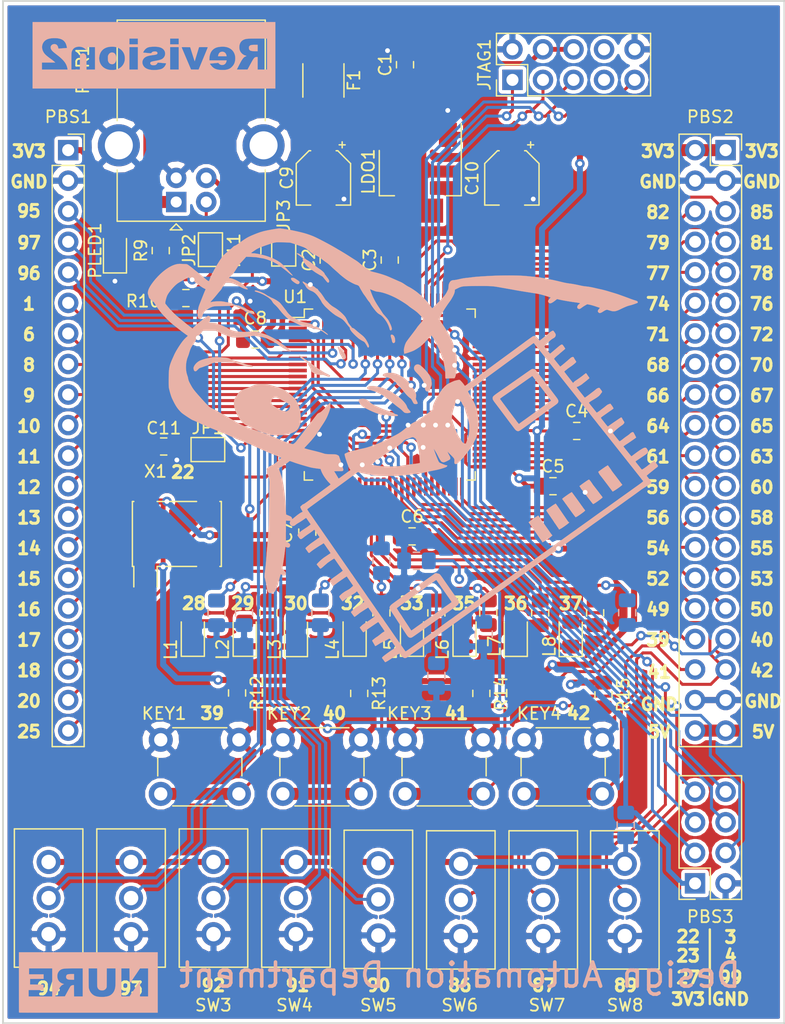
<source format=kicad_pcb>
(kicad_pcb (version 20171130) (host pcbnew "(5.0.0)")
  (layers (0 F.Cu signal) (31 B.Cu signal) (34 B.Paste user) (35 F.Paste user) (36 B.SilkS user) (37 F.SilkS user) (38 B.Mask user hide) (39 F.Mask user) (44 Edge.Cuts user))
  (net 0 "")
  (net 1 +3V3)
  (net 2 /USB_5V)
  (net 3 /BANK1_GCK1)
  (net 4 /OSC)
  (net 5 /BANK1_4)
  (net 6 /BANK1_7)
  (net 7 /JTAG_TCK)
  (net 8 /JTAG_TDO)
  (net 9 /JTAG_TMS)
  (net 10 "Net-(L1-Pad2)")
  (net 11 "Net-(L2-Pad2)")
  (net 12 "Net-(L3-Pad2)")
  (net 13 "Net-(L4-Pad2)")
  (net 14 "Net-(L5-Pad2)")
  (net 15 "Net-(L6-Pad2)")
  (net 16 "Net-(L7-Pad2)")
  (net 17 "Net-(L8-Pad2)")
  (net 18 /BANK2_5)
  (net 19 /BANK2_6)
  (net 20 /BANK2_8)
  (net 21 /BANK2_10)
  (net 22 /BANK2_12)
  (net 23 /BANK2_13)
  (net 24 /BANK2_14)
  (net 25 /BANK2_16)
  (net 26 /BANK2_15)
  (net 27 /BANK2_17)
  (net 28 /BANK1_2)
  (net 29 /BANK1_5)
  (net 30 /BANK1_6)
  (net 31 /BANK1_1)
  (net 32 /BANK1_8)
  (net 33 /BANK1_3)
  (net 34 /BANK4_6)
  (net 35 /BANK4_7)
  (net 36 /BANK4_14)
  (net 37 /BANK4_18)
  (net 38 /BANK4_10)
  (net 39 /BANK4_12)
  (net 40 /BANK4_13)
  (net 41 /BANK4_11)
  (net 42 /BANK4_3)
  (net 43 /BANK4_4)
  (net 44 /BANK4_5)
  (net 45 /BANK4_8)
  (net 46 /BANK4_9)
  (net 47 /BANK4_2)
  (net 48 /BANK3_16)
  (net 49 /BANK4_1)
  (net 50 /BANK3_12)
  (net 51 /BANK3_13)
  (net 52 /BANK3_18)
  (net 53 /BANK3_10)
  (net 54 /BANK3_15)
  (net 55 /BANK3_17)
  (net 56 /BANK3_7)
  (net 57 /BANK3_14)
  (net 58 /BANK3_11)
  (net 59 /BANK3_6)
  (net 60 /BANK3_3)
  (net 61 /BANK3_4)
  (net 62 /BANK3_1)
  (net 63 /BANK3_9)
  (net 64 /BANK1_16)
  (net 65 /BANK1_18)
  (net 66 /BANK2_GTS1)
  (net 67 /BANK1_GCK2)
  (net 68 /BANK2_GTS2)
  (net 69 /BANK1_GCK3)
  (net 70 /BANK2_GSR)
  (net 71 "Net-(PLED1-Pad2)")
  (net 72 /BANK2_2)
  (net 73 /BANK2_4)
  (net 74 /BANK2_18)
  (net 75 /BANK2_3)
  (net 76 /BANK4_17)
  (net 77 /BANK4_15)
  (net 78 /BANK2_1)
  (net 79 /BANK4_16)
  (net 80 /BANK1_10)
  (net 81 /BANK1_15)
  (net 82 /BANK1_17)
  (net 83 /BANK3_2)
  (net 84 /BANK1_12)
  (net 85 /BANK3_5)
  (net 86 /BANK1_13)
  (net 87 /BANK3_8)
  (net 88 "Net-(U1-Pad2)")
  (net 89 "Net-(U1-Pad7)")
  (net 90 "Net-(U1-Pad19)")
  (net 91 "Net-(U1-Pad24)")
  (net 92 "Net-(U1-Pad34)")
  (net 93 "Net-(U1-Pad43)")
  (net 94 /JTAG_TDI)
  (net 95 "Net-(U1-Pad46)")
  (net 96 "Net-(U1-Pad73)")
  (net 97 "Net-(U1-Pad80)")
  (net 98 "Net-(JTAG1-Pad7)")
  (net 99 "Net-(JTAG1-Pad8)")
  (net 100 "Net-(F1-Pad2)")
  (net 101 GND)
  (net 102 "Net-(JP3-Pad2)")
  (net 103 "Net-(JP2-Pad1)")
  (net 104 "Net-(JP3-Pad1)")
  (net 105 "Net-(R16-Pad2)")
  (module Resistor_SMD:R_0805_2012Metric_Pad1.15x1.40mm_HandSolder (layer B.Cu) (at 143.764 102.879 270)
    (fp_text reference R17 hide)
    (fp_text value 2k)
    (pad 2 smd roundrect (at 1.025 0 270) (size 1.15 1.4) (layers B.Cu B.Paste B.Mask) (roundrect_rratio 0.217391) (net 101 GND))
    (pad 1 smd roundrect (at -1.025 0 270) (size 1.15 1.4) (layers B.Cu B.Paste B.Mask) (roundrect_rratio 0.217391) (net 80 /BANK1_10))
  )
  (module Resistor_SMD:R_0805_2012Metric_Pad1.15x1.40mm_HandSolder (layer B.Cu) (at 146.05 102.87 270)
    (fp_text reference R18 hide)
    (fp_text value 2k)
    (pad 1 smd roundrect (at -1.025 0 270) (size 1.15 1.4) (layers B.Cu B.Paste B.Mask) (roundrect_rratio 0.217391) (net 81 /BANK1_15))
    (pad 2 smd roundrect (at 1.025 0 270) (size 1.15 1.4) (layers B.Cu B.Paste B.Mask) (roundrect_rratio 0.217391) (net 101 GND))
  )
  (module Resistor_SMD:R_0805_2012Metric_Pad1.15x1.40mm_HandSolder (layer B.Cu) (at 152.4 102.87 270)
    (fp_text reference R19 hide)
    (fp_text value 2k)
    (pad 2 smd roundrect (at 1.025 0 270) (size 1.15 1.4) (layers B.Cu B.Paste B.Mask) (roundrect_rratio 0.217391) (net 101 GND))
    (pad 1 smd roundrect (at -1.025 0 270) (size 1.15 1.4) (layers B.Cu B.Paste B.Mask) (roundrect_rratio 0.217391) (net 82 /BANK1_17))
  )
  (module Resistor_SMD:R_0805_2012Metric_Pad1.15x1.40mm_HandSolder (layer B.Cu) (at 157.48 98.543 90)
    (fp_text reference R20 hide)
    (fp_text value 2k)
    (pad 1 smd roundrect (at -1.025 0 90) (size 1.15 1.4) (layers B.Cu B.Paste B.Mask) (roundrect_rratio 0.217391) (net 83 /BANK3_2))
    (pad 2 smd roundrect (at 1.025 0 90) (size 1.15 1.4) (layers B.Cu B.Paste B.Mask) (roundrect_rratio 0.217391) (net 101 GND))
  )
  (module Resistor_SMD:R_0805_2012Metric_Pad1.15x1.40mm_HandSolder (layer B.Cu) (at 162.052 108.086 270)
    (fp_text reference R21 hide)
    (fp_text value 2k)
    (pad 2 smd roundrect (at 1.025 0 270) (size 1.15 1.4) (layers B.Cu B.Paste B.Mask) (roundrect_rratio 0.217391) (net 101 GND))
    (pad 1 smd roundrect (at -1.025 0 270) (size 1.15 1.4) (layers B.Cu B.Paste B.Mask) (roundrect_rratio 0.217391) (net 84 /BANK1_12))
  )
  (module Resistor_SMD:R_0805_2012Metric_Pad1.15x1.40mm_HandSolder (layer B.Cu) (at 165.989 104.648 270)
    (fp_text reference R22 hide)
    (fp_text value 2k)
    (pad 1 smd roundrect (at -1.025 0 270) (size 1.15 1.4) (layers B.Cu B.Paste B.Mask) (roundrect_rratio 0.217391) (net 85 /BANK3_5))
    (pad 2 smd roundrect (at 1.025 0 270) (size 1.15 1.4) (layers B.Cu B.Paste B.Mask) (roundrect_rratio 0.217391) (net 101 GND))
  )
  (module Resistor_SMD:R_0805_2012Metric_Pad1.15x1.40mm_HandSolder (layer B.Cu) (at 160.392 98.552 180)
    (fp_text reference R23 hide)
    (fp_text value 2k)
    (pad 2 smd roundrect (at 1.025 0 180) (size 1.15 1.4) (layers B.Cu B.Paste B.Mask) (roundrect_rratio 0.217391) (net 101 GND))
    (pad 1 smd roundrect (at -1.025 0 180) (size 1.15 1.4) (layers B.Cu B.Paste B.Mask) (roundrect_rratio 0.217391) (net 86 /BANK1_13))
  )
  (module Resistor_SMD:R_0805_2012Metric_Pad1.15x1.40mm_HandSolder (layer B.Cu) (at 177.927 102.861 270)
    (fp_text reference R24 hide)
    (fp_text value 2k)
    (pad 1 smd roundrect (at -1.025 0 270) (size 1.15 1.4) (layers B.Cu B.Paste B.Mask) (roundrect_rratio 0.217391) (net 87 /BANK3_8))
    (pad 2 smd roundrect (at 1.025 0 270) (size 1.15 1.4) (layers B.Cu B.Paste B.Mask) (roundrect_rratio 0.217391) (net 101 GND))
  )
  (module Resistor_SMD:R_0805_2012Metric_Pad1.15x1.40mm_HandSolder (layer B.Cu) (at 177.8 120.514 270)
    (fp_text reference R16 hide)
    (fp_text value 2k)
    (pad 1 smd roundrect (at -1.025 0 270) (size 1.15 1.4) (layers B.Cu B.Paste B.Mask) (roundrect_rratio 0.217391) (net 1 +3V3))
    (pad 2 smd roundrect (at 1.025 0 270) (size 1.15 1.4) (layers B.Cu B.Paste B.Mask) (roundrect_rratio 0.217391) (net 105 "Net-(R16-Pad2)"))
  )
  (module Button_Switch_THT:SW_PUSH_6mm (layer F.Cu) (at 169.348 113.431002)
    (fp_text reference KEY4 (at 1.252 -2.181002) (layer F.SilkS))
    (fp_text value SW_Push)
    (pad 1 thru_hole circle (at 6.5 0 90) (size 2 2) (drill 1.1) (layers *.Cu *.Mask) (net 101 GND))
    (pad 2 thru_hole circle (at 6.5 4.5 90) (size 2 2) (drill 1.1) (layers *.Cu *.Mask) (net 63 /BANK3_9))
    (pad 1 thru_hole circle (at 0 0 90) (size 2 2) (drill 1.1) (layers *.Cu *.Mask) (net 101 GND))
    (pad 2 thru_hole circle (at 0 4.5 90) (size 2 2) (drill 1.1) (layers *.Cu *.Mask) (net 63 /BANK3_9))
  )
  (module Button_Switch_THT:SW_PUSH_6mm (layer F.Cu) (at 159.442 113.431002)
    (fp_text reference KEY3 (at 0.358 -2.181002) (layer F.SilkS))
    (fp_text value SW_Push)
    (pad 2 thru_hole circle (at 0 4.5 90) (size 2 2) (drill 1.1) (layers *.Cu *.Mask) (net 62 /BANK3_1))
    (pad 1 thru_hole circle (at 0 0 90) (size 2 2) (drill 1.1) (layers *.Cu *.Mask) (net 101 GND))
    (pad 2 thru_hole circle (at 6.5 4.5 90) (size 2 2) (drill 1.1) (layers *.Cu *.Mask) (net 62 /BANK3_1))
    (pad 1 thru_hole circle (at 6.5 0 90) (size 2 2) (drill 1.1) (layers *.Cu *.Mask) (net 101 GND))
  )
  (module Button_Switch_THT:SW_PUSH_6mm (layer F.Cu) (at 149.282 113.431002)
    (fp_text reference KEY2 (at 0.518 -2.181002) (layer F.SilkS))
    (fp_text value SW_Push)
    (pad 1 thru_hole circle (at 6.5 0 90) (size 2 2) (drill 1.1) (layers *.Cu *.Mask) (net 101 GND))
    (pad 2 thru_hole circle (at 6.5 4.5 90) (size 2 2) (drill 1.1) (layers *.Cu *.Mask) (net 65 /BANK1_18))
    (pad 1 thru_hole circle (at 0 0 90) (size 2 2) (drill 1.1) (layers *.Cu *.Mask) (net 101 GND))
    (pad 2 thru_hole circle (at 0 4.5 90) (size 2 2) (drill 1.1) (layers *.Cu *.Mask) (net 65 /BANK1_18))
  )
  (module Button_Switch_THT:SW_PUSH_6mm (layer F.Cu) (at 139.122 113.431002)
    (fp_text reference KEY1 (at 0.278 -2.181002) (layer F.SilkS))
    (fp_text value SW_Push)
    (pad 2 thru_hole circle (at 0 4.5 90) (size 2 2) (drill 1.1) (layers *.Cu *.Mask) (net 64 /BANK1_16))
    (pad 1 thru_hole circle (at 0 0 90) (size 2 2) (drill 1.1) (layers *.Cu *.Mask) (net 101 GND))
    (pad 2 thru_hole circle (at 6.5 4.5 90) (size 2 2) (drill 1.1) (layers *.Cu *.Mask) (net 64 /BANK1_16))
    (pad 1 thru_hole circle (at 6.5 0 90) (size 2 2) (drill 1.1) (layers *.Cu *.Mask) (net 101 GND))
  )
  (module "Button_Switch_THT:SW_SPDT_SS12N12E (2)" (layer F.Cu) (at 177.73 123.746)
    (fp_text reference SW8 (at 0.02 11.754) (layer F.SilkS))
    (fp_text value SW_SPDT)
    (pad 1 thru_hole oval (at 0 0) (size 2 2) (drill 1.2) (layers *.Cu *.Mask) (net 105 "Net-(R16-Pad2)"))
    (pad 3 thru_hole oval (at 0 6) (size 2 2) (drill 1.2) (layers *.Cu *.Mask) (net 101 GND))
    (pad 2 thru_hole oval (at 0 3) (size 2 2) (drill 1.2) (layers *.Cu *.Mask) (net 77 /BANK4_15))
  )
  (module "Button_Switch_THT:SW_SPDT_SS12N12E (2)" (layer F.Cu) (at 170.942 123.746)
    (fp_text reference SW7 (at 0.308 11.754) (layer F.SilkS))
    (fp_text value SW_SPDT)
    (pad 2 thru_hole oval (at 0 3) (size 2 2) (drill 1.2) (layers *.Cu *.Mask) (net 78 /BANK2_1))
    (pad 3 thru_hole oval (at 0 6) (size 2 2) (drill 1.2) (layers *.Cu *.Mask) (net 101 GND))
    (pad 1 thru_hole oval (at 0 0) (size 2 2) (drill 1.2) (layers *.Cu *.Mask) (net 105 "Net-(R16-Pad2)"))
  )
  (module "Button_Switch_THT:SW_SPDT_SS12N12E (2)" (layer F.Cu) (at 164.084 123.746)
    (fp_text reference SW6 (at -0.084 11.754) (layer F.SilkS))
    (fp_text value SW_SPDT)
    (pad 1 thru_hole oval (at 0 0) (size 2 2) (drill 1.2) (layers *.Cu *.Mask) (net 105 "Net-(R16-Pad2)"))
    (pad 3 thru_hole oval (at 0 6) (size 2 2) (drill 1.2) (layers *.Cu *.Mask) (net 101 GND))
    (pad 2 thru_hole oval (at 0 3) (size 2 2) (drill 1.2) (layers *.Cu *.Mask) (net 79 /BANK4_16))
  )
  (module "Button_Switch_THT:SW_SPDT_SS12N12E (2)" (layer F.Cu) (at 157.226 123.698)
    (fp_text reference SW5 (at 0 11.802) (layer F.SilkS))
    (fp_text value SW_SPDT)
    (pad 2 thru_hole oval (at 0 3) (size 2 2) (drill 1.2) (layers *.Cu *.Mask) (net 76 /BANK4_17))
    (pad 3 thru_hole oval (at 0 6) (size 2 2) (drill 1.2) (layers *.Cu *.Mask) (net 101 GND))
    (pad 1 thru_hole oval (at 0 0) (size 2 2) (drill 1.2) (layers *.Cu *.Mask) (net 105 "Net-(R16-Pad2)"))
  )
  (module "Button_Switch_THT:SW_SPDT_SS12N12E (2)" (layer F.Cu) (at 150.368 123.591002)
    (fp_text reference SW4 (at -0.118 11.908998) (layer F.SilkS))
    (fp_text value SW_SPDT)
    (pad 1 thru_hole oval (at 0 0) (size 2 2) (drill 1.2) (layers *.Cu *.Mask) (net 105 "Net-(R16-Pad2)"))
    (pad 3 thru_hole oval (at 0 6) (size 2 2) (drill 1.2) (layers *.Cu *.Mask) (net 101 GND))
    (pad 2 thru_hole oval (at 0 3) (size 2 2) (drill 1.2) (layers *.Cu *.Mask) (net 75 /BANK2_3))
  )
  (module "Button_Switch_THT:SW_SPDT_SS12N12E (2)" (layer F.Cu) (at 143.51 123.591002)
    (fp_text reference SW3 (at -0.01 11.908998) (layer F.SilkS))
    (fp_text value SW_SPDT)
    (pad 2 thru_hole oval (at 0 3) (size 2 2) (drill 1.2) (layers *.Cu *.Mask) (net 74 /BANK2_18))
    (pad 3 thru_hole oval (at 0 6) (size 2 2) (drill 1.2) (layers *.Cu *.Mask) (net 101 GND))
    (pad 1 thru_hole oval (at 0 0) (size 2 2) (drill 1.2) (layers *.Cu *.Mask) (net 105 "Net-(R16-Pad2)"))
  )
  (module "Button_Switch_THT:SW_SPDT_SS12N12E (2)" (layer F.Cu) (at 136.652 123.591002)
    (fp_text reference SW2 (at 0.098 11.908998) (layer F.SilkS))
    (fp_text value SW_SPDT)
    (pad 1 thru_hole oval (at 0 0) (size 2 2) (drill 1.2) (layers *.Cu *.Mask) (net 105 "Net-(R16-Pad2)"))
    (pad 3 thru_hole oval (at 0 6) (size 2 2) (drill 1.2) (layers *.Cu *.Mask) (net 101 GND))
    (pad 2 thru_hole oval (at 0 3) (size 2 2) (drill 1.2) (layers *.Cu *.Mask) (net 73 /BANK2_4))
  )
  (module "Button_Switch_THT:SW_SPDT_SS12N12E (2)" (layer F.Cu) (at 129.794 123.591002)
    (fp_text reference SW1 (at 0.206 11.908998) (layer F.SilkS))
    (fp_text value SW_SPDT)
    (pad 2 thru_hole oval (at 0 3) (size 2 2) (drill 1.2) (layers *.Cu *.Mask) (net 72 /BANK2_2))
    (pad 3 thru_hole oval (at 0 6) (size 2 2) (drill 1.2) (layers *.Cu *.Mask) (net 101 GND))
    (pad 1 thru_hole oval (at 0 0) (size 2 2) (drill 1.2) (layers *.Cu *.Mask) (net 105 "Net-(R16-Pad2)"))
  )
  (module Connector_USB:USB_B_OST_USB-B1HSxx_Horizontal (layer F.Cu) (at 140.406 68.718 90)
    (fp_text reference PWR1 (at 11 -7.77 90) (layer F.SilkS))
    (fp_text value USB_BF)
    (pad 1 thru_hole rect (at 0 0 90) (size 1.7 1.7) (drill 0.92) (layers *.Cu *.Mask) (net 100 "Net-(F1-Pad2)"))
    (pad 2 thru_hole circle (at 0 2.5 90) (size 1.7 1.7) (drill 0.92) (layers *.Cu *.Mask) (net 103 "Net-(JP2-Pad1)"))
    (pad 3 thru_hole circle (at 2 2.5 90) (size 1.7 1.7) (drill 0.92) (layers *.Cu *.Mask) (net 104 "Net-(JP3-Pad1)"))
    (pad 4 thru_hole circle (at 2 0 90) (size 1.7 1.7) (drill 0.92) (layers *.Cu *.Mask) (net 101 GND))
    (pad 5 thru_hole circle (at 4.71 -4.77 90) (size 3.5 3.5) (drill 2.33) (layers *.Cu *.Mask) (net 101 GND))
    (pad 5 thru_hole circle (at 4.71 7.27 90) (size 3.5 3.5) (drill 2.33) (layers *.Cu *.Mask) (net 101 GND))
  )
  (module Resistor_SMD:R_0805_2012Metric_Pad1.15x1.40mm_HandSolder (layer F.Cu) (at 162.052 102.879 270)
    (fp_text reference R5 hide)
    (fp_text value R)
    (pad 2 smd roundrect (at 1.025 0 270) (size 1.15 1.4) (layers F.Cu F.Paste F.Mask) (roundrect_rratio 0.217391) (net 14 "Net-(L5-Pad2)"))
    (pad 1 smd roundrect (at -1.025 0 270) (size 1.15 1.4) (layers F.Cu F.Paste F.Mask) (roundrect_rratio 0.217391) (net 84 /BANK1_12))
  )
  (module Resistor_SMD:R_0805_2012Metric_Pad1.15x1.40mm_HandSolder (layer F.Cu) (at 170.688 102.879 270)
    (fp_text reference R7 hide)
    (fp_text value R)
    (pad 1 smd roundrect (at -1.025 0 270) (size 1.15 1.4) (layers F.Cu F.Paste F.Mask) (roundrect_rratio 0.217391) (net 86 /BANK1_13))
    (pad 2 smd roundrect (at 1.025 0 270) (size 1.15 1.4) (layers F.Cu F.Paste F.Mask) (roundrect_rratio 0.217391) (net 16 "Net-(L7-Pad2)"))
  )
  (module Resistor_SMD:R_0805_2012Metric_Pad1.15x1.40mm_HandSolder (layer F.Cu) (at 143.764 102.879 270)
    (fp_text reference R1 hide)
    (fp_text value R)
    (pad 2 smd roundrect (at 1.025 0 270) (size 1.15 1.4) (layers F.Cu F.Paste F.Mask) (roundrect_rratio 0.217391) (net 10 "Net-(L1-Pad2)"))
    (pad 1 smd roundrect (at -1.025 0 270) (size 1.15 1.4) (layers F.Cu F.Paste F.Mask) (roundrect_rratio 0.217391) (net 80 /BANK1_10))
  )
  (module Resistor_SMD:R_0805_2012Metric_Pad1.15x1.40mm_HandSolder (layer F.Cu) (at 148.082 102.879 270)
    (fp_text reference R2 hide)
    (fp_text value R)
    (pad 1 smd roundrect (at -1.025 0 270) (size 1.15 1.4) (layers F.Cu F.Paste F.Mask) (roundrect_rratio 0.217391) (net 81 /BANK1_15))
    (pad 2 smd roundrect (at 1.025 0 270) (size 1.15 1.4) (layers F.Cu F.Paste F.Mask) (roundrect_rratio 0.217391) (net 11 "Net-(L2-Pad2)"))
  )
  (module Resistor_SMD:R_0805_2012Metric_Pad1.15x1.40mm_HandSolder (layer F.Cu) (at 152.4 102.879 270)
    (fp_text reference R3 hide)
    (fp_text value R)
    (pad 2 smd roundrect (at 1.025 0 270) (size 1.15 1.4) (layers F.Cu F.Paste F.Mask) (roundrect_rratio 0.217391) (net 12 "Net-(L3-Pad2)"))
    (pad 1 smd roundrect (at -1.025 0 270) (size 1.15 1.4) (layers F.Cu F.Paste F.Mask) (roundrect_rratio 0.217391) (net 82 /BANK1_17))
  )
  (module Resistor_SMD:R_0805_2012Metric_Pad1.15x1.40mm_HandSolder (layer F.Cu) (at 157.48 102.879 270)
    (fp_text reference R4 hide)
    (fp_text value R)
    (pad 1 smd roundrect (at -1.025 0 270) (size 1.15 1.4) (layers F.Cu F.Paste F.Mask) (roundrect_rratio 0.217391) (net 83 /BANK3_2))
    (pad 2 smd roundrect (at 1.025 0 270) (size 1.15 1.4) (layers F.Cu F.Paste F.Mask) (roundrect_rratio 0.217391) (net 13 "Net-(L4-Pad2)"))
  )
  (module Resistor_SMD:R_0805_2012Metric_Pad1.15x1.40mm_HandSolder (layer F.Cu) (at 166.37 102.87 270)
    (fp_text reference R6 hide)
    (fp_text value R)
    (pad 2 smd roundrect (at 1.025 0 270) (size 1.15 1.4) (layers F.Cu F.Paste F.Mask) (roundrect_rratio 0.217391) (net 15 "Net-(L6-Pad2)"))
    (pad 1 smd roundrect (at -1.025 0 270) (size 1.15 1.4) (layers F.Cu F.Paste F.Mask) (roundrect_rratio 0.217391) (net 85 /BANK3_5))
  )
  (module Resistor_SMD:R_0805_2012Metric_Pad1.15x1.40mm_HandSolder (layer F.Cu) (at 175.26 102.879 270)
    (fp_text reference R8 hide)
    (fp_text value R)
    (pad 1 smd roundrect (at -1.025 0 270) (size 1.15 1.4) (layers F.Cu F.Paste F.Mask) (roundrect_rratio 0.217391) (net 87 /BANK3_8))
    (pad 2 smd roundrect (at 1.025 0 270) (size 1.15 1.4) (layers F.Cu F.Paste F.Mask) (roundrect_rratio 0.217391) (net 17 "Net-(L8-Pad2)"))
  )
  (module Connector_PinSocket_2.54mm:PinSocket_1x20_P2.54mm_Vertical (layer F.Cu) (at 131.422 64.409002)
    (fp_text reference PBS1 (at 0 -2.77) (layer F.SilkS))
    (fp_text value Conn_PBS1x25)
    (pad 20 thru_hole oval (at 0 48.26) (size 1.7 1.7) (drill 1) (layers *.Cu *.Mask) (net 6 /BANK1_7))
    (pad 19 thru_hole oval (at 0 45.72) (size 1.7 1.7) (drill 1) (layers *.Cu *.Mask) (net 5 /BANK1_4))
    (pad 18 thru_hole oval (at 0 43.18) (size 1.7 1.7) (drill 1) (layers *.Cu *.Mask) (net 33 /BANK1_3))
    (pad 17 thru_hole oval (at 0 40.64) (size 1.7 1.7) (drill 1) (layers *.Cu *.Mask) (net 32 /BANK1_8))
    (pad 16 thru_hole oval (at 0 38.1) (size 1.7 1.7) (drill 1) (layers *.Cu *.Mask) (net 31 /BANK1_1))
    (pad 15 thru_hole oval (at 0 35.56) (size 1.7 1.7) (drill 1) (layers *.Cu *.Mask) (net 30 /BANK1_6))
    (pad 14 thru_hole oval (at 0 33.02) (size 1.7 1.7) (drill 1) (layers *.Cu *.Mask) (net 29 /BANK1_5))
    (pad 13 thru_hole oval (at 0 30.48) (size 1.7 1.7) (drill 1) (layers *.Cu *.Mask) (net 28 /BANK1_2))
    (pad 12 thru_hole oval (at 0 27.94) (size 1.7 1.7) (drill 1) (layers *.Cu *.Mask) (net 27 /BANK2_17))
    (pad 11 thru_hole oval (at 0 25.4) (size 1.7 1.7) (drill 1) (layers *.Cu *.Mask) (net 26 /BANK2_15))
    (pad 10 thru_hole oval (at 0 22.86) (size 1.7 1.7) (drill 1) (layers *.Cu *.Mask) (net 25 /BANK2_16))
    (pad 9 thru_hole oval (at 0 20.32) (size 1.7 1.7) (drill 1) (layers *.Cu *.Mask) (net 24 /BANK2_14))
    (pad 8 thru_hole oval (at 0 17.78) (size 1.7 1.7) (drill 1) (layers *.Cu *.Mask) (net 23 /BANK2_13))
    (pad 7 thru_hole oval (at 0 15.24) (size 1.7 1.7) (drill 1) (layers *.Cu *.Mask) (net 22 /BANK2_12))
    (pad 6 thru_hole oval (at 0 12.7) (size 1.7 1.7) (drill 1) (layers *.Cu *.Mask) (net 21 /BANK2_10))
    (pad 5 thru_hole oval (at 0 10.16) (size 1.7 1.7) (drill 1) (layers *.Cu *.Mask) (net 19 /BANK2_6))
    (pad 4 thru_hole oval (at 0 7.62) (size 1.7 1.7) (drill 1) (layers *.Cu *.Mask) (net 20 /BANK2_8))
    (pad 3 thru_hole oval (at 0 5.08) (size 1.7 1.7) (drill 1) (layers *.Cu *.Mask) (net 18 /BANK2_5))
    (pad 2 thru_hole oval (at 0 2.54) (size 1.7 1.7) (drill 1) (layers *.Cu *.Mask) (net 101 GND))
    (pad 1 thru_hole rect (at 0 0) (size 1.7 1.7) (drill 1) (layers *.Cu *.Mask) (net 1 +3V3))
  )
  (module Capacitor_SMD:C_0805_2012Metric_Pad1.15x1.40mm_HandSolder (layer F.Cu) (at 153.092 73.544002 90)
    (fp_text reference C2 (at 0 -1.65 90) (layer F.SilkS))
    (fp_text value 0.1u)
    (pad 1 smd roundrect (at -1.025 0 90) (size 1.15 1.4) (layers F.Cu F.Paste F.Mask) (roundrect_rratio 0.217391) (net 1 +3V3))
    (pad 2 smd roundrect (at 1.025 0 90) (size 1.15 1.4) (layers F.Cu F.Paste F.Mask) (roundrect_rratio 0.217391) (net 101 GND))
  )
  (module Resistor_SMD:R_0805_2012Metric_Pad1.15x1.40mm_HandSolder (layer F.Cu) (at 139.122 72.759002 90)
    (fp_text reference R9 (at 0 -1.65 90) (layer F.SilkS))
    (fp_text value 82)
    (pad 1 smd roundrect (at -1.025 0 90) (size 1.15 1.4) (layers F.Cu F.Paste F.Mask) (roundrect_rratio 0.217391) (net 1 +3V3))
    (pad 2 smd roundrect (at 1.025 0 90) (size 1.15 1.4) (layers F.Cu F.Paste F.Mask) (roundrect_rratio 0.217391) (net 71 "Net-(PLED1-Pad2)"))
  )
  (module LED_SMD:LED_0805_2012Metric_Pad1.15x1.40mm_HandSolder (layer F.Cu) (at 135.312 72.759002 90)
    (fp_text reference PLED1 (at 0 -1.65 90) (layer F.SilkS))
    (fp_text value LED)
    (pad 1 smd roundrect (at -1.025 0 90) (size 1.15 1.4) (layers F.Cu F.Paste F.Mask) (roundrect_rratio 0.217391) (net 101 GND))
    (pad 2 smd roundrect (at 1.025 0 90) (size 1.15 1.4) (layers F.Cu F.Paste F.Mask) (roundrect_rratio 0.217391) (net 71 "Net-(PLED1-Pad2)"))
  )
  (module Resistor_SMD:R_0805_2012Metric_Pad1.15x1.40mm_HandSolder (layer F.Cu) (at 141.215 76.708)
    (fp_text reference R10 (at -3.547 0.254) (layer F.SilkS))
    (fp_text value 2k)
    (pad 2 smd roundrect (at 1.025 0) (size 1.15 1.4) (layers F.Cu F.Paste F.Mask) (roundrect_rratio 0.217391) (net 5 /BANK1_4))
    (pad 1 smd roundrect (at -1.025 0) (size 1.15 1.4) (layers F.Cu F.Paste F.Mask) (roundrect_rratio 0.217391) (net 1 +3V3))
  )
  (module Resistor_SMD:R_0805_2012Metric_Pad1.15x1.40mm_HandSolder (layer F.Cu) (at 146.742 72.759002 270)
    (fp_text reference R11 (at 0 1.524 270) (layer F.SilkS))
    (fp_text value 82)
    (pad 1 smd roundrect (at -1.025 0 270) (size 1.15 1.4) (layers F.Cu F.Paste F.Mask) (roundrect_rratio 0.217391) (net 102 "Net-(JP3-Pad2)"))
    (pad 2 smd roundrect (at 1.025 0 270) (size 1.15 1.4) (layers F.Cu F.Paste F.Mask) (roundrect_rratio 0.217391) (net 6 /BANK1_7))
  )
  (module Resistor_SMD:R_0805_2012Metric_Pad1.15x1.40mm_HandSolder (layer F.Cu) (at 145.472 109.539002 270)
    (fp_text reference R12 (at 0 -1.65 270) (layer F.SilkS))
    (fp_text value 2k)
    (pad 2 smd roundrect (at 1.025 0 270) (size 1.15 1.4) (layers F.Cu F.Paste F.Mask) (roundrect_rratio 0.217391) (net 64 /BANK1_16))
    (pad 1 smd roundrect (at -1.025 0 270) (size 1.15 1.4) (layers F.Cu F.Paste F.Mask) (roundrect_rratio 0.217391) (net 1 +3V3))
  )
  (module Resistor_SMD:R_0805_2012Metric_Pad1.15x1.40mm_HandSolder (layer F.Cu) (at 155.632 109.576 270)
    (fp_text reference R13 (at 0 -1.65 270) (layer F.SilkS))
    (fp_text value 2k)
    (pad 1 smd roundrect (at -1.025 0 270) (size 1.15 1.4) (layers F.Cu F.Paste F.Mask) (roundrect_rratio 0.217391) (net 1 +3V3))
    (pad 2 smd roundrect (at 1.025 0 270) (size 1.15 1.4) (layers F.Cu F.Paste F.Mask) (roundrect_rratio 0.217391) (net 65 /BANK1_18))
  )
  (module Resistor_SMD:R_0805_2012Metric_Pad1.15x1.40mm_HandSolder (layer F.Cu) (at 165.792 109.576 270)
    (fp_text reference R14 (at 0 -1.65 270) (layer F.SilkS))
    (fp_text value 2k)
    (pad 2 smd roundrect (at 1.025 0 270) (size 1.15 1.4) (layers F.Cu F.Paste F.Mask) (roundrect_rratio 0.217391) (net 62 /BANK3_1))
    (pad 1 smd roundrect (at -1.025 0 270) (size 1.15 1.4) (layers F.Cu F.Paste F.Mask) (roundrect_rratio 0.217391) (net 1 +3V3))
  )
  (module Resistor_SMD:R_0805_2012Metric_Pad1.15x1.40mm_HandSolder (layer F.Cu) (at 175.952 109.703 270)
    (fp_text reference R15 (at 0 -1.65 270) (layer F.SilkS))
    (fp_text value 2k)
    (pad 1 smd roundrect (at -1.025 0 270) (size 1.15 1.4) (layers F.Cu F.Paste F.Mask) (roundrect_rratio 0.217391) (net 1 +3V3))
    (pad 2 smd roundrect (at 1.025 0 270) (size 1.15 1.4) (layers F.Cu F.Paste F.Mask) (roundrect_rratio 0.217391) (net 63 /BANK3_9))
  )
  (module Jumper:SolderJumper-2_P1.3mm_Open_TrianglePad1.0x1.5mm (layer F.Cu) (at 143.044 89.301002)
    (fp_text reference JP1 (at 0 -1.8) (layer F.SilkS))
    (fp_text value Jump_OSC)
    (pad 2 smd custom (at 0.725 0) (size 0.3 0.3) (layers F.Cu F.Mask) (net 3 /BANK1_GCK1) (options (clearance outline) (anchor rect)) (primitives (gr_poly (pts (xy -0.65 -0.75) (xy 0.5 -0.75) (xy 0.5 0.75) (xy -0.65 0.75) (xy -0.15 0)) (width 0))))
    (pad 1 smd custom (at -0.725 0) (size 0.3 0.3) (layers F.Cu F.Mask) (net 4 /OSC) (options (clearance outline) (anchor rect)) (primitives (gr_poly (pts (xy -0.5 -0.75) (xy 0.5 -0.75) (xy 1 0) (xy 0.5 0.75) (xy -0.5 0.75)) (width 0))))
  )
  (module Jumper:SolderJumper-2_P1.3mm_Open_TrianglePad1.0x1.5mm (layer F.Cu) (at 143.256 72.681 270)
    (fp_text reference JP2 (at 0.037 1.778 270) (layer F.SilkS))
    (fp_text value Jump_DN)
    (pad 1 smd custom (at -0.725 0 270) (size 0.3 0.3) (layers F.Cu F.Mask) (net 103 "Net-(JP2-Pad1)") (options (clearance outline) (anchor rect)) (primitives (gr_poly (pts (xy -0.5 -0.75) (xy 0.5 -0.75) (xy 1 0) (xy 0.5 0.75) (xy -0.5 0.75)) (width 0))))
    (pad 2 smd custom (at 0.725 0 270) (size 0.3 0.3) (layers F.Cu F.Mask) (net 5 /BANK1_4) (options (clearance outline) (anchor rect)) (primitives (gr_poly (pts (xy -0.65 -0.75) (xy 0.5 -0.75) (xy 0.5 0.75) (xy -0.65 0.75) (xy -0.15 0)) (width 0))))
  )
  (module Jumper:SolderJumper-2_P1.3mm_Open_TrianglePad1.0x1.5mm (layer F.Cu) (at 149.352 72.644 270)
    (fp_text reference JP3 (at -2.794 0 270) (layer F.SilkS))
    (fp_text value Jump_DP)
    (pad 2 smd custom (at 0.725 0 270) (size 0.3 0.3) (layers F.Cu F.Mask) (net 102 "Net-(JP3-Pad2)") (options (clearance outline) (anchor rect)) (primitives (gr_poly (pts (xy -0.65 -0.75) (xy 0.5 -0.75) (xy 0.5 0.75) (xy -0.65 0.75) (xy -0.15 0)) (width 0))))
    (pad 1 smd custom (at -0.725 0 270) (size 0.3 0.3) (layers F.Cu F.Mask) (net 104 "Net-(JP3-Pad1)") (options (clearance outline) (anchor rect)) (primitives (gr_poly (pts (xy -0.5 -0.75) (xy 0.5 -0.75) (xy 1 0) (xy 0.5 0.75) (xy -0.5 0.75)) (width 0))))
  )
  (module Fuse:Fuse_1812_4532Metric_Pad1.30x3.40mm_HandSolder (layer F.Cu) (at 152.654 58.613 90)
    (fp_text reference F1 (at 0 2.54 90) (layer F.SilkS))
    (fp_text value Polyfuse_Small)
    (pad 1 smd roundrect (at -2.225 0 90) (size 1.3 3.4) (layers F.Cu F.Paste F.Mask) (roundrect_rratio 0.192308) (net 2 /USB_5V))
    (pad 2 smd roundrect (at 2.225 0 90) (size 1.3 3.4) (layers F.Cu F.Paste F.Mask) (roundrect_rratio 0.192308) (net 100 "Net-(F1-Pad2)"))
  )
  (module LED_SMD:LED_0805_2012Metric_Pad1.15x1.40mm_HandSolder (layer F.Cu) (at 141.789 104.631502 90)
    (fp_text reference L1 (at -1.286498 -1.835 90) (layer F.SilkS))
    (fp_text value LED)
    (pad 1 smd roundrect (at -1.025 0 90) (size 1.15 1.4) (layers F.Cu F.Paste F.Mask) (roundrect_rratio 0.217391) (net 101 GND))
    (pad 2 smd roundrect (at 1.025 0 90) (size 1.15 1.4) (layers F.Cu F.Paste F.Mask) (roundrect_rratio 0.217391) (net 10 "Net-(L1-Pad2)"))
  )
  (module LED_SMD:LED_0805_2012Metric_Pad1.15x1.40mm_HandSolder (layer F.Cu) (at 173.228 104.657 90)
    (fp_text reference L8 (at -1.007 -1.778 90) (layer F.SilkS))
    (fp_text value LED)
    (pad 1 smd roundrect (at -1.025 0 90) (size 1.15 1.4) (layers F.Cu F.Paste F.Mask) (roundrect_rratio 0.217391) (net 101 GND))
    (pad 2 smd roundrect (at 1.025 0 90) (size 1.15 1.4) (layers F.Cu F.Paste F.Mask) (roundrect_rratio 0.217391) (net 17 "Net-(L8-Pad2)"))
  )
  (module Oscillator:Oscillator_SMD_Fordahl_DFAS11-4Pin_7.0x5.0mm_HandSoldering (layer F.Cu) (at 140.462 96.319002)
    (fp_text reference X1 (at -1.778 -5.2) (layer F.SilkS))
    (fp_text value KX-200)
    (pad 1 smd rect (at -2.61 2.7) (size 1.54 3) (layers F.Cu F.Paste F.Mask) (net 1 +3V3))
    (pad 2 smd rect (at 2.61 2.7) (size 1.54 3) (layers F.Cu F.Paste F.Mask) (net 101 GND))
    (pad 3 smd rect (at 2.61 -2.7) (size 1.54 3) (layers F.Cu F.Paste F.Mask) (net 4 /OSC))
    (pad 4 smd rect (at -2.61 -2.7) (size 1.54 3) (layers F.Cu F.Paste F.Mask) (net 1 +3V3))
  )
  (module Connector_PinSocket_2.54mm:PinSocket_2x20_P2.54mm_Vertical (layer F.Cu) (at 186.112 64.409002)
    (fp_text reference PBS2 (at -1.27 -2.77) (layer F.SilkS))
    (fp_text value Conn_PBS2x20)
    (pad 1 thru_hole rect (at 0 0) (size 1.7 1.7) (drill 1) (layers *.Cu *.Mask) (net 1 +3V3))
    (pad 2 thru_hole oval (at -2.54 0) (size 1.7 1.7) (drill 1) (layers *.Cu *.Mask) (net 1 +3V3))
    (pad 3 thru_hole oval (at 0 2.54) (size 1.7 1.7) (drill 1) (layers *.Cu *.Mask) (net 101 GND))
    (pad 4 thru_hole oval (at -2.54 2.54) (size 1.7 1.7) (drill 1) (layers *.Cu *.Mask) (net 101 GND))
    (pad 5 thru_hole oval (at 0 5.08) (size 1.7 1.7) (drill 1) (layers *.Cu *.Mask) (net 40 /BANK4_13))
    (pad 6 thru_hole oval (at -2.54 5.08) (size 1.7 1.7) (drill 1) (layers *.Cu *.Mask) (net 39 /BANK4_12))
    (pad 7 thru_hole oval (at 0 7.62) (size 1.7 1.7) (drill 1) (layers *.Cu *.Mask) (net 38 /BANK4_10))
    (pad 8 thru_hole oval (at -2.54 7.62) (size 1.7 1.7) (drill 1) (layers *.Cu *.Mask) (net 37 /BANK4_18))
    (pad 9 thru_hole oval (at 0 10.16) (size 1.7 1.7) (drill 1) (layers *.Cu *.Mask) (net 36 /BANK4_14))
    (pad 10 thru_hole oval (at -2.54 10.16) (size 1.7 1.7) (drill 1) (layers *.Cu *.Mask) (net 35 /BANK4_7))
    (pad 11 thru_hole oval (at 0 12.7) (size 1.7 1.7) (drill 1) (layers *.Cu *.Mask) (net 34 /BANK4_6))
    (pad 12 thru_hole oval (at -2.54 12.7) (size 1.7 1.7) (drill 1) (layers *.Cu *.Mask) (net 41 /BANK4_11))
    (pad 13 thru_hole oval (at 0 15.24) (size 1.7 1.7) (drill 1) (layers *.Cu *.Mask) (net 43 /BANK4_4))
    (pad 14 thru_hole oval (at -2.54 15.24) (size 1.7 1.7) (drill 1) (layers *.Cu *.Mask) (net 42 /BANK4_3))
    (pad 15 thru_hole oval (at 0 17.78) (size 1.7 1.7) (drill 1) (layers *.Cu *.Mask) (net 45 /BANK4_8))
    (pad 16 thru_hole oval (at -2.54 17.78) (size 1.7 1.7) (drill 1) (layers *.Cu *.Mask) (net 44 /BANK4_5))
    (pad 17 thru_hole oval (at 0 20.32) (size 1.7 1.7) (drill 1) (layers *.Cu *.Mask) (net 47 /BANK4_2))
    (pad 18 thru_hole oval (at -2.54 20.32) (size 1.7 1.7) (drill 1) (layers *.Cu *.Mask) (net 46 /BANK4_9))
    (pad 19 thru_hole oval (at 0 22.86) (size 1.7 1.7) (drill 1) (layers *.Cu *.Mask) (net 49 /BANK4_1))
    (pad 20 thru_hole oval (at -2.54 22.86) (size 1.7 1.7) (drill 1) (layers *.Cu *.Mask) (net 48 /BANK3_16))
    (pad 21 thru_hole oval (at 0 25.4) (size 1.7 1.7) (drill 1) (layers *.Cu *.Mask) (net 51 /BANK3_13))
    (pad 22 thru_hole oval (at -2.54 25.4) (size 1.7 1.7) (drill 1) (layers *.Cu *.Mask) (net 50 /BANK3_12))
    (pad 23 thru_hole oval (at 0 27.94) (size 1.7 1.7) (drill 1) (layers *.Cu *.Mask) (net 53 /BANK3_10))
    (pad 24 thru_hole oval (at -2.54 27.94) (size 1.7 1.7) (drill 1) (layers *.Cu *.Mask) (net 52 /BANK3_18))
    (pad 25 thru_hole oval (at 0 30.48) (size 1.7 1.7) (drill 1) (layers *.Cu *.Mask) (net 55 /BANK3_17))
    (pad 26 thru_hole oval (at -2.54 30.48) (size 1.7 1.7) (drill 1) (layers *.Cu *.Mask) (net 54 /BANK3_15))
    (pad 27 thru_hole oval (at 0 33.02) (size 1.7 1.7) (drill 1) (layers *.Cu *.Mask) (net 57 /BANK3_14))
    (pad 28 thru_hole oval (at -2.54 33.02) (size 1.7 1.7) (drill 1) (layers *.Cu *.Mask) (net 56 /BANK3_7))
    (pad 29 thru_hole oval (at 0 35.56) (size 1.7 1.7) (drill 1) (layers *.Cu *.Mask) (net 59 /BANK3_6))
    (pad 30 thru_hole oval (at -2.54 35.56) (size 1.7 1.7) (drill 1) (layers *.Cu *.Mask) (net 58 /BANK3_11))
    (pad 31 thru_hole oval (at 0 38.1) (size 1.7 1.7) (drill 1) (layers *.Cu *.Mask) (net 61 /BANK3_4))
    (pad 32 thru_hole oval (at -2.54 38.1) (size 1.7 1.7) (drill 1) (layers *.Cu *.Mask) (net 60 /BANK3_3))
    (pad 33 thru_hole oval (at 0 40.64) (size 1.7 1.7) (drill 1) (layers *.Cu *.Mask) (net 65 /BANK1_18))
    (pad 34 thru_hole oval (at -2.54 40.64) (size 1.7 1.7) (drill 1) (layers *.Cu *.Mask) (net 62 /BANK3_1))
    (pad 35 thru_hole oval (at 0 43.18) (size 1.7 1.7) (drill 1) (layers *.Cu *.Mask) (net 63 /BANK3_9))
    (pad 36 thru_hole oval (at -2.54 43.18) (size 1.7 1.7) (drill 1) (layers *.Cu *.Mask) (net 64 /BANK1_16))
    (pad 37 thru_hole oval (at 0 45.72) (size 1.7 1.7) (drill 1) (layers *.Cu *.Mask) (net 101 GND))
    (pad 38 thru_hole oval (at -2.54 45.72) (size 1.7 1.7) (drill 1) (layers *.Cu *.Mask) (net 101 GND))
    (pad 39 thru_hole oval (at 0 48.26) (size 1.7 1.7) (drill 1) (layers *.Cu *.Mask) (net 2 /USB_5V))
    (pad 40 thru_hole oval (at -2.54 48.26) (size 1.7 1.7) (drill 1) (layers *.Cu *.Mask) (net 2 /USB_5V))
  )
  (module LED_SMD:LED_0805_2012Metric_Pad1.15x1.40mm_HandSolder (layer F.Cu) (at 160.02 104.631502 90)
    (fp_text reference L5 (at -1.286498 -1.778 90) (layer F.SilkS))
    (fp_text value LED)
    (pad 2 smd roundrect (at 1.025 0 90) (size 1.15 1.4) (layers F.Cu F.Paste F.Mask) (roundrect_rratio 0.217391) (net 14 "Net-(L5-Pad2)"))
    (pad 1 smd roundrect (at -1.025 0 90) (size 1.15 1.4) (layers F.Cu F.Paste F.Mask) (roundrect_rratio 0.217391) (net 101 GND))
  )
  (module LED_SMD:LED_0805_2012Metric_Pad1.15x1.40mm_HandSolder (layer F.Cu) (at 146.107 104.631502 90)
    (fp_text reference L2 (at -1.286498 -1.835 90) (layer F.SilkS))
    (fp_text value LED)
    (pad 2 smd roundrect (at 1.025 0 90) (size 1.15 1.4) (layers F.Cu F.Paste F.Mask) (roundrect_rratio 0.217391) (net 11 "Net-(L2-Pad2)"))
    (pad 1 smd roundrect (at -1.025 0 90) (size 1.15 1.4) (layers F.Cu F.Paste F.Mask) (roundrect_rratio 0.217391) (net 101 GND))
  )
  (module LED_SMD:LED_0805_2012Metric_Pad1.15x1.40mm_HandSolder (layer F.Cu) (at 155.251 104.631502 90)
    (fp_text reference L4 (at -1.286498 -1.835 90) (layer F.SilkS))
    (fp_text value LED)
    (pad 1 smd roundrect (at -1.025 0 90) (size 1.15 1.4) (layers F.Cu F.Paste F.Mask) (roundrect_rratio 0.217391) (net 101 GND))
    (pad 2 smd roundrect (at 1.025 0 90) (size 1.15 1.4) (layers F.Cu F.Paste F.Mask) (roundrect_rratio 0.217391) (net 13 "Net-(L4-Pad2)"))
  )
  (module LED_SMD:LED_0805_2012Metric_Pad1.15x1.40mm_HandSolder (layer F.Cu) (at 164.395 104.631502 90)
    (fp_text reference L6 (at -1.286498 -1.835 90) (layer F.SilkS))
    (fp_text value LED)
    (pad 2 smd roundrect (at 1.025 0 90) (size 1.15 1.4) (layers F.Cu F.Paste F.Mask) (roundrect_rratio 0.217391) (net 15 "Net-(L6-Pad2)"))
    (pad 1 smd roundrect (at -1.025 0 90) (size 1.15 1.4) (layers F.Cu F.Paste F.Mask) (roundrect_rratio 0.217391) (net 101 GND))
  )
  (module LED_SMD:LED_0805_2012Metric_Pad1.15x1.40mm_HandSolder (layer F.Cu) (at 168.656 104.639 90)
    (fp_text reference L7 (at -1.025 -1.778 90) (layer F.SilkS))
    (fp_text value LED)
    (pad 2 smd roundrect (at 1.025 0 90) (size 1.15 1.4) (layers F.Cu F.Paste F.Mask) (roundrect_rratio 0.217391) (net 16 "Net-(L7-Pad2)"))
    (pad 1 smd roundrect (at -1.025 0 90) (size 1.15 1.4) (layers F.Cu F.Paste F.Mask) (roundrect_rratio 0.217391) (net 101 GND))
  )
  (module LED_SMD:LED_0805_2012Metric_Pad1.15x1.40mm_HandSolder (layer F.Cu) (at 150.368 104.657 90)
    (fp_text reference L3 (at -1.261 -1.778 90) (layer F.SilkS))
    (fp_text value LED)
    (pad 1 smd roundrect (at -1.025 0 90) (size 1.15 1.4) (layers F.Cu F.Paste F.Mask) (roundrect_rratio 0.217391) (net 101 GND))
    (pad 2 smd roundrect (at 1.025 0 90) (size 1.15 1.4) (layers F.Cu F.Paste F.Mask) (roundrect_rratio 0.217391) (net 12 "Net-(L3-Pad2)"))
  )
  (module Capacitor_SMD:C_0805_2012Metric_Pad1.15x1.40mm_HandSolder (layer F.Cu) (at 158.172 73.544002 90)
    (fp_text reference C3 (at 0 -1.65 90) (layer F.SilkS))
    (fp_text value 0.1u)
    (pad 1 smd roundrect (at -1.025 0 90) (size 1.15 1.4) (layers F.Cu F.Paste F.Mask) (roundrect_rratio 0.217391) (net 1 +3V3))
    (pad 2 smd roundrect (at 1.025 0 90) (size 1.15 1.4) (layers F.Cu F.Paste F.Mask) (roundrect_rratio 0.217391) (net 101 GND))
  )
  (module Connector_PinHeader_2.54mm:PinHeader_2x05_P2.54mm_Vertical (layer F.Cu) (at 168.38 58.567002 90)
    (fp_text reference JTAG1 (at 1.27 -2.33 90) (layer F.SilkS))
    (fp_text value 10pin)
    (pad 1 thru_hole rect (at 0 0 90) (size 1.7 1.7) (drill 1) (layers *.Cu *.Mask) (net 7 /JTAG_TCK))
    (pad 2 thru_hole oval (at 2.54 0 90) (size 1.7 1.7) (drill 1) (layers *.Cu *.Mask) (net 101 GND))
    (pad 3 thru_hole oval (at 0 2.54 90) (size 1.7 1.7) (drill 1) (layers *.Cu *.Mask) (net 8 /JTAG_TDO))
    (pad 4 thru_hole oval (at 2.54 2.54 90) (size 1.7 1.7) (drill 1) (layers *.Cu *.Mask) (net 1 +3V3))
    (pad 5 thru_hole oval (at 0 5.08 90) (size 1.7 1.7) (drill 1) (layers *.Cu *.Mask) (net 9 /JTAG_TMS))
    (pad 6 thru_hole oval (at 2.54 5.08 90) (size 1.7 1.7) (drill 1) (layers *.Cu *.Mask) (net 1 +3V3))
    (pad 7 thru_hole oval (at 0 7.62 90) (size 1.7 1.7) (drill 1) (layers *.Cu *.Mask) (net 98 "Net-(JTAG1-Pad7)"))
    (pad 8 thru_hole oval (at 2.54 7.62 90) (size 1.7 1.7) (drill 1) (layers *.Cu *.Mask) (net 99 "Net-(JTAG1-Pad8)"))
    (pad 9 thru_hole oval (at 0 10.16 90) (size 1.7 1.7) (drill 1) (layers *.Cu *.Mask) (net 94 /JTAG_TDI))
    (pad 10 thru_hole oval (at 2.54 10.16 90) (size 1.7 1.7) (drill 1) (layers *.Cu *.Mask) (net 101 GND))
  )
  (module Package_TO_SOT_SMD:SOT-223-3_TabPin2 (layer F.Cu) (at 160.712 66.289002 270)
    (fp_text reference LDO1 (at -0.102 4.318 270) (layer F.SilkS))
    (fp_text value LM1117-3.3)
    (pad 2 smd rect (at 3.15 0 270) (size 2 3.8) (layers F.Cu F.Paste F.Mask) (net 1 +3V3))
    (pad 2 smd rect (at -3.15 0 270) (size 2 1.5) (layers F.Cu F.Paste F.Mask) (net 1 +3V3))
    (pad 3 smd rect (at -3.15 2.3 270) (size 2 1.5) (layers F.Cu F.Paste F.Mask) (net 2 /USB_5V))
    (pad 1 smd rect (at -3.15 -2.3 270) (size 2 1.5) (layers F.Cu F.Paste F.Mask) (net 101 GND))
  )
  (module Capacitor_SMD:C_0805_2012Metric_Pad1.15x1.40mm_HandSolder (layer F.Cu) (at 159.442 57.306002 90)
    (fp_text reference C1 (at 0 -1.65 90) (layer F.SilkS))
    (fp_text value 0.1u)
    (pad 2 smd roundrect (at 1.025 0 90) (size 1.15 1.4) (layers F.Cu F.Paste F.Mask) (roundrect_rratio 0.217391) (net 101 GND))
    (pad 1 smd roundrect (at -1.025 0 90) (size 1.15 1.4) (layers F.Cu F.Paste F.Mask) (roundrect_rratio 0.217391) (net 1 +3V3))
  )
  (module Capacitor_SMD:C_0805_2012Metric_Pad1.15x1.40mm_HandSolder (layer F.Cu) (at 173.727 87.757)
    (fp_text reference C4 (at 0 -1.65) (layer F.SilkS))
    (fp_text value 0.1u)
    (pad 1 smd roundrect (at -1.025 0) (size 1.15 1.4) (layers F.Cu F.Paste F.Mask) (roundrect_rratio 0.217391) (net 1 +3V3))
    (pad 2 smd roundrect (at 1.025 0) (size 1.15 1.4) (layers F.Cu F.Paste F.Mask) (roundrect_rratio 0.217391) (net 101 GND))
  )
  (module Capacitor_SMD:C_0805_2012Metric_Pad1.15x1.40mm_HandSolder (layer F.Cu) (at 171.752 92.349002)
    (fp_text reference C5 (at 0 -1.65) (layer F.SilkS))
    (fp_text value 0.1u)
    (pad 1 smd roundrect (at -1.025 0) (size 1.15 1.4) (layers F.Cu F.Paste F.Mask) (roundrect_rratio 0.217391) (net 1 +3V3))
    (pad 2 smd roundrect (at 1.025 0) (size 1.15 1.4) (layers F.Cu F.Paste F.Mask) (roundrect_rratio 0.217391) (net 101 GND))
  )
  (module Capacitor_SMD:C_0805_2012Metric_Pad1.15x1.40mm_HandSolder (layer F.Cu) (at 160.029 96.52)
    (fp_text reference C6 (at 0 -1.65) (layer F.SilkS))
    (fp_text value 0.1u)
    (pad 2 smd roundrect (at 1.025 0) (size 1.15 1.4) (layers F.Cu F.Paste F.Mask) (roundrect_rratio 0.217391) (net 101 GND))
    (pad 1 smd roundrect (at -1.025 0) (size 1.15 1.4) (layers F.Cu F.Paste F.Mask) (roundrect_rratio 0.217391) (net 1 +3V3))
  )
  (module Capacitor_SMD:C_0805_2012Metric_Pad1.15x1.40mm_HandSolder (layer F.Cu) (at 151.314 96.168002 270)
    (fp_text reference C7 (at -0.009 1.778 270) (layer F.SilkS))
    (fp_text value 0.1u)
    (pad 1 smd roundrect (at -1.025 0 270) (size 1.15 1.4) (layers F.Cu F.Paste F.Mask) (roundrect_rratio 0.217391) (net 1 +3V3))
    (pad 2 smd roundrect (at 1.025 0 270) (size 1.15 1.4) (layers F.Cu F.Paste F.Mask) (roundrect_rratio 0.217391) (net 101 GND))
  )
  (module Capacitor_SMD:C_0805_2012Metric_Pad1.15x1.40mm_HandSolder (layer F.Cu) (at 146.987 80.157002 180)
    (fp_text reference C8 (at 0 1.778 180) (layer F.SilkS))
    (fp_text value 0.1u)
    (pad 2 smd roundrect (at 1.025 0 180) (size 1.15 1.4) (layers F.Cu F.Paste F.Mask) (roundrect_rratio 0.217391) (net 101 GND))
    (pad 1 smd roundrect (at -1.025 0 180) (size 1.15 1.4) (layers F.Cu F.Paste F.Mask) (roundrect_rratio 0.217391) (net 1 +3V3))
  )
  (module Capacitor_SMD:CP_Elec_4x4.5 (layer F.Cu) (at 152.654 66.717002 270)
    (fp_text reference C9 (at 0 3.048 270) (layer F.SilkS))
    (fp_text value 10u)
    (pad 2 smd rect (at 1.8 0 270) (size 2.6 1.6) (layers F.Cu F.Paste F.Mask) (net 101 GND))
    (pad 1 smd rect (at -1.8 0 270) (size 2.6 1.6) (layers F.Cu F.Paste F.Mask) (net 2 /USB_5V))
  )
  (module Capacitor_SMD:CP_Elec_4x4.5 (layer F.Cu) (at 168.332 66.717002 270)
    (fp_text reference C10 (at 0.022 3.302 270) (layer F.SilkS))
    (fp_text value 10u)
    (pad 1 smd rect (at -1.8 0 270) (size 2.6 1.6) (layers F.Cu F.Paste F.Mask) (net 1 +3V3))
    (pad 2 smd rect (at 1.8 0 270) (size 2.6 1.6) (layers F.Cu F.Paste F.Mask) (net 101 GND))
  )
  (module Capacitor_SMD:C_0805_2012Metric_Pad1.15x1.40mm_HandSolder (layer F.Cu) (at 139.367 89.047002)
    (fp_text reference C11 (at 0.009 -1.524) (layer F.SilkS))
    (fp_text value 0.1u)
    (pad 2 smd roundrect (at 1.025 0) (size 1.15 1.4) (layers F.Cu F.Paste F.Mask) (roundrect_rratio 0.217391) (net 101 GND))
    (pad 1 smd roundrect (at -1.025 0) (size 1.15 1.4) (layers F.Cu F.Paste F.Mask) (roundrect_rratio 0.217391) (net 1 +3V3))
  )
  (module Connector_PinSocket_2.54mm:PinSocket_2x04_P2.54mm_Vertical (layer F.Cu) (at 183.572 125.369002 180)
    (fp_text reference PBS3 (at -1.27 -2.77 180) (layer F.SilkS))
    (fp_text value Conn_PBS2x4)
    (pad 1 thru_hole rect (at 0 0 180) (size 1.7 1.7) (drill 1) (layers *.Cu *.Mask) (net 1 +3V3))
    (pad 2 thru_hole oval (at -2.54 0 180) (size 1.7 1.7) (drill 1) (layers *.Cu *.Mask) (net 101 GND))
    (pad 3 thru_hole oval (at 0 2.54 180) (size 1.7 1.7) (drill 1) (layers *.Cu *.Mask) (net 69 /BANK1_GCK3))
    (pad 4 thru_hole oval (at -2.54 2.54 180) (size 1.7 1.7) (drill 1) (layers *.Cu *.Mask) (net 70 /BANK2_GSR))
    (pad 5 thru_hole oval (at 0 5.08 180) (size 1.7 1.7) (drill 1) (layers *.Cu *.Mask) (net 67 /BANK1_GCK2))
    (pad 6 thru_hole oval (at -2.54 5.08 180) (size 1.7 1.7) (drill 1) (layers *.Cu *.Mask) (net 68 /BANK2_GTS2))
    (pad 7 thru_hole oval (at 0 7.62 180) (size 1.7 1.7) (drill 1) (layers *.Cu *.Mask) (net 3 /BANK1_GCK1))
    (pad 8 thru_hole oval (at -2.54 7.62 180) (size 1.7 1.7) (drill 1) (layers *.Cu *.Mask) (net 66 /BANK2_GTS1))
  )
  (module Package_QFP:TQFP-100_14x14mm_P0.5mm (layer F.Cu) (at 158.172 84.729002)
    (fp_text reference U1 (at -7.874 -8.128) (layer F.SilkS))
    (fp_text value XC9572XL-TQ100)
    (pad 1 smd rect (at -7.65 -6) (size 1.5 0.3) (layers F.Cu F.Paste F.Mask) (net 21 /BANK2_10))
    (pad 2 smd rect (at -7.65 -5.5) (size 1.5 0.3) (layers F.Cu F.Paste F.Mask) (net 88 "Net-(U1-Pad2)"))
    (pad 3 smd rect (at -7.65 -5) (size 1.5 0.3) (layers F.Cu F.Paste F.Mask) (net 66 /BANK2_GTS1))
    (pad 4 smd rect (at -7.65 -4.5) (size 1.5 0.3) (layers F.Cu F.Paste F.Mask) (net 68 /BANK2_GTS2))
    (pad 5 smd rect (at -7.65 -4) (size 1.5 0.3) (layers F.Cu F.Paste F.Mask) (net 1 +3V3))
    (pad 6 smd rect (at -7.65 -3.5) (size 1.5 0.3) (layers F.Cu F.Paste F.Mask) (net 22 /BANK2_12))
    (pad 7 smd rect (at -7.65 -3) (size 1.5 0.3) (layers F.Cu F.Paste F.Mask) (net 89 "Net-(U1-Pad7)"))
    (pad 8 smd rect (at -7.65 -2.5) (size 1.5 0.3) (layers F.Cu F.Paste F.Mask) (net 23 /BANK2_13))
    (pad 9 smd rect (at -7.65 -2) (size 1.5 0.3) (layers F.Cu F.Paste F.Mask) (net 24 /BANK2_14))
    (pad 10 smd rect (at -7.65 -1.5) (size 1.5 0.3) (layers F.Cu F.Paste F.Mask) (net 25 /BANK2_16))
    (pad 11 smd rect (at -7.65 -1) (size 1.5 0.3) (layers F.Cu F.Paste F.Mask) (net 26 /BANK2_15))
    (pad 12 smd rect (at -7.65 -0.5) (size 1.5 0.3) (layers F.Cu F.Paste F.Mask) (net 27 /BANK2_17))
    (pad 13 smd rect (at -7.65 0) (size 1.5 0.3) (layers F.Cu F.Paste F.Mask) (net 28 /BANK1_2))
    (pad 14 smd rect (at -7.65 0.5) (size 1.5 0.3) (layers F.Cu F.Paste F.Mask) (net 29 /BANK1_5))
    (pad 15 smd rect (at -7.65 1) (size 1.5 0.3) (layers F.Cu F.Paste F.Mask) (net 30 /BANK1_6))
    (pad 16 smd rect (at -7.65 1.5) (size 1.5 0.3) (layers F.Cu F.Paste F.Mask) (net 31 /BANK1_1))
    (pad 17 smd rect (at -7.65 2) (size 1.5 0.3) (layers F.Cu F.Paste F.Mask) (net 32 /BANK1_8))
    (pad 18 smd rect (at -7.65 2.5) (size 1.5 0.3) (layers F.Cu F.Paste F.Mask) (net 33 /BANK1_3))
    (pad 19 smd rect (at -7.65 3) (size 1.5 0.3) (layers F.Cu F.Paste F.Mask) (net 90 "Net-(U1-Pad19)"))
    (pad 20 smd rect (at -7.65 3.5) (size 1.5 0.3) (layers F.Cu F.Paste F.Mask) (net 5 /BANK1_4))
    (pad 21 smd rect (at -7.65 4) (size 1.5 0.3) (layers F.Cu F.Paste F.Mask) (net 101 GND))
    (pad 22 smd rect (at -7.65 4.5) (size 1.5 0.3) (layers F.Cu F.Paste F.Mask) (net 3 /BANK1_GCK1))
    (pad 23 smd rect (at -7.65 5) (size 1.5 0.3) (layers F.Cu F.Paste F.Mask) (net 67 /BANK1_GCK2))
    (pad 24 smd rect (at -7.65 5.5) (size 1.5 0.3) (layers F.Cu F.Paste F.Mask) (net 91 "Net-(U1-Pad24)"))
    (pad 25 smd rect (at -7.65 6) (size 1.5 0.3) (layers F.Cu F.Paste F.Mask) (net 6 /BANK1_7))
    (pad 26 smd rect (at -6 7.65) (size 0.3 1.5) (layers F.Cu F.Paste F.Mask) (net 1 +3V3))
    (pad 27 smd rect (at -5.5 7.65) (size 0.3 1.5) (layers F.Cu F.Paste F.Mask) (net 69 /BANK1_GCK3))
    (pad 28 smd rect (at -5 7.65) (size 0.3 1.5) (layers F.Cu F.Paste F.Mask) (net 80 /BANK1_10))
    (pad 29 smd rect (at -4.5 7.65) (size 0.3 1.5) (layers F.Cu F.Paste F.Mask) (net 81 /BANK1_15))
    (pad 30 smd rect (at -4 7.65) (size 0.3 1.5) (layers F.Cu F.Paste F.Mask) (net 82 /BANK1_17))
    (pad 31 smd rect (at -3.5 7.65) (size 0.3 1.5) (layers F.Cu F.Paste F.Mask) (net 101 GND))
    (pad 32 smd rect (at -3 7.65) (size 0.3 1.5) (layers F.Cu F.Paste F.Mask) (net 83 /BANK3_2))
    (pad 33 smd rect (at -2.5 7.65) (size 0.3 1.5) (layers F.Cu F.Paste F.Mask) (net 84 /BANK1_12))
    (pad 34 smd rect (at -2 7.65) (size 0.3 1.5) (layers F.Cu F.Paste F.Mask) (net 92 "Net-(U1-Pad34)"))
    (pad 35 smd rect (at -1.5 7.65) (size 0.3 1.5) (layers F.Cu F.Paste F.Mask) (net 85 /BANK3_5))
    (pad 36 smd rect (at -1 7.65) (size 0.3 1.5) (layers F.Cu F.Paste F.Mask) (net 86 /BANK1_13))
    (pad 37 smd rect (at -0.5 7.65) (size 0.3 1.5) (layers F.Cu F.Paste F.Mask) (net 87 /BANK3_8))
    (pad 38 smd rect (at 0 7.65) (size 0.3 1.5) (layers F.Cu F.Paste F.Mask) (net 1 +3V3))
    (pad 39 smd rect (at 0.5 7.65) (size 0.3 1.5) (layers F.Cu F.Paste F.Mask) (net 64 /BANK1_16))
    (pad 40 smd rect (at 1 7.65) (size 0.3 1.5) (layers F.Cu F.Paste F.Mask) (net 65 /BANK1_18))
    (pad 41 smd rect (at 1.5 7.65) (size 0.3 1.5) (layers F.Cu F.Paste F.Mask) (net 62 /BANK3_1))
    (pad 42 smd rect (at 2 7.65) (size 0.3 1.5) (layers F.Cu F.Paste F.Mask) (net 63 /BANK3_9))
    (pad 43 smd rect (at 2.5 7.65) (size 0.3 1.5) (layers F.Cu F.Paste F.Mask) (net 93 "Net-(U1-Pad43)"))
    (pad 44 smd rect (at 3 7.65) (size 0.3 1.5) (layers F.Cu F.Paste F.Mask) (net 101 GND))
    (pad 45 smd rect (at 3.5 7.65) (size 0.3 1.5) (layers F.Cu F.Paste F.Mask) (net 94 /JTAG_TDI))
    (pad 46 smd rect (at 4 7.65) (size 0.3 1.5) (layers F.Cu F.Paste F.Mask) (net 95 "Net-(U1-Pad46)"))
    (pad 47 smd rect (at 4.5 7.65) (size 0.3 1.5) (layers F.Cu F.Paste F.Mask) (net 9 /JTAG_TMS))
    (pad 48 smd rect (at 5 7.65) (size 0.3 1.5) (layers F.Cu F.Paste F.Mask) (net 7 /JTAG_TCK))
    (pad 49 smd rect (at 5.5 7.65) (size 0.3 1.5) (layers F.Cu F.Paste F.Mask) (net 60 /BANK3_3))
    (pad 50 smd rect (at 6 7.65) (size 0.3 1.5) (layers F.Cu F.Paste F.Mask) (net 61 /BANK3_4))
    (pad 51 smd rect (at 7.65 6) (size 1.5 0.3) (layers F.Cu F.Paste F.Mask) (net 1 +3V3))
    (pad 52 smd rect (at 7.65 5.5) (size 1.5 0.3) (layers F.Cu F.Paste F.Mask) (net 58 /BANK3_11))
    (pad 53 smd rect (at 7.65 5) (size 1.5 0.3) (layers F.Cu F.Paste F.Mask) (net 59 /BANK3_6))
    (pad 54 smd rect (at 7.65 4.5) (size 1.5 0.3) (layers F.Cu F.Paste F.Mask) (net 56 /BANK3_7))
    (pad 55 smd rect (at 7.65 4) (size 1.5 0.3) (layers F.Cu F.Paste F.Mask) (net 57 /BANK3_14))
    (pad 56 smd rect (at 7.65 3.5) (size 1.5 0.3) (layers F.Cu F.Paste F.Mask) (net 54 /BANK3_15))
    (pad 57 smd rect (at 7.65 3) (size 1.5 0.3) (layers F.Cu F.Paste F.Mask) (net 1 +3V3))
    (pad 58 smd rect (at 7.65 2.5) (size 1.5 0.3) (layers F.Cu F.Paste F.Mask) (net 55 /BANK3_17))
    (pad 59 smd rect (at 7.65 2) (size 1.5 0.3) (layers F.Cu F.Paste F.Mask) (net 52 /BANK3_18))
    (pad 60 smd rect (at 7.65 1.5) (size 1.5 0.3) (layers F.Cu F.Paste F.Mask) (net 53 /BANK3_10))
    (pad 61 smd rect (at 7.65 1) (size 1.5 0.3) (layers F.Cu F.Paste F.Mask) (net 50 /BANK3_12))
    (pad 62 smd rect (at 7.65 0.5) (size 1.5 0.3) (layers F.Cu F.Paste F.Mask) (net 101 GND))
    (pad 63 smd rect (at 7.65 0) (size 1.5 0.3) (layers F.Cu F.Paste F.Mask) (net 51 /BANK3_13))
    (pad 64 smd rect (at 7.65 -0.5) (size 1.5 0.3) (layers F.Cu F.Paste F.Mask) (net 48 /BANK3_16))
    (pad 65 smd rect (at 7.65 -1) (size 1.5 0.3) (layers F.Cu F.Paste F.Mask) (net 49 /BANK4_1))
    (pad 66 smd rect (at 7.65 -1.5) (size 1.5 0.3) (layers F.Cu F.Paste F.Mask) (net 46 /BANK4_9))
    (pad 67 smd rect (at 7.65 -2) (size 1.5 0.3) (layers F.Cu F.Paste F.Mask) (net 47 /BANK4_2))
    (pad 68 smd rect (at 7.65 -2.5) (size 1.5 0.3) (layers F.Cu F.Paste F.Mask) (net 44 /BANK4_5))
    (pad 69 smd rect (at 7.65 -3) (size 1.5 0.3) (layers F.Cu F.Paste F.Mask) (net 101 GND))
    (pad 70 smd rect (at 7.65 -3.5) (size 1.5 0.3) (layers F.Cu F.Paste F.Mask) (net 45 /BANK4_8))
    (pad 71 smd rect (at 7.65 -4) (size 1.5 0.3) (layers F.Cu F.Paste F.Mask) (net 42 /BANK4_3))
    (pad 72 smd rect (at 7.65 -4.5) (size 1.5 0.3) (layers F.Cu F.Paste F.Mask) (net 43 /BANK4_4))
    (pad 73 smd rect (at 7.65 -5) (size 1.5 0.3) (layers F.Cu F.Paste F.Mask) (net 96 "Net-(U1-Pad73)"))
    (pad 74 smd rect (at 7.65 -5.5) (size 1.5 0.3) (layers F.Cu F.Paste F.Mask) (net 41 /BANK4_11))
    (pad 75 smd rect (at 7.65 -6) (size 1.5 0.3) (layers F.Cu F.Paste F.Mask) (net 101 GND))
    (pad 76 smd rect (at 6 -7.65) (size 0.3 1.5) (layers F.Cu F.Paste F.Mask) (net 34 /BANK4_6))
    (pad 77 smd rect (at 5.5 -7.65) (size 0.3 1.5) (layers F.Cu F.Paste F.Mask) (net 35 /BANK4_7))
    (pad 78 smd rect (at 5 -7.65) (size 0.3 1.5) (layers F.Cu F.Paste F.Mask) (net 36 /BANK4_14))
    (pad 79 smd rect (at 4.5 -7.65) (size 0.3 1.5) (layers F.Cu F.Paste F.Mask) (net 37 /BANK4_18))
    (pad 80 smd rect (at 4 -7.65) (size 0.3 1.5) (layers F.Cu F.Paste F.Mask) (net 97 "Net-(U1-Pad80)"))
    (pad 81 smd rect (at 3.5 -7.65) (size 0.3 1.5) (layers F.Cu F.Paste F.Mask) (net 38 /BANK4_10))
    (pad 82 smd rect (at 3 -7.65) (size 0.3 1.5) (layers F.Cu F.Paste F.Mask) (net 39 /BANK4_12))
    (pad 83 smd rect (at 2.5 -7.65) (size 0.3 1.5) (layers F.Cu F.Paste F.Mask) (net 8 /JTAG_TDO))
    (pad 84 smd rect (at 2 -7.65) (size 0.3 1.5) (layers F.Cu F.Paste F.Mask) (net 101 GND))
    (pad 85 smd rect (at 1.5 -7.65) (size 0.3 1.5) (layers F.Cu F.Paste F.Mask) (net 40 /BANK4_13))
    (pad 86 smd rect (at 1 -7.65) (size 0.3 1.5) (layers F.Cu F.Paste F.Mask) (net 79 /BANK4_16))
    (pad 87 smd rect (at 0.5 -7.65) (size 0.3 1.5) (layers F.Cu F.Paste F.Mask) (net 78 /BANK2_1))
    (pad 88 smd rect (at 0 -7.65) (size 0.3 1.5) (layers F.Cu F.Paste F.Mask) (net 1 +3V3))
    (pad 89 smd rect (at -0.5 -7.65) (size 0.3 1.5) (layers F.Cu F.Paste F.Mask) (net 77 /BANK4_15))
    (pad 90 smd rect (at -1 -7.65) (size 0.3 1.5) (layers F.Cu F.Paste F.Mask) (net 76 /BANK4_17))
    (pad 91 smd rect (at -1.5 -7.65) (size 0.3 1.5) (layers F.Cu F.Paste F.Mask) (net 75 /BANK2_3))
    (pad 92 smd rect (at -2 -7.65) (size 0.3 1.5) (layers F.Cu F.Paste F.Mask) (net 74 /BANK2_18))
    (pad 93 smd rect (at -2.5 -7.65) (size 0.3 1.5) (layers F.Cu F.Paste F.Mask) (net 73 /BANK2_4))
    (pad 94 smd rect (at -3 -7.65) (size 0.3 1.5) (layers F.Cu F.Paste F.Mask) (net 72 /BANK2_2))
    (pad 95 smd rect (at -3.5 -7.65) (size 0.3 1.5) (layers F.Cu F.Paste F.Mask) (net 18 /BANK2_5))
    (pad 96 smd rect (at -4 -7.65) (size 0.3 1.5) (layers F.Cu F.Paste F.Mask) (net 19 /BANK2_6))
    (pad 97 smd rect (at -4.5 -7.65) (size 0.3 1.5) (layers F.Cu F.Paste F.Mask) (net 20 /BANK2_8))
    (pad 98 smd rect (at -5 -7.65) (size 0.3 1.5) (layers F.Cu F.Paste F.Mask) (net 1 +3V3))
    (pad 99 smd rect (at -5.5 -7.65) (size 0.3 1.5) (layers F.Cu F.Paste F.Mask) (net 70 /BANK2_GSR))
    (pad 100 smd rect (at -6 -7.65) (size 0.3 1.5) (layers F.Cu F.Paste F.Mask) (net 101 GND))
  )
  (module Images:ant_logo (layer B.Cu) (at 161.163 86.233 180)
    (fp_text reference G*** hide)
    (fp_text value LOGO hide)
  )
  (module Images:nurev (layer B.Cu) (at 133.096 133.604 180)
    (fp_text reference G*** hide)
    (fp_text value LOGO hide)
  )
  (module Images:revision (layer B.Cu) (at 138.557 56.515 180)
    (fp_text reference G*** hide)
    (fp_text value LOGO hide)
  )
  (gr_line (start 184.8 135.4) (end 184.8 129.2) (layer F.SilkS) (width 0.2))
  (gr_text GND (at 189.23 110.236) (layer F.SilkS) (effects (font (size 1 1) (thickness 0.25))))
  (gr_text GND (at 180.594 110.49) (layer F.SilkS) (effects (font (size 1 1) (thickness 0.25))))
  (gr_text 5V (at 180.594 112.776) (layer F.SilkS) (effects (font (size 1 1) (thickness 0.25))))
  (gr_text 5V (at 189.23 112.776) (layer F.SilkS) (effects (font (size 1 1) (thickness 0.25))))
  (gr_text 22 (at 140.97 91.186) (layer F.SilkS) (effects (font (size 1 1) (thickness 0.25))))
  (gr_text "Design Automation Department" (at 164 133) (layer B.SilkS) (effects (font (size 2 2) (thickness 0.3)) (justify mirror)))
  (gr_line (start 191 52) (end 191 137) (layer Edge.Cuts) (width 0.15))
  (gr_text 37 (at 173.228 102.108) (layer F.SilkS) (effects (font (size 1 1) (thickness 0.25))))
  (gr_text 36 (at 168.656 102.108) (layer F.SilkS) (effects (font (size 1 1) (thickness 0.25))))
  (gr_text 35 (at 164.338 102.108) (layer F.SilkS) (effects (font (size 1 1) (thickness 0.25))))
  (gr_text 33 (at 160.02 102.092) (layer F.SilkS) (effects (font (size 1 1) (thickness 0.25))))
  (gr_text 32 (at 155.088 102.092) (layer F.SilkS) (effects (font (size 1 1) (thickness 0.25))))
  (gr_text 30 (at 150.368 102.108) (layer F.SilkS) (effects (font (size 1 1) (thickness 0.25))))
  (gr_text 29 (at 145.944 102.092) (layer F.SilkS) (effects (font (size 1 1) (thickness 0.25))))
  (gr_text 28 (at 141.88 102.092) (layer F.SilkS) (effects (font (size 1 1) (thickness 0.25))))
  (gr_text 41 (at 180.594 107.807) (layer F.SilkS) (effects (font (size 1 1) (thickness 0.25))))
  (gr_text 39 (at 180.488 105.14) (layer F.SilkS) (effects (font (size 1 1) (thickness 0.25))))
  (gr_text 27 (at 183 133.2) (layer F.SilkS) (effects (font (size 1 1) (thickness 0.25))))
  (gr_text 23 (at 183 131.4) (layer F.SilkS) (effects (font (size 1 1) (thickness 0.25))))
  (gr_text 22 (at 183 129.8) (layer F.SilkS) (effects (font (size 1 1) (thickness 0.25))))
  (gr_text 99 (at 186.524 133.2) (layer F.SilkS) (effects (font (size 1 1) (thickness 0.25))))
  (gr_text 4 (at 186.524 131.4) (layer F.SilkS) (effects (font (size 1 1) (thickness 0.25))))
  (gr_text 3 (at 186.524 129.84) (layer F.SilkS) (effects (font (size 1 1) (thickness 0.25))))
  (gr_text GND (at 186.524 135) (layer F.SilkS) (effects (font (size 1 1) (thickness 0.25))))
  (gr_text 3V3 (at 183 135) (layer F.SilkS) (effects (font (size 1 1) (thickness 0.25))))
  (gr_text 89 (at 177.8 133.858) (layer F.SilkS) (effects (font (size 1 1) (thickness 0.25))))
  (gr_text 87 (at 171 133.858) (layer F.SilkS) (effects (font (size 1 1) (thickness 0.25))))
  (gr_text 86 (at 164 133.858) (layer F.SilkS) (effects (font (size 1 1) (thickness 0.25))))
  (gr_text 90 (at 157.25 133.858) (layer F.SilkS) (effects (font (size 1 1) (thickness 0.25))))
  (gr_text 91 (at 150.5 133.858) (layer F.SilkS) (effects (font (size 1 1) (thickness 0.25))))
  (gr_text 92 (at 143.5 133.858) (layer F.SilkS) (effects (font (size 1 1) (thickness 0.25))))
  (gr_text 93 (at 136.652 134.112) (layer F.SilkS) (effects (font (size 1 1) (thickness 0.25))))
  (gr_text 94 (at 129.794 134.112) (layer F.SilkS) (effects (font (size 1 1) (thickness 0.25))))
  (gr_text 42 (at 173.884 111.236) (layer F.SilkS) (effects (font (size 1 1) (thickness 0.25))))
  (gr_text 41 (at 163.724 111.236) (layer F.SilkS) (effects (font (size 1 1) (thickness 0.25))))
  (gr_text 40 (at 153.564 111.236) (layer F.SilkS) (effects (font (size 1 1) (thickness 0.25))))
  (gr_text 39 (at 143.404 111.236) (layer F.SilkS) (effects (font (size 1 1) (thickness 0.25))))
  (gr_text 42 (at 189.124 107.68) (layer F.SilkS) (effects (font (size 1 1) (thickness 0.25))))
  (gr_text 40 (at 189.124 105.14) (layer F.SilkS) (effects (font (size 1 1) (thickness 0.25))))
  (gr_text 50 (at 189.124 102.6) (layer F.SilkS) (effects (font (size 1 1) (thickness 0.25))))
  (gr_text 53 (at 189.124 100.06) (layer F.SilkS) (effects (font (size 1 1) (thickness 0.25))))
  (gr_text 55 (at 189.124 97.52) (layer F.SilkS) (effects (font (size 1 1) (thickness 0.25))))
  (gr_text 58 (at 189.124 94.98) (layer F.SilkS) (effects (font (size 1 1) (thickness 0.25))))
  (gr_text 60 (at 189.124 92.44) (layer F.SilkS) (effects (font (size 1 1) (thickness 0.25))))
  (gr_text 63 (at 189.124 89.9) (layer F.SilkS) (effects (font (size 1 1) (thickness 0.25))))
  (gr_text 65 (at 189.124 87.36) (layer F.SilkS) (effects (font (size 1 1) (thickness 0.25))))
  (gr_text 67 (at 189.124 84.82) (layer F.SilkS) (effects (font (size 1 1) (thickness 0.25))))
  (gr_text 70 (at 189.124 82.28) (layer F.SilkS) (effects (font (size 1 1) (thickness 0.25))))
  (gr_text 72 (at 189.124 79.74) (layer F.SilkS) (effects (font (size 1 1) (thickness 0.25))))
  (gr_text 76 (at 189.124 77.2) (layer F.SilkS) (effects (font (size 1 1) (thickness 0.25))))
  (gr_text 78 (at 189.124 74.66) (layer F.SilkS) (effects (font (size 1 1) (thickness 0.25))))
  (gr_text 81 (at 189.124 72.12) (layer F.SilkS) (effects (font (size 1 1) (thickness 0.25))))
  (gr_text 85 (at 189.124 69.58) (layer F.SilkS) (effects (font (size 1 1) (thickness 0.25))))
  (gr_text GND (at 189.124 67.04) (layer F.SilkS) (effects (font (size 1 1) (thickness 0.25))))
  (gr_text 3V3 (at 189.124 64.5) (layer F.SilkS) (effects (font (size 1 1) (thickness 0.25))))
  (gr_text GND (at 128.164 67.04) (layer F.SilkS) (effects (font (size 1 1) (thickness 0.25))))
  (gr_text 3V3 (at 128.164 64.5) (layer F.SilkS) (effects (font (size 1 1) (thickness 0.25))))
  (gr_text GND (at 180.488 67.04) (layer F.SilkS) (effects (font (size 1 1) (thickness 0.25))))
  (gr_text 3V3 (at 180.488 64.5) (layer F.SilkS) (effects (font (size 1 1) (thickness 0.25))))
  (gr_text 49 (at 180.488 102.6) (layer F.SilkS) (effects (font (size 1 1) (thickness 0.25))))
  (gr_text 52 (at 180.488 100.06) (layer F.SilkS) (effects (font (size 1 1) (thickness 0.25))))
  (gr_text 54 (at 180.488 97.52) (layer F.SilkS) (effects (font (size 1 1) (thickness 0.25))))
  (gr_text 56 (at 180.488 94.98) (layer F.SilkS) (effects (font (size 1 1) (thickness 0.25))))
  (gr_text 59 (at 180.488 92.44) (layer F.SilkS) (effects (font (size 1 1) (thickness 0.25))))
  (gr_text 61 (at 180.488 89.9) (layer F.SilkS) (effects (font (size 1 1) (thickness 0.25))))
  (gr_text 64 (at 180.488 87.36) (layer F.SilkS) (effects (font (size 1 1) (thickness 0.25))))
  (gr_text 66 (at 180.488 84.82) (layer F.SilkS) (effects (font (size 1 1) (thickness 0.25))))
  (gr_text 68 (at 180.488 82.28) (layer F.SilkS) (effects (font (size 1 1) (thickness 0.25))))
  (gr_text 71 (at 180.488 79.74) (layer F.SilkS) (effects (font (size 1 1) (thickness 0.25))))
  (gr_text 74 (at 180.488 77.2) (layer F.SilkS) (effects (font (size 1 1) (thickness 0.25))))
  (gr_text 77 (at 180.488 74.66) (layer F.SilkS) (effects (font (size 1 1) (thickness 0.25))))
  (gr_text 79 (at 180.488 72.12) (layer F.SilkS) (effects (font (size 1 1) (thickness 0.25))))
  (gr_text 82 (at 180.488 69.58) (layer F.SilkS) (effects (font (size 1 1) (thickness 0.25))))
  (gr_text 25 (at 128.164 112.76) (layer F.SilkS) (effects (font (size 1 1) (thickness 0.25))))
  (gr_text 20 (at 128.164 110.22) (layer F.SilkS) (effects (font (size 1 1) (thickness 0.25))))
  (gr_text 18 (at 128.164 107.68) (layer F.SilkS) (effects (font (size 1 1) (thickness 0.25))))
  (gr_text 17 (at 128.164 105.14) (layer F.SilkS) (effects (font (size 1 1) (thickness 0.25))))
  (gr_text 16 (at 128.164 102.6) (layer F.SilkS) (effects (font (size 1 1) (thickness 0.25))))
  (gr_text 15 (at 128.164 100.06) (layer F.SilkS) (effects (font (size 1 1) (thickness 0.25))))
  (gr_text 14 (at 128.164 97.52) (layer F.SilkS) (effects (font (size 1 1) (thickness 0.25))))
  (gr_text 13 (at 128.164 94.98) (layer F.SilkS) (effects (font (size 1 1) (thickness 0.25))))
  (gr_text 12 (at 128.164 92.44) (layer F.SilkS) (effects (font (size 1 1) (thickness 0.25))))
  (gr_text 11 (at 128.164 89.9) (layer F.SilkS) (effects (font (size 1 1) (thickness 0.25))))
  (gr_text 10 (at 128.164 87.36) (layer F.SilkS) (effects (font (size 1 1) (thickness 0.25))))
  (gr_text 9 (at 128.164 84.82) (layer F.SilkS) (effects (font (size 1 1) (thickness 0.25))))
  (gr_text 8 (at 128.164 82.28) (layer F.SilkS) (effects (font (size 1 1) (thickness 0.25))))
  (gr_text 6 (at 128.164 79.74) (layer F.SilkS) (effects (font (size 1 1) (thickness 0.25))))
  (gr_text 1 (at 128.164 77.2) (layer F.SilkS) (effects (font (size 1 1) (thickness 0.25))))
  (gr_text 96 (at 128.164 74.66) (layer F.SilkS) (effects (font (size 1 1) (thickness 0.25))))
  (gr_text 97 (at 128.164 72.12) (layer F.SilkS) (effects (font (size 1 1) (thickness 0.25))))
  (gr_text 95 (at 128.148 69.476) (layer F.SilkS) (effects (font (size 1 1) (thickness 0.25))))
  (gr_line (start 126 52) (end 191 52) (layer Edge.Cuts) (width 0.15))
  (gr_line (start 126 137) (end 126 52) (layer Edge.Cuts) (width 0.15))
  (gr_line (start 191 137) (end 126 137) (layer Edge.Cuts) (width 0.15))
  (segment (start 158.172 77.079002) (end 158.172 74.569002) (width 0.25) (layer F.Cu) (net 1))
  (segment (start 151.314 94.237002) (end 151.314 95.143002) (width 0.25) (layer F.Cu) (net 1))
  (segment (start 152.172 92.379002) (end 152.172 93.379002) (width 0.25) (layer F.Cu) (net 1))
  (segment (start 152.172 93.379002) (end 151.314 94.237002) (width 0.25) (layer F.Cu) (net 1))
  (segment (start 160.712 63.389002) (end 160.712 63.139002) (width 0.25) (layer F.Cu) (net 1))
  (segment (start 163.51 66.187002) (end 161.22 66.187002) (width 1) (layer F.Cu) (net 1))
  (segment (start 160.712 66.695002) (end 160.712 69.439002) (width 1) (layer F.Cu) (net 1))
  (segment (start 161.22 66.187002) (end 160.712 66.695002) (width 1) (layer F.Cu) (net 1))
  (segment (start 161.22 66.187002) (end 161.22 65.933002) (width 0.25) (layer F.Cu) (net 1))
  (segment (start 160.712 65.425002) (end 160.712 63.139002) (width 1) (layer F.Cu) (net 1))
  (segment (start 161.22 65.933002) (end 160.712 65.425002) (width 1) (layer F.Cu) (net 1))
  (segment (start 138.342 90.081002) (end 138.342 89.047002) (width 0.5) (layer F.Cu) (net 1))
  (segment (start 163.51 66.187002) (end 165.538 66.187002) (width 1) (layer F.Cu) (net 1))
  (segment (start 166.808 64.917002) (end 168.332 64.917002) (width 1) (layer F.Cu) (net 1))
  (segment (start 165.538 66.187002) (end 166.808 64.917002) (width 1) (layer F.Cu) (net 1))
  (segment (start 159.442 58.331002) (end 160.694 58.331002) (width 0.5) (layer F.Cu) (net 1))
  (segment (start 149.346 80.729002) (end 150.522 80.729002) (width 0.25) (layer F.Cu) (net 1))
  (segment (start 148.774 80.157002) (end 149.346 80.729002) (width 0.25) (layer F.Cu) (net 1))
  (segment (start 147.84 80.729002) (end 147.776 80.665002) (width 0.25) (layer F.Cu) (net 1))
  (segment (start 148.012 80.157002) (end 148.774 80.157002) (width 0.25) (layer F.Cu) (net 1))
  (segment (start 152.172 90.497825) (end 152.172 92.379002) (width 0.25) (layer F.Cu) (net 1))
  (segment (start 153.368823 89.301002) (end 152.172 90.497825) (width 0.25) (layer F.Cu) (net 1))
  (via (at 157.167487 90.323903) (size 0.8) (drill 0.4) (layers F.Cu B.Cu) (net 1))
  (segment (start 158.172 91.328416) (end 158.172 92.379002) (width 0.25) (layer F.Cu) (net 1))
  (segment (start 157.167487 90.323903) (end 158.172 91.328416) (width 0.25) (layer F.Cu) (net 1))
  (via (at 157.882 86.6) (size 0.8) (drill 0.4) (layers F.Cu B.Cu) (net 1))
  (segment (start 156.767488 89.923904) (end 157.167487 90.323903) (width 0.25) (layer F.Cu) (net 1))
  (segment (start 156.689585 89.846001) (end 156.767488 89.923904) (width 0.25) (layer F.Cu) (net 1))
  (segment (start 155.092411 89.846001) (end 156.689585 89.846001) (width 0.25) (layer F.Cu) (net 1))
  (segment (start 154.547412 89.301002) (end 155.092411 89.846001) (width 0.25) (layer F.Cu) (net 1))
  (segment (start 153.368823 89.301002) (end 154.547412 89.301002) (width 0.25) (layer F.Cu) (net 1))
  (segment (start 149.79 95.143002) (end 151.314 95.143002) (width 0.5) (layer F.Cu) (net 1))
  (segment (start 148.52 96.413002) (end 149.79 95.143002) (width 0.5) (layer F.Cu) (net 1))
  (segment (start 153.172 74.649002) (end 153.092 74.569002) (width 0.4) (layer F.Cu) (net 1))
  (segment (start 153.172 77.079002) (end 153.172 74.649002) (width 0.3) (layer F.Cu) (net 1))
  (segment (start 165.822 90.729002) (end 167.982 90.729002) (width 0.25) (layer F.Cu) (net 1))
  (segment (start 170.727 92.349002) (end 169.602 92.349002) (width 0.4) (layer F.Cu) (net 1))
  (segment (start 137.852 90.571002) (end 137.852 93.619002) (width 0.5) (layer F.Cu) (net 1))
  (segment (start 138.342 90.081002) (end 137.852 90.571002) (width 0.5) (layer F.Cu) (net 1))
  (via (at 139.63 93.619002) (size 0.8) (drill 0.4) (layers F.Cu B.Cu) (net 1))
  (segment (start 137.852 93.619002) (end 139.63 93.619002) (width 0.5) (layer F.Cu) (net 1))
  (via (at 143.186 96.413002) (size 0.8) (drill 0.4) (layers F.Cu B.Cu) (net 1))
  (segment (start 148.52 96.413002) (end 143.186 96.413002) (width 0.5) (layer F.Cu) (net 1))
  (segment (start 142.424 96.413002) (end 139.63 93.619002) (width 0.5) (layer B.Cu) (net 1))
  (segment (start 143.186 96.413002) (end 142.424 96.413002) (width 0.5) (layer B.Cu) (net 1))
  (segment (start 164.822 90.729002) (end 164.486 90.393002) (width 0.25) (layer F.Cu) (net 1))
  (segment (start 165.822 90.729002) (end 164.822 90.729002) (width 0.25) (layer F.Cu) (net 1))
  (segment (start 164.486 88.065002) (end 164.822 87.729002) (width 0.25) (layer F.Cu) (net 1))
  (segment (start 164.486 90.393002) (end 164.486 88.065002) (width 0.25) (layer F.Cu) (net 1))
  (segment (start 137.852 99.019002) (end 137.852 93.619002) (width 0.5) (layer F.Cu) (net 1))
  (segment (start 157.882 88.124004) (end 157.882 86.344) (width 0.25) (layer B.Cu) (net 1))
  (segment (start 157.167487 90.323903) (end 157.167487 88.838517) (width 0.25) (layer B.Cu) (net 1))
  (segment (start 157.167487 88.838517) (end 157.882 88.124004) (width 0.25) (layer B.Cu) (net 1))
  (segment (start 131.422 64.409002) (end 132.522 64.409002) (width 0.5) (layer F.Cu) (net 1))
  (segment (start 140.97 71.993812) (end 140.97 73.374) (width 0.5) (layer F.Cu) (net 1))
  (segment (start 140.559998 73.784002) (end 139.122 73.784002) (width 0.5) (layer F.Cu) (net 1))
  (segment (start 140.97 73.374) (end 140.559998 73.784002) (width 0.5) (layer F.Cu) (net 1))
  (segment (start 141.380002 73.784002) (end 140.97 73.374) (width 0.5) (layer F.Cu) (net 1))
  (segment (start 140.97 71.088) (end 140.97 71.993812) (width 0.5) (layer F.Cu) (net 1))
  (segment (start 160.712 69.439002) (end 156.620998 69.439002) (width 0.5) (layer F.Cu) (net 1))
  (segment (start 156.620998 69.439002) (end 155.575 70.485) (width 0.5) (layer F.Cu) (net 1))
  (segment (start 155.575 70.485) (end 155.575 73.66) (width 0.5) (layer F.Cu) (net 1))
  (segment (start 154.665998 74.569002) (end 153.092 74.569002) (width 0.5) (layer F.Cu) (net 1))
  (segment (start 155.575 73.66) (end 154.665998 74.569002) (width 0.5) (layer F.Cu) (net 1))
  (segment (start 156.484002 74.569002) (end 158.172 74.569002) (width 0.5) (layer F.Cu) (net 1))
  (segment (start 155.575 73.66) (end 156.484002 74.569002) (width 0.5) (layer F.Cu) (net 1))
  (segment (start 183.064 64.917002) (end 183.572 64.409002) (width 0.25) (layer F.Cu) (net 1))
  (segment (start 168.84 64.409002) (end 168.332 64.917002) (width 0.6) (layer F.Cu) (net 1))
  (segment (start 184.774081 64.409002) (end 186.112 64.409002) (width 1) (layer F.Cu) (net 1))
  (segment (start 183.572 64.409002) (end 184.774081 64.409002) (width 1) (layer F.Cu) (net 1))
  (segment (start 160.694 61.871002) (end 160.694 58.331002) (width 0.5) (layer F.Cu) (net 1))
  (segment (start 160.712 61.889002) (end 160.712 63.139002) (width 0.5) (layer F.Cu) (net 1))
  (segment (start 160.694 61.871002) (end 160.712 61.889002) (width 0.3) (layer F.Cu) (net 1))
  (via (at 147.574 75.311) (size 0.8) (drill 0.4) (layers F.Cu B.Cu) (net 1))
  (segment (start 147.32 75.311) (end 147.955 75.311) (width 0.5) (layer F.Cu) (net 1))
  (segment (start 148.012 79.357002) (end 148.463 78.906002) (width 0.5) (layer F.Cu) (net 1))
  (segment (start 148.012 80.157002) (end 148.012 79.357002) (width 0.5) (layer F.Cu) (net 1))
  (segment (start 148.463 75.077002) (end 148.971 74.569002) (width 0.5) (layer F.Cu) (net 1))
  (segment (start 153.092 74.569002) (end 148.971 74.569002) (width 0.5) (layer F.Cu) (net 1))
  (segment (start 148.463 78.906002) (end 148.463 75.311) (width 0.5) (layer F.Cu) (net 1))
  (segment (start 148.463 75.311) (end 148.463 75.077002) (width 0.5) (layer F.Cu) (net 1))
  (segment (start 147.955 75.311) (end 148.463 75.311) (width 0.5) (layer F.Cu) (net 1))
  (via (at 170.434 87.757) (size 0.8) (drill 0.4) (layers F.Cu B.Cu) (net 1))
  (segment (start 165.822 87.729002) (end 170.406002 87.729002) (width 0.25) (layer F.Cu) (net 1))
  (via (at 168.946998 91.694) (size 0.8) (drill 0.4) (layers F.Cu B.Cu) (net 1))
  (segment (start 168.946998 91.694) (end 169.602 92.349002) (width 0.4) (layer F.Cu) (net 1))
  (segment (start 167.982 90.729002) (end 168.946998 91.694) (width 0.25) (layer F.Cu) (net 1))
  (segment (start 170.434 90.206998) (end 170.434 87.757) (width 0.5) (layer B.Cu) (net 1))
  (segment (start 170.835001 87.355999) (end 170.835001 70.972999) (width 0.5) (layer B.Cu) (net 1))
  (segment (start 170.434 87.757) (end 170.835001 87.355999) (width 0.5) (layer B.Cu) (net 1))
  (segment (start 170.835001 70.972999) (end 173.99 67.818) (width 0.5) (layer B.Cu) (net 1))
  (via (at 173.99 65.532) (size 0.8) (drill 0.4) (layers F.Cu B.Cu) (net 1))
  (segment (start 173.99 67.818) (end 173.99 65.532) (width 0.5) (layer B.Cu) (net 1))
  (segment (start 173.99 65.532) (end 173.99 64.409002) (width 0.5) (layer F.Cu) (net 1))
  (segment (start 183.572 64.409002) (end 173.99 64.409002) (width 1) (layer F.Cu) (net 1))
  (segment (start 173.99 64.409002) (end 168.84 64.409002) (width 1) (layer F.Cu) (net 1))
  (segment (start 155.595002 108.514002) (end 155.632 108.551) (width 0.25) (layer F.Cu) (net 1))
  (segment (start 145.472 108.514002) (end 155.595002 108.514002) (width 0.5) (layer F.Cu) (net 1))
  (segment (start 156.432 108.551) (end 165.792 108.551) (width 0.5) (layer F.Cu) (net 1))
  (segment (start 155.632 108.551) (end 156.432 108.551) (width 0.5) (layer F.Cu) (net 1))
  (via (at 172.212 97.536) (size 0.8) (drill 0.4) (layers F.Cu B.Cu) (net 1))
  (segment (start 164.822 87.729002) (end 165.822 87.729002) (width 0.25) (layer F.Cu) (net 1))
  (segment (start 164.531002 87.729002) (end 164.822 87.729002) (width 0.25) (layer F.Cu) (net 1))
  (segment (start 165.792 108.551) (end 168.697004 108.551) (width 0.5) (layer F.Cu) (net 1))
  (via (at 173.228 108.839) (size 0.8) (drill 0.4) (layers F.Cu B.Cu) (net 1))
  (segment (start 175.952 108.678) (end 173.389 108.678) (width 0.5) (layer F.Cu) (net 1))
  (segment (start 173.389 108.678) (end 173.228 108.839) (width 0.5) (layer F.Cu) (net 1))
  (segment (start 173.228 108.839) (end 173.793685 108.839) (width 0.5) (layer B.Cu) (net 1))
  (segment (start 168.697004 108.551) (end 169.452 108.551) (width 0.5) (layer F.Cu) (net 1))
  (segment (start 170.434 87.757) (end 172.702 87.757) (width 0.25) (layer F.Cu) (net 1))
  (via (at 139.319 99.06) (size 0.8) (drill 0.4) (layers F.Cu B.Cu) (net 1))
  (segment (start 137.852 99.019002) (end 139.278002 99.019002) (width 0.5) (layer F.Cu) (net 1))
  (segment (start 139.278002 99.019002) (end 139.319 99.06) (width 0.5) (layer F.Cu) (net 1))
  (segment (start 139.319 99.06) (end 139.319 107.188) (width 0.5) (layer B.Cu) (net 1))
  (segment (start 139.319 107.188) (end 140.462 108.331) (width 0.5) (layer B.Cu) (net 1))
  (via (at 143.891 108.458) (size 0.8) (drill 0.4) (layers F.Cu B.Cu) (net 1))
  (segment (start 140.462 108.331) (end 143.764 108.331) (width 0.5) (layer B.Cu) (net 1))
  (segment (start 143.764 108.331) (end 143.891 108.458) (width 0.25) (layer B.Cu) (net 1))
  (segment (start 145.415998 108.458) (end 145.472 108.514002) (width 0.5) (layer F.Cu) (net 1))
  (segment (start 143.891 108.458) (end 145.415998 108.458) (width 0.5) (layer F.Cu) (net 1))
  (segment (start 177.73 112.268) (end 177.73 112.198) (width 0.25) (layer B.Cu) (net 1))
  (segment (start 171.704 107.188) (end 172.103999 107.587999) (width 0.5) (layer B.Cu) (net 1))
  (segment (start 172.103999 107.587999) (end 173.373999 107.587999) (width 0.5) (layer B.Cu) (net 1))
  (via (at 171.704 107.188) (size 0.8) (drill 0.4) (layers F.Cu B.Cu) (net 1))
  (segment (start 170.341 108.551) (end 171.704 107.188) (width 0.5) (layer F.Cu) (net 1))
  (segment (start 169.452 108.551) (end 170.341 108.551) (width 0.5) (layer F.Cu) (net 1))
  (segment (start 158.172 94.888) (end 158.172 93.726) (width 0.25) (layer F.Cu) (net 1))
  (segment (start 159.004 95.72) (end 158.172 94.888) (width 0.25) (layer F.Cu) (net 1))
  (segment (start 159.004 96.52) (end 159.004 95.72) (width 0.25) (layer F.Cu) (net 1))
  (segment (start 158.172 92.379002) (end 158.172 93.726) (width 0.25) (layer F.Cu) (net 1))
  (segment (start 158.172 93.726) (end 158.172 93.924642) (width 0.25) (layer F.Cu) (net 1))
  (segment (start 139.319 93.930002) (end 139.63 93.619002) (width 0.4) (layer F.Cu) (net 1))
  (segment (start 139.319 99.06) (end 139.319 93.930002) (width 0.4) (layer F.Cu) (net 1))
  (segment (start 171.45 97.536) (end 170.434 96.52) (width 0.5) (layer B.Cu) (net 1))
  (segment (start 168.946998 91.694) (end 170.434 91.694) (width 0.5) (layer B.Cu) (net 1))
  (segment (start 170.434 96.52) (end 170.434 91.694) (width 0.5) (layer B.Cu) (net 1))
  (segment (start 170.434 91.694) (end 170.434 90.206998) (width 0.5) (layer B.Cu) (net 1))
  (segment (start 174.498 97.536) (end 172.212 97.536) (width 0.5) (layer F.Cu) (net 1))
  (segment (start 171.45 97.536) (end 172.212 97.536) (width 0.5) (layer B.Cu) (net 1))
  (segment (start 174.117 108.515685) (end 174.117 108.331) (width 0.5) (layer B.Cu) (net 1))
  (segment (start 173.373999 107.587999) (end 174.117 108.331) (width 0.5) (layer B.Cu) (net 1))
  (segment (start 174.117 108.515685) (end 174.428685 108.515685) (width 0.5) (layer B.Cu) (net 1))
  (segment (start 173.793685 108.839) (end 174.117 108.515685) (width 0.5) (layer B.Cu) (net 1))
  (segment (start 177.73 111.817) (end 177.73 112.268) (width 0.5) (layer B.Cu) (net 1))
  (segment (start 174.428685 108.515685) (end 177.73 111.817) (width 0.5) (layer B.Cu) (net 1))
  (segment (start 174.498 97.536) (end 175.286 97.536) (width 0.5) (layer F.Cu) (net 1))
  (segment (start 175.286 97.536) (end 178.5 100.75) (width 0.5) (layer F.Cu) (net 1))
  (segment (start 178.5 100.75) (end 178.5 103.25) (width 0.5) (layer F.Cu) (net 1))
  (segment (start 171.704 107.188) (end 173.25 107.188) (width 0.5) (layer F.Cu) (net 1))
  (segment (start 173.25 107.188) (end 173.99 107.188) (width 0.5) (layer F.Cu) (net 1))
  (segment (start 173.99 107.188) (end 174.812 107.188) (width 0.5) (layer F.Cu) (net 1))
  (segment (start 178.5 103.5) (end 178.5 103.25) (width 0.5) (layer F.Cu) (net 1))
  (segment (start 174.812 107.188) (end 178.5 103.5) (width 0.5) (layer F.Cu) (net 1))
  (segment (start 140.462 70.58) (end 140.97 71.088) (width 0.5) (layer F.Cu) (net 1))
  (segment (start 136.692998 70.58) (end 140.462 70.58) (width 0.5) (layer F.Cu) (net 1))
  (segment (start 172.257919 56.027002) (end 170.92 56.027002) (width 0.4) (layer F.Cu) (net 1))
  (segment (start 173.46 56.027002) (end 172.257919 56.027002) (width 0.4) (layer F.Cu) (net 1))
  (segment (start 170.070001 56.877001) (end 170.92 56.027002) (width 0.4) (layer F.Cu) (net 1))
  (segment (start 160.694 58.331002) (end 161.633001 57.392001) (width 0.4) (layer F.Cu) (net 1))
  (segment (start 169.744999 57.202003) (end 170.92 56.027002) (width 0.4) (layer F.Cu) (net 1))
  (segment (start 161.633001 57.392001) (end 161.633001 57.378499) (width 0.4) (layer F.Cu) (net 1))
  (segment (start 161.633001 57.378499) (end 161.809497 57.202003) (width 0.4) (layer F.Cu) (net 1))
  (segment (start 161.809497 57.202003) (end 169.744999 57.202003) (width 0.4) (layer F.Cu) (net 1))
  (segment (start 135.35 69.31) (end 133.096 67.056) (width 0.5) (layer F.Cu) (net 1))
  (segment (start 133.096 64.983002) (end 132.522 64.409002) (width 0.5) (layer F.Cu) (net 1))
  (segment (start 133.096 67.056) (end 133.096 64.983002) (width 0.5) (layer F.Cu) (net 1))
  (segment (start 136.62 70.58) (end 135.35 69.31) (width 0.5) (layer F.Cu) (net 1))
  (segment (start 136.692998 70.58) (end 136.62 70.58) (width 0.5) (layer F.Cu) (net 1))
  (via (at 141.732 75.184) (size 0.8) (drill 0.4) (layers F.Cu B.Cu) (net 1))
  (segment (start 141.732 73.784002) (end 141.732 75.184) (width 0.5) (layer F.Cu) (net 1))
  (segment (start 141.732 73.784002) (end 141.380002 73.784002) (width 0.5) (layer F.Cu) (net 1))
  (segment (start 140.19 75.908) (end 140.208 75.89) (width 0.25) (layer F.Cu) (net 1))
  (segment (start 140.19 76.708) (end 140.19 75.908) (width 0.25) (layer F.Cu) (net 1))
  (segment (start 141.732 75.184) (end 140.716 75.184) (width 0.25) (layer F.Cu) (net 1))
  (segment (start 140.19 75.71) (end 140.19 76.708) (width 0.25) (layer F.Cu) (net 1))
  (segment (start 140.716 75.184) (end 140.19 75.71) (width 0.25) (layer F.Cu) (net 1))
  (segment (start 147.193 75.184) (end 147.32 75.311) (width 0.25) (layer B.Cu) (net 1))
  (segment (start 141.732 75.184) (end 147.193 75.184) (width 0.5) (layer B.Cu) (net 1))
  (segment (start 163.002001 86.200001) (end 163.402 86.6) (width 0.25) (layer F.Cu) (net 1))
  (segment (start 158.281999 86.200001) (end 163.002001 86.200001) (width 0.25) (layer F.Cu) (net 1))
  (segment (start 157.882 86.6) (end 158.281999 86.200001) (width 0.25) (layer F.Cu) (net 1))
  (segment (start 163.146 86.344) (end 163.402 86.6) (width 0.25) (layer F.Cu) (net 1))
  (segment (start 163.402 86.6) (end 164.531002 87.729002) (width 0.25) (layer F.Cu) (net 1))
  (segment (start 177.73 112.268) (end 177.673 112.325) (width 0.25) (layer B.Cu) (net 1))
  (segment (start 177.8 112.338) (end 177.8 119.489) (width 0.4) (layer B.Cu) (net 1))
  (segment (start 177.73 112.268) (end 177.8 112.338) (width 0.25) (layer B.Cu) (net 1))
  (segment (start 178.6 119.489) (end 181.356 122.245) (width 0.4) (layer B.Cu) (net 1))
  (segment (start 177.8 119.489) (end 178.6 119.489) (width 0.4) (layer B.Cu) (net 1))
  (segment (start 181.356 124.253002) (end 181.356 123.825) (width 0.4) (layer B.Cu) (net 1))
  (segment (start 182.472 125.369002) (end 181.356 124.253002) (width 0.4) (layer B.Cu) (net 1))
  (segment (start 183.572 125.369002) (end 182.472 125.369002) (width 0.4) (layer B.Cu) (net 1))
  (segment (start 181.356 122.245) (end 181.356 123.825) (width 0.4) (layer B.Cu) (net 1))
  (segment (start 181.356 123.825) (end 181.356 124.206) (width 0.25) (layer B.Cu) (net 1))
  (segment (start 152.584 64.417002) (end 152.584 64.917002) (width 0.25) (layer F.Cu) (net 2))
  (segment (start 158.412 63.139002) (end 156.14 63.139002) (width 1) (layer F.Cu) (net 2))
  (segment (start 152.654 60.838) (end 152.654 64.917002) (width 1) (layer F.Cu) (net 2))
  (segment (start 154.362 64.917002) (end 152.654 64.917002) (width 1) (layer F.Cu) (net 2))
  (segment (start 156.14 63.139002) (end 154.362 64.917002) (width 1) (layer F.Cu) (net 2))
  (segment (start 184.774081 112.669002) (end 186.112 112.669002) (width 1) (layer F.Cu) (net 2))
  (segment (start 183.572 112.669002) (end 184.774081 112.669002) (width 1) (layer F.Cu) (net 2))
  (segment (start 186.112 112.669002) (end 188.320998 112.669002) (width 1) (layer F.Cu) (net 2))
  (segment (start 188.320998 112.669002) (end 189.23 111.76) (width 1) (layer F.Cu) (net 2))
  (segment (start 157.549999 54.032001) (end 156.21 55.372) (width 1) (layer F.Cu) (net 2))
  (segment (start 156.21 55.372) (end 156.21 59.944) (width 1) (layer F.Cu) (net 2))
  (segment (start 155.316 60.838) (end 152.654 60.838) (width 1) (layer F.Cu) (net 2))
  (segment (start 156.21 59.944) (end 155.316 60.838) (width 1) (layer F.Cu) (net 2))
  (segment (start 182.048001 57.048001) (end 186.214 61.214) (width 1) (layer F.Cu) (net 2))
  (segment (start 187.96 61.214) (end 189.23 62.484) (width 1) (layer F.Cu) (net 2))
  (segment (start 187.198 61.214) (end 187.96 61.214) (width 1) (layer F.Cu) (net 2))
  (segment (start 189.23 111.76) (end 189.23 62.484) (width 1) (layer F.Cu) (net 2))
  (segment (start 186.214 61.214) (end 187.198 61.214) (width 1) (layer F.Cu) (net 2))
  (segment (start 180.962002 54.032001) (end 182.048001 55.118) (width 1) (layer F.Cu) (net 2))
  (segment (start 180.848 54.032001) (end 180.962002 54.032001) (width 0.25) (layer F.Cu) (net 2))
  (segment (start 182.048001 55.118) (end 182.048001 57.048001) (width 1) (layer F.Cu) (net 2))
  (segment (start 180.848 54.032001) (end 157.549999 54.032001) (width 1) (layer F.Cu) (net 2))
  (segment (start 149.1 89.229002) (end 150.522 89.229002) (width 0.25) (layer F.Cu) (net 3))
  (via (at 158.172 89.17243) (size 0.8) (drill 0.4) (layers F.Cu B.Cu) (net 3))
  (segment (start 148.774 90.696592) (end 148.774 89.555002) (width 0.25) (layer F.Cu) (net 3))
  (segment (start 148.774 89.555002) (end 149.1 89.229002) (width 0.25) (layer F.Cu) (net 3))
  (segment (start 147.88359 91.587002) (end 148.774 90.696592) (width 0.25) (layer F.Cu) (net 3))
  (segment (start 144.202 91.587002) (end 147.88359 91.587002) (width 0.25) (layer F.Cu) (net 3))
  (segment (start 143.694 91.079002) (end 144.202 91.587002) (width 0.25) (layer F.Cu) (net 3))
  (segment (start 143.694 89.301002) (end 143.694 91.079002) (width 0.25) (layer F.Cu) (net 3))
  (segment (start 150.522 89.229002) (end 151.314 89.229002) (width 0.25) (layer F.Cu) (net 3))
  (segment (start 151.314 89.229002) (end 151.522 89.229002) (width 0.25) (layer F.Cu) (net 3))
  (segment (start 158.882807 90.648219) (end 181.032 112.797412) (width 0.25) (layer B.Cu) (net 3))
  (segment (start 158.882807 90.648219) (end 158.882807 89.883237) (width 0.25) (layer B.Cu) (net 3))
  (segment (start 158.882807 89.883237) (end 158.172 89.17243) (width 0.25) (layer B.Cu) (net 3))
  (segment (start 182.722001 116.899003) (end 181.032 115.209002) (width 0.25) (layer B.Cu) (net 3))
  (segment (start 183.572 117.749002) (end 182.722001 116.899003) (width 0.25) (layer B.Cu) (net 3))
  (segment (start 181.032 112.797412) (end 181.032 115.209002) (width 0.25) (layer B.Cu) (net 3))
  (segment (start 157.772001 88.772431) (end 158.172 89.17243) (width 0.25) (layer F.Cu) (net 3))
  (segment (start 155.300427 88.772431) (end 157.772001 88.772431) (width 0.25) (layer F.Cu) (net 3))
  (segment (start 154.87 88.342004) (end 155.300427 88.772431) (width 0.25) (layer F.Cu) (net 3))
  (segment (start 153.055001 88.342004) (end 154.87 88.342004) (width 0.25) (layer F.Cu) (net 3))
  (segment (start 152.168003 89.229002) (end 153.055001 88.342004) (width 0.25) (layer F.Cu) (net 3))
  (segment (start 151.314 89.229002) (end 152.168003 89.229002) (width 0.25) (layer F.Cu) (net 3))
  (segment (start 142.319 92.866002) (end 143.072 93.619002) (width 0.5) (layer F.Cu) (net 4))
  (segment (start 142.319 89.301002) (end 142.319 92.866002) (width 0.5) (layer F.Cu) (net 4))
  (segment (start 149.072 88.229002) (end 149.282 88.229002) (width 0.25) (layer F.Cu) (net 5))
  (segment (start 150.522 88.229002) (end 149.282 88.229002) (width 0.25) (layer F.Cu) (net 5))
  (segment (start 136.62608 104.924922) (end 132.271999 109.279003) (width 0.25) (layer F.Cu) (net 5))
  (segment (start 136.62608 88.243742) (end 136.62608 104.924922) (width 0.25) (layer F.Cu) (net 5))
  (segment (start 137.19081 87.679012) (end 136.62608 88.243742) (width 0.25) (layer F.Cu) (net 5))
  (segment (start 148.52201 87.679012) (end 137.19081 87.679012) (width 0.25) (layer F.Cu) (net 5))
  (segment (start 132.271999 109.279003) (end 131.422 110.129002) (width 0.25) (layer F.Cu) (net 5))
  (segment (start 149.072 88.229002) (end 148.52201 87.679012) (width 0.25) (layer F.Cu) (net 5))
  (segment (start 142.24 76.708) (end 142.24 80.01) (width 0.25) (layer F.Cu) (net 5))
  (via (at 142.24 80.01) (size 0.8) (drill 0.4) (layers F.Cu B.Cu) (net 5))
  (segment (start 142.24 80.01) (end 143.51 81.28) (width 0.25) (layer B.Cu) (net 5))
  (via (at 145.791347 89.158653) (size 0.8) (drill 0.4) (layers F.Cu B.Cu) (net 5))
  (segment (start 143.51 81.28) (end 143.51 86.877306) (width 0.25) (layer B.Cu) (net 5))
  (segment (start 143.51 86.877306) (end 145.791347 89.158653) (width 0.25) (layer B.Cu) (net 5))
  (segment (start 148.542348 88.758654) (end 148.909002 88.392) (width 0.25) (layer F.Cu) (net 5))
  (segment (start 146.191346 88.758654) (end 148.542348 88.758654) (width 0.25) (layer F.Cu) (net 5))
  (segment (start 145.791347 89.158653) (end 146.191346 88.758654) (width 0.25) (layer F.Cu) (net 5))
  (segment (start 148.655002 88.646) (end 148.909002 88.392) (width 0.25) (layer F.Cu) (net 5))
  (segment (start 148.909002 88.392) (end 149.072 88.229002) (width 0.25) (layer F.Cu) (net 5))
  (segment (start 143.256 74.733002) (end 143.256 73.406) (width 0.25) (layer F.Cu) (net 5))
  (segment (start 142.24 76.708) (end 142.24 75.749002) (width 0.25) (layer F.Cu) (net 5))
  (segment (start 142.24 75.749002) (end 143.256 74.733002) (width 0.25) (layer F.Cu) (net 5))
  (segment (start 143.948 95.651002) (end 143.584998 95.651002) (width 0.25) (layer F.Cu) (net 6))
  (segment (start 137.09 107.001002) (end 137.09 103.017002) (width 0.25) (layer F.Cu) (net 6))
  (segment (start 137.09 103.017002) (end 140.9 99.207002) (width 0.25) (layer F.Cu) (net 6))
  (segment (start 140.9 99.207002) (end 140.9 97.429002) (width 0.25) (layer F.Cu) (net 6))
  (segment (start 140.9 97.429002) (end 142.678 95.651002) (width 0.25) (layer F.Cu) (net 6))
  (segment (start 142.678 95.651002) (end 143.948 95.651002) (width 0.25) (layer F.Cu) (net 6))
  (segment (start 131.422 112.669002) (end 137.09 107.001002) (width 0.25) (layer F.Cu) (net 6))
  (segment (start 149.378 90.729002) (end 150.522 90.729002) (width 0.25) (layer F.Cu) (net 6))
  (segment (start 143.948 95.651002) (end 146.234 95.651002) (width 0.25) (layer F.Cu) (net 6))
  (segment (start 147.28 94.605002) (end 147.28 93.861002) (width 0.25) (layer F.Cu) (net 6))
  (segment (start 147.28 93.861002) (end 148.774 92.367002) (width 0.25) (layer F.Cu) (net 6))
  (segment (start 148.774 92.367002) (end 148.774 91.333002) (width 0.25) (layer F.Cu) (net 6))
  (segment (start 148.774 91.333002) (end 149.378 90.729002) (width 0.25) (layer F.Cu) (net 6))
  (via (at 144.018 80.264) (size 0.8) (drill 0.4) (layers F.Cu B.Cu) (net 6))
  (segment (start 144.018 80.264) (end 144.018 86.36) (width 0.25) (layer B.Cu) (net 6))
  (segment (start 144.018 86.36) (end 146.086999 88.428999) (width 0.25) (layer B.Cu) (net 6))
  (via (at 146.525 94.234) (size 0.8) (drill 0.4) (layers F.Cu B.Cu) (net 6))
  (segment (start 146.381002 94.377998) (end 146.525 94.234) (width 0.25) (layer F.Cu) (net 6))
  (segment (start 146.381002 95.504) (end 146.381002 94.377998) (width 0.25) (layer F.Cu) (net 6))
  (segment (start 146.381002 95.504) (end 147.28 94.605002) (width 0.25) (layer F.Cu) (net 6))
  (segment (start 146.234 95.651002) (end 146.381002 95.504) (width 0.25) (layer F.Cu) (net 6))
  (segment (start 146.525 88.867) (end 146.304 88.646) (width 0.25) (layer B.Cu) (net 6))
  (segment (start 146.525 94.234) (end 146.525 88.867) (width 0.25) (layer B.Cu) (net 6))
  (segment (start 146.086999 88.428999) (end 146.304 88.646) (width 0.25) (layer B.Cu) (net 6))
  (segment (start 146.742 73.784002) (end 146.742 74.422) (width 0.25) (layer F.Cu) (net 6))
  (segment (start 144.78 75.946) (end 144.018 76.708) (width 0.25) (layer F.Cu) (net 6))
  (segment (start 145.796 75.946) (end 144.78 75.946) (width 0.25) (layer F.Cu) (net 6))
  (segment (start 146.742 75) (end 145.796 75.946) (width 0.25) (layer F.Cu) (net 6))
  (segment (start 146.742 73.784002) (end 146.742 75) (width 0.25) (layer F.Cu) (net 6))
  (segment (start 144.018 80.264) (end 144.018 76.708) (width 0.25) (layer F.Cu) (net 6))
  (via (at 162.998 87.269002) (size 0.8) (drill 0.4) (layers F.Cu B.Cu) (net 7))
  (segment (start 163.12201 90.441012) (end 163.12201 87.958697) (width 0.25) (layer F.Cu) (net 7))
  (segment (start 163.172 90.491002) (end 163.172 91.587002) (width 0.25) (layer F.Cu) (net 7))
  (segment (start 163.12201 90.441012) (end 163.172 90.491002) (width 0.25) (layer F.Cu) (net 7))
  (segment (start 163.172 92.379002) (end 163.172 91.587002) (width 0.25) (layer F.Cu) (net 7))
  (segment (start 163.172 91.587002) (end 163.172 90.889005) (width 0.25) (layer F.Cu) (net 7))
  (segment (start 162.998 87.834687) (end 163.12201 87.958697) (width 0.25) (layer F.Cu) (net 7))
  (segment (start 162.998 87.269002) (end 162.998 87.834687) (width 0.25) (layer F.Cu) (net 7))
  (segment (start 162.236 65.553412) (end 162.236 74.823002) (width 0.25) (layer B.Cu) (net 7))
  (segment (start 162.236 74.823002) (end 162.17801 74.880992) (width 0.25) (layer B.Cu) (net 7))
  (segment (start 162.17801 82.054951) (end 162.17801 82.042) (width 0.25) (layer B.Cu) (net 7))
  (segment (start 162.998 82.874941) (end 162.17801 82.054951) (width 0.25) (layer B.Cu) (net 7))
  (segment (start 162.998 87.269002) (end 162.998 82.874941) (width 0.25) (layer B.Cu) (net 7))
  (segment (start 162.17801 74.880992) (end 162.17801 82.042) (width 0.25) (layer B.Cu) (net 7))
  (segment (start 166.067412 61.722) (end 165.862 61.927412) (width 0.25) (layer B.Cu) (net 7))
  (segment (start 166.21141 61.578002) (end 165.608 62.181412) (width 0.25) (layer B.Cu) (net 7))
  (segment (start 165.862 61.927412) (end 165.608 62.181412) (width 0.25) (layer B.Cu) (net 7))
  (segment (start 165.608 62.181412) (end 162.236 65.553412) (width 0.25) (layer B.Cu) (net 7))
  (via (at 167.894 61.578002) (size 0.8) (drill 0.4) (layers F.Cu B.Cu) (net 7))
  (segment (start 166.21141 61.578002) (end 167.894 61.578002) (width 0.25) (layer B.Cu) (net 7))
  (segment (start 168.38 61.092002) (end 168.38 58.567002) (width 0.25) (layer F.Cu) (net 7))
  (segment (start 167.894 61.578002) (end 168.38 61.092002) (width 0.25) (layer F.Cu) (net 7))
  (segment (start 162.998 65.712727) (end 166.333725 62.377002) (width 0.25) (layer B.Cu) (net 8))
  (segment (start 162.998 72.689982) (end 162.998 65.712727) (width 0.25) (layer B.Cu) (net 8))
  (segment (start 160.672 77.079002) (end 160.672 75.015982) (width 0.25) (layer F.Cu) (net 8))
  (segment (start 160.672 75.015982) (end 162.998 72.689982) (width 0.25) (layer F.Cu) (net 8))
  (via (at 162.998 72.689982) (size 0.8) (drill 0.4) (layers F.Cu B.Cu) (net 8))
  (segment (start 167.132 62.377002) (end 167.316 62.377002) (width 0.25) (layer B.Cu) (net 8))
  (segment (start 166.333725 62.377002) (end 167.132 62.377002) (width 0.25) (layer B.Cu) (net 8))
  (segment (start 170.942 58.589002) (end 170.92 58.567002) (width 0.25) (layer F.Cu) (net 8))
  (segment (start 168.422002 62.377002) (end 167.513 62.377002) (width 0.25) (layer B.Cu) (net 8))
  (segment (start 169.204004 61.595) (end 168.422002 62.377002) (width 0.25) (layer B.Cu) (net 8))
  (segment (start 167.513 62.377002) (end 167.132 62.377002) (width 0.25) (layer B.Cu) (net 8))
  (via (at 169.204004 61.595) (size 0.8) (drill 0.4) (layers F.Cu B.Cu) (net 8))
  (segment (start 169.204004 61.595) (end 169.604003 61.195001) (width 0.25) (layer F.Cu) (net 8))
  (segment (start 169.922999 61.195001) (end 170.92 60.198) (width 0.25) (layer F.Cu) (net 8))
  (segment (start 169.604003 61.195001) (end 169.922999 61.195001) (width 0.25) (layer F.Cu) (net 8))
  (segment (start 170.92 60.198) (end 170.92 58.567002) (width 0.25) (layer F.Cu) (net 8))
  (segment (start 162.575023 90.106387) (end 162.575022 88.400198) (width 0.25) (layer F.Cu) (net 9))
  (segment (start 162.381999 87.669001) (end 161.982 87.269002) (width 0.25) (layer F.Cu) (net 9))
  (segment (start 162.672 92.379002) (end 162.672 90.203364) (width 0.25) (layer F.Cu) (net 9))
  (segment (start 162.672 90.203364) (end 162.575023 90.106387) (width 0.25) (layer F.Cu) (net 9))
  (segment (start 162.399002 85.074) (end 161.982 85.491002) (width 0.25) (layer B.Cu) (net 9))
  (segment (start 162.399002 85.074) (end 162.399002 83.144014) (width 0.25) (layer B.Cu) (net 9))
  (segment (start 166.3 60.853002) (end 161.728 65.425002) (width 0.25) (layer B.Cu) (net 9))
  (segment (start 161.728 65.425002) (end 161.728 82.402302) (width 0.25) (layer B.Cu) (net 9))
  (segment (start 162.381999 88.207175) (end 162.575022 88.400198) (width 0.25) (layer F.Cu) (net 9))
  (segment (start 161.982 85.491002) (end 161.982 87.269002) (width 0.25) (layer B.Cu) (net 9))
  (segment (start 161.728 82.402302) (end 162.399002 83.144014) (width 0.25) (layer B.Cu) (net 9))
  (segment (start 162.381999 87.669001) (end 162.381999 88.207175) (width 0.25) (layer F.Cu) (net 9))
  (segment (start 168.389002 60.853002) (end 166.3 60.853002) (width 0.25) (layer B.Cu) (net 9))
  (via (at 161.982 87.269002) (size 0.8) (drill 0.4) (layers F.Cu B.Cu) (net 9))
  (segment (start 173.482 58.589002) (end 173.46 58.567002) (width 0.25) (layer F.Cu) (net 9))
  (segment (start 173.46 58.567002) (end 172.212 59.815002) (width 0.25) (layer F.Cu) (net 9))
  (segment (start 172.212 59.815002) (end 172.212 60.071) (width 0.25) (layer F.Cu) (net 9))
  (segment (start 172.212 60.071) (end 172.212 60.198) (width 0.25) (layer F.Cu) (net 9))
  (via (at 170.554653 61.588653) (size 0.8) (drill 0.4) (layers F.Cu B.Cu) (net 9))
  (segment (start 168.389002 60.853002) (end 169.819002 60.853002) (width 0.25) (layer B.Cu) (net 9))
  (segment (start 169.819002 60.853002) (end 170.554653 61.588653) (width 0.25) (layer B.Cu) (net 9))
  (segment (start 172.212 60.496991) (end 172.212 59.815002) (width 0.25) (layer F.Cu) (net 9))
  (segment (start 171.120338 61.588653) (end 172.212 60.496991) (width 0.25) (layer F.Cu) (net 9))
  (segment (start 170.554653 61.588653) (end 171.120338 61.588653) (width 0.25) (layer F.Cu) (net 9))
  (segment (start 141.789 103.144002) (end 141.789 103.606502) (width 0.25) (layer F.Cu) (net 10))
  (segment (start 143.466502 103.606502) (end 143.764 103.904) (width 0.25) (layer F.Cu) (net 10))
  (segment (start 141.789 103.606502) (end 143.466502 103.606502) (width 0.4) (layer F.Cu) (net 10))
  (segment (start 147.784502 103.606502) (end 148.082 103.904) (width 0.25) (layer F.Cu) (net 11))
  (segment (start 146.107 103.606502) (end 147.784502 103.606502) (width 0.4) (layer F.Cu) (net 11))
  (segment (start 152.382 103.632) (end 152.4 103.65) (width 0.25) (layer F.Cu) (net 12))
  (segment (start 150.368 103.632) (end 152.382 103.632) (width 0.4) (layer F.Cu) (net 12))
  (segment (start 155.294498 103.65) (end 155.251 103.606502) (width 0.25) (layer F.Cu) (net 13))
  (segment (start 157.48 103.65) (end 155.294498 103.65) (width 0.4) (layer F.Cu) (net 13))
  (segment (start 161.823498 103.606502) (end 162.052 103.378) (width 0.25) (layer F.Cu) (net 14))
  (segment (start 160.063498 103.65) (end 160.02 103.606502) (width 0.25) (layer F.Cu) (net 14))
  (segment (start 162.052 103.65) (end 160.063498 103.65) (width 0.4) (layer F.Cu) (net 14))
  (segment (start 164.420498 103.632) (end 164.395 103.606502) (width 0.25) (layer F.Cu) (net 15))
  (segment (start 166.37 103.632) (end 164.420498 103.632) (width 0.4) (layer F.Cu) (net 15))
  (segment (start 168.692 103.65) (end 168.656 103.614) (width 0.25) (layer F.Cu) (net 16))
  (segment (start 170.688 103.65) (end 168.692 103.65) (width 0.4) (layer F.Cu) (net 16))
  (segment (start 175.024 103.632) (end 175.26 103.396) (width 0.25) (layer F.Cu) (net 17))
  (segment (start 175.242 103.632) (end 175.26 103.65) (width 0.25) (layer F.Cu) (net 17))
  (segment (start 173.228 103.632) (end 175.242 103.632) (width 0.4) (layer F.Cu) (net 17))
  (via (at 155.124 82.189002) (size 0.8) (drill 0.4) (layers F.Cu B.Cu) (net 18))
  (segment (start 155.124 81.623317) (end 155.124 82.189002) (width 0.25) (layer F.Cu) (net 18))
  (segment (start 155.124 80.299002) (end 155.124 81.623317) (width 0.25) (layer F.Cu) (net 18))
  (segment (start 154.672 79.847002) (end 155.124 80.299002) (width 0.25) (layer F.Cu) (net 18))
  (segment (start 154.672 77.079002) (end 154.672 79.847002) (width 0.25) (layer F.Cu) (net 18))
  (segment (start 133.28 71.347002) (end 131.422 69.489002) (width 0.25) (layer B.Cu) (net 18))
  (segment (start 155.124 80.956) (end 154.727733 80.559733) (width 0.25) (layer B.Cu) (net 18))
  (segment (start 155.124 82.189002) (end 155.124 80.956) (width 0.25) (layer B.Cu) (net 18))
  (segment (start 154.727733 80.559733) (end 148.160731 80.559733) (width 0.25) (layer B.Cu) (net 18))
  (segment (start 133.28 75.331002) (end 133.28 71.347002) (width 0.25) (layer B.Cu) (net 18))
  (segment (start 148.160731 80.559733) (end 145.726 78.125002) (width 0.25) (layer B.Cu) (net 18))
  (segment (start 145.726 78.125002) (end 136.074 78.125002) (width 0.25) (layer B.Cu) (net 18))
  (segment (start 136.074 78.125002) (end 133.28 75.331002) (width 0.25) (layer B.Cu) (net 18))
  (via (at 154.108 82.173734) (size 0.8) (drill 0.4) (layers F.Cu B.Cu) (net 19))
  (segment (start 132.271999 75.731021) (end 135.566 79.025022) (width 0.25) (layer B.Cu) (net 19))
  (segment (start 132.271999 75.419001) (end 132.271999 75.731021) (width 0.25) (layer B.Cu) (net 19))
  (segment (start 131.422 74.569002) (end 132.271999 75.419001) (width 0.25) (layer B.Cu) (net 19))
  (segment (start 135.566 79.025022) (end 145.2856 79.025022) (width 0.25) (layer B.Cu) (net 19))
  (segment (start 154.507999 81.773735) (end 154.108 82.173734) (width 0.25) (layer F.Cu) (net 19))
  (segment (start 154.507999 81.044997) (end 154.507999 81.773735) (width 0.25) (layer F.Cu) (net 19))
  (segment (start 154.172 80.708998) (end 154.507999 81.044997) (width 0.25) (layer F.Cu) (net 19))
  (segment (start 154.172 77.079002) (end 154.172 80.708998) (width 0.25) (layer F.Cu) (net 19))
  (segment (start 145.2856 79.025022) (end 147.828 81.567422) (width 0.25) (layer B.Cu) (net 19))
  (segment (start 147.828 81.567422) (end 147.94158 81.681002) (width 0.25) (layer B.Cu) (net 19))
  (segment (start 153.542315 82.173734) (end 154.108 82.173734) (width 0.25) (layer B.Cu) (net 19))
  (segment (start 153.231999 82.173734) (end 153.542315 82.173734) (width 0.25) (layer B.Cu) (net 19))
  (segment (start 152.846265 81.788) (end 153.231999 82.173734) (width 0.25) (layer B.Cu) (net 19))
  (segment (start 148.048578 81.788) (end 152.846265 81.788) (width 0.25) (layer B.Cu) (net 19))
  (segment (start 147.828 81.567422) (end 148.048578 81.788) (width 0.25) (layer B.Cu) (net 19))
  (segment (start 153.416 79.504) (end 153.672 79.248) (width 0.25) (layer F.Cu) (net 20))
  (segment (start 148.160988 81.264) (end 153.416 81.264) (width 0.25) (layer B.Cu) (net 20))
  (segment (start 145.472 78.575012) (end 148.160988 81.264) (width 0.25) (layer B.Cu) (net 20))
  (segment (start 135.76201 78.575012) (end 145.472 78.575012) (width 0.25) (layer B.Cu) (net 20))
  (segment (start 132.772 75.585002) (end 135.76201 78.575012) (width 0.25) (layer B.Cu) (net 20))
  (segment (start 132.772 73.379002) (end 132.772 75.585002) (width 0.25) (layer B.Cu) (net 20))
  (segment (start 131.422 72.029002) (end 132.772 73.379002) (width 0.25) (layer B.Cu) (net 20))
  (via (at 153.416 81.284733) (size 0.8) (drill 0.4) (layers F.Cu B.Cu) (net 20))
  (segment (start 153.416 81.026) (end 153.416 81.284733) (width 0.25) (layer F.Cu) (net 20))
  (segment (start 153.416 81.026) (end 153.416 79.504) (width 0.25) (layer F.Cu) (net 20))
  (segment (start 153.416 81.264) (end 153.416 81.026) (width 0.25) (layer F.Cu) (net 20))
  (segment (start 153.672 79.248) (end 153.672 77.079002) (width 0.25) (layer F.Cu) (net 20))
  (via (at 151.947 78.887002) (size 0.8) (drill 0.4) (layers F.Cu B.Cu) (net 21))
  (segment (start 150.522 78.729002) (end 151.789 78.729002) (width 0.25) (layer F.Cu) (net 21))
  (segment (start 151.789 78.729002) (end 151.947 78.887002) (width 0.25) (layer F.Cu) (net 21))
  (segment (start 147.36 78.887002) (end 148.336 78.887002) (width 0.25) (layer B.Cu) (net 21))
  (segment (start 151.947 78.887002) (end 148.336 78.887002) (width 0.25) (layer B.Cu) (net 21))
  (segment (start 148.336 78.887002) (end 147.948639 78.887002) (width 0.25) (layer B.Cu) (net 21))
  (segment (start 144.743001 77.645627) (end 145.430813 76.957815) (width 0.25) (layer F.Cu) (net 21))
  (segment (start 144.743001 80.612001) (end 144.743001 77.645627) (width 0.25) (layer F.Cu) (net 21))
  (segment (start 144.17299 81.182012) (end 144.743001 80.612001) (width 0.25) (layer F.Cu) (net 21))
  (segment (start 132.772 78.459002) (end 132.772 80.157002) (width 0.25) (layer F.Cu) (net 21))
  (segment (start 133.79701 81.182012) (end 144.17299 81.182012) (width 0.25) (layer F.Cu) (net 21))
  (via (at 145.430813 76.957815) (size 0.8) (drill 0.4) (layers F.Cu B.Cu) (net 21))
  (segment (start 131.422 77.109002) (end 132.772 78.459002) (width 0.25) (layer F.Cu) (net 21))
  (segment (start 145.430813 76.957815) (end 147.36 78.887002) (width 0.25) (layer B.Cu) (net 21))
  (segment (start 132.772 80.157002) (end 133.79701 81.182012) (width 0.25) (layer F.Cu) (net 21))
  (segment (start 145.434998 76.962) (end 145.430813 76.957815) (width 0.25) (layer B.Cu) (net 21))
  (segment (start 150.522 81.229002) (end 149.29019 81.229002) (width 0.25) (layer F.Cu) (net 22))
  (segment (start 149.29019 81.229002) (end 148.82918 81.690012) (width 0.25) (layer F.Cu) (net 22))
  (segment (start 133.6686 81.690012) (end 148.82918 81.690012) (width 0.25) (layer F.Cu) (net 22))
  (segment (start 132.477589 80.499001) (end 133.6686 81.690012) (width 0.25) (layer F.Cu) (net 22))
  (segment (start 132.271999 80.499001) (end 132.477589 80.499001) (width 0.25) (layer F.Cu) (net 22))
  (segment (start 131.422 79.649002) (end 132.271999 80.499001) (width 0.25) (layer F.Cu) (net 22))
  (segment (start 131.462 82.229002) (end 131.422 82.189002) (width 0.25) (layer F.Cu) (net 23))
  (segment (start 150.522 82.229002) (end 131.462 82.229002) (width 0.25) (layer F.Cu) (net 23))
  (segment (start 131.422 84.729002) (end 132.264 84.729002) (width 0.25) (layer F.Cu) (net 24))
  (segment (start 150.522 82.729002) (end 135.058 82.729002) (width 0.25) (layer F.Cu) (net 24))
  (segment (start 133.058 84.729002) (end 135.058 82.729002) (width 0.25) (layer F.Cu) (net 24))
  (segment (start 131.422 84.729002) (end 133.058 84.729002) (width 0.25) (layer F.Cu) (net 24))
  (segment (start 132.518 86.173002) (end 131.422 87.269002) (width 0.25) (layer F.Cu) (net 25))
  (segment (start 132.518 86.173002) (end 132.518 85.999002) (width 0.25) (layer F.Cu) (net 25))
  (segment (start 135.288 83.229002) (end 150.522 83.229002) (width 0.25) (layer F.Cu) (net 25))
  (segment (start 132.518 85.999002) (end 135.288 83.229002) (width 0.25) (layer F.Cu) (net 25))
  (segment (start 135.566 83.729002) (end 150.522 83.729002) (width 0.25) (layer F.Cu) (net 26))
  (segment (start 133.026 86.269002) (end 135.566 83.729002) (width 0.25) (layer F.Cu) (net 26))
  (segment (start 133.026 88.205002) (end 133.026 86.269002) (width 0.25) (layer F.Cu) (net 26))
  (segment (start 131.422 89.809002) (end 133.026 88.205002) (width 0.25) (layer F.Cu) (net 26))
  (segment (start 135.82 84.229002) (end 150.522 84.229002) (width 0.25) (layer F.Cu) (net 27))
  (segment (start 133.47601 86.572992) (end 135.82 84.229002) (width 0.25) (layer F.Cu) (net 27))
  (segment (start 133.47601 90.294992) (end 133.47601 86.572992) (width 0.25) (layer F.Cu) (net 27))
  (segment (start 131.422 92.349002) (end 133.47601 90.294992) (width 0.25) (layer F.Cu) (net 27))
  (segment (start 136.074 84.729002) (end 150.522 84.729002) (width 0.25) (layer F.Cu) (net 28))
  (segment (start 133.92602 86.876982) (end 136.074 84.729002) (width 0.25) (layer F.Cu) (net 28))
  (segment (start 133.92602 92.384982) (end 133.92602 86.876982) (width 0.25) (layer F.Cu) (net 28))
  (segment (start 131.422 94.889002) (end 133.92602 92.384982) (width 0.25) (layer F.Cu) (net 28))
  (segment (start 136.328 85.229002) (end 150.522 85.229002) (width 0.25) (layer F.Cu) (net 29))
  (segment (start 134.37603 87.180972) (end 136.328 85.229002) (width 0.25) (layer F.Cu) (net 29))
  (segment (start 134.37603 94.474972) (end 134.37603 87.180972) (width 0.25) (layer F.Cu) (net 29))
  (segment (start 131.422 97.429002) (end 134.37603 94.474972) (width 0.25) (layer F.Cu) (net 29))
  (segment (start 136.582 85.729002) (end 150.522 85.729002) (width 0.25) (layer F.Cu) (net 30))
  (segment (start 134.82604 87.484962) (end 136.582 85.729002) (width 0.25) (layer F.Cu) (net 30))
  (segment (start 134.82604 96.564962) (end 134.82604 87.484962) (width 0.25) (layer F.Cu) (net 30))
  (segment (start 131.422 99.969002) (end 134.82604 96.564962) (width 0.25) (layer F.Cu) (net 30))
  (segment (start 132.271999 101.659003) (end 131.422 102.509002) (width 0.25) (layer F.Cu) (net 31))
  (segment (start 135.27605 98.654952) (end 132.271999 101.659003) (width 0.25) (layer F.Cu) (net 31))
  (segment (start 136.73159 86.229002) (end 138.36 86.229002) (width 0.25) (layer F.Cu) (net 31))
  (segment (start 135.27605 87.684542) (end 136.73159 86.229002) (width 0.25) (layer F.Cu) (net 31))
  (segment (start 135.27605 88.539002) (end 135.27605 87.684542) (width 0.25) (layer F.Cu) (net 31))
  (segment (start 135.27605 88.539002) (end 135.27605 98.654952) (width 0.25) (layer F.Cu) (net 31))
  (segment (start 150.522 86.229002) (end 138.36 86.229002) (width 0.25) (layer F.Cu) (net 31))
  (segment (start 138.36 86.229002) (end 136.836 86.229002) (width 0.25) (layer F.Cu) (net 31))
  (segment (start 150.522 86.729002) (end 136.868 86.729002) (width 0.25) (layer F.Cu) (net 32))
  (segment (start 132.271999 104.199003) (end 131.422 105.049002) (width 0.25) (layer F.Cu) (net 32))
  (segment (start 135.72606 100.744942) (end 132.271999 104.199003) (width 0.25) (layer F.Cu) (net 32))
  (segment (start 135.72606 87.870942) (end 135.72606 100.744942) (width 0.25) (layer F.Cu) (net 32))
  (segment (start 136.868 86.729002) (end 135.72606 87.870942) (width 0.25) (layer F.Cu) (net 32))
  (segment (start 132.271999 106.739003) (end 131.422 107.589002) (width 0.25) (layer F.Cu) (net 33))
  (segment (start 136.17607 102.834932) (end 132.271999 106.739003) (width 0.25) (layer F.Cu) (net 33))
  (segment (start 136.17607 88.057342) (end 136.17607 102.834932) (width 0.25) (layer F.Cu) (net 33))
  (segment (start 137.00441 87.229002) (end 136.17607 88.057342) (width 0.25) (layer F.Cu) (net 33))
  (segment (start 150.522 87.229002) (end 137.00441 87.229002) (width 0.25) (layer F.Cu) (net 33))
  (segment (start 184.936999 75.934001) (end 186.112 77.109002) (width 0.25) (layer F.Cu) (net 34))
  (segment (start 181.953001 75.934001) (end 184.936999 75.934001) (width 0.25) (layer F.Cu) (net 34))
  (segment (start 181.858002 75.839002) (end 181.953001 75.934001) (width 0.25) (layer F.Cu) (net 34))
  (segment (start 164.412 75.839002) (end 181.858002 75.839002) (width 0.25) (layer F.Cu) (net 34))
  (segment (start 164.172 77.079002) (end 164.172 76.079002) (width 0.25) (layer F.Cu) (net 34))
  (segment (start 164.172 76.079002) (end 164.412 75.839002) (width 0.25) (layer F.Cu) (net 34))
  (segment (start 163.672 75.673002) (end 164.014 75.331002) (width 0.25) (layer F.Cu) (net 35))
  (segment (start 163.672 77.079002) (end 163.672 75.673002) (width 0.25) (layer F.Cu) (net 35))
  (segment (start 164.014 75.331002) (end 181.286 75.331002) (width 0.25) (layer F.Cu) (net 35))
  (segment (start 182.048 74.569002) (end 183.572 74.569002) (width 0.25) (layer F.Cu) (net 35))
  (segment (start 181.286 75.331002) (end 182.048 74.569002) (width 0.25) (layer F.Cu) (net 35))
  (segment (start 184.842 73.299002) (end 186.112 74.569002) (width 0.25) (layer F.Cu) (net 36))
  (segment (start 182.556 73.299002) (end 184.842 73.299002) (width 0.25) (layer F.Cu) (net 36))
  (segment (start 180.97401 74.880992) (end 182.556 73.299002) (width 0.25) (layer F.Cu) (net 36))
  (segment (start 163.8276 74.880992) (end 180.97401 74.880992) (width 0.25) (layer F.Cu) (net 36))
  (segment (start 163.172 77.079002) (end 163.172 75.536592) (width 0.25) (layer F.Cu) (net 36))
  (segment (start 163.172 75.536592) (end 163.8276 74.880992) (width 0.25) (layer F.Cu) (net 36))
  (segment (start 182.610998 72.029002) (end 183.572 72.029002) (width 0.25) (layer F.Cu) (net 37))
  (segment (start 162.672 75.400182) (end 163.75718 74.315002) (width 0.25) (layer F.Cu) (net 37))
  (segment (start 162.672 77.079002) (end 162.672 75.400182) (width 0.25) (layer F.Cu) (net 37))
  (segment (start 163.75718 74.315002) (end 180.778 74.315002) (width 0.25) (layer F.Cu) (net 37))
  (segment (start 180.778 74.315002) (end 182.302 72.791002) (width 0.25) (layer F.Cu) (net 37))
  (segment (start 182.302 72.791002) (end 182.302 72.338) (width 0.25) (layer F.Cu) (net 37))
  (segment (start 182.302 72.338) (end 182.610998 72.029002) (width 0.25) (layer F.Cu) (net 37))
  (segment (start 161.672 75.763772) (end 163.57078 73.864992) (width 0.25) (layer F.Cu) (net 38))
  (segment (start 182.715001 70.854001) (end 184.936999 70.854001) (width 0.25) (layer F.Cu) (net 38))
  (segment (start 184.936999 70.854001) (end 186.112 72.029002) (width 0.25) (layer F.Cu) (net 38))
  (segment (start 163.57078 73.864992) (end 180.46601 73.864992) (width 0.25) (layer F.Cu) (net 38))
  (segment (start 180.46601 73.864992) (end 181.794 72.537002) (width 0.25) (layer F.Cu) (net 38))
  (segment (start 181.794 71.775002) (end 182.715001 70.854001) (width 0.25) (layer F.Cu) (net 38))
  (segment (start 181.794 72.537002) (end 181.794 71.775002) (width 0.25) (layer F.Cu) (net 38))
  (segment (start 161.672 77.079002) (end 161.672 75.763772) (width 0.25) (layer F.Cu) (net 38))
  (segment (start 161.172 75.627362) (end 163.38438 73.414982) (width 0.25) (layer F.Cu) (net 39))
  (segment (start 161.172 77.079002) (end 161.172 75.627362) (width 0.25) (layer F.Cu) (net 39))
  (segment (start 183.064 69.489002) (end 183.572 69.489002) (width 0.25) (layer F.Cu) (net 39))
  (segment (start 180.15402 73.414982) (end 181.286 72.283002) (width 0.25) (layer F.Cu) (net 39))
  (segment (start 163.38438 73.414982) (end 180.15402 73.414982) (width 0.25) (layer F.Cu) (net 39))
  (segment (start 181.286 72.283002) (end 181.286 71.267002) (width 0.25) (layer F.Cu) (net 39))
  (segment (start 181.286 71.267002) (end 183.064 69.489002) (width 0.25) (layer F.Cu) (net 39))
  (segment (start 159.672 74.339002) (end 159.672 77.079002) (width 0.25) (layer F.Cu) (net 40))
  (segment (start 164.172022 72.791002) (end 163.346001 71.964981) (width 0.25) (layer F.Cu) (net 40))
  (segment (start 162.046021 71.964981) (end 159.672 74.339002) (width 0.25) (layer F.Cu) (net 40))
  (segment (start 184.936999 68.314001) (end 182.969001 68.314001) (width 0.25) (layer F.Cu) (net 40))
  (segment (start 186.112 69.489002) (end 184.936999 68.314001) (width 0.25) (layer F.Cu) (net 40))
  (segment (start 182.969001 68.314001) (end 180.778 70.505002) (width 0.25) (layer F.Cu) (net 40))
  (segment (start 163.346001 71.964981) (end 162.046021 71.964981) (width 0.25) (layer F.Cu) (net 40))
  (segment (start 180.778 70.505002) (end 180.778 71.775002) (width 0.25) (layer F.Cu) (net 40))
  (segment (start 180.778 71.775002) (end 179.762 72.791002) (width 0.25) (layer F.Cu) (net 40))
  (segment (start 179.762 72.791002) (end 164.172022 72.791002) (width 0.25) (layer F.Cu) (net 40))
  (segment (start 165.822 79.229002) (end 166.466 79.229002) (width 0.25) (layer F.Cu) (net 41))
  (segment (start 166.466 79.229002) (end 166.490999 79.204003) (width 0.25) (layer F.Cu) (net 41))
  (segment (start 181.476999 79.204003) (end 183.572 77.109002) (width 0.25) (layer F.Cu) (net 41))
  (segment (start 181.032 79.649002) (end 181.476999 79.204003) (width 0.25) (layer F.Cu) (net 41))
  (segment (start 167.227002 79.649002) (end 181.032 79.649002) (width 0.25) (layer F.Cu) (net 41))
  (segment (start 165.822 79.229002) (end 166.807002 79.229002) (width 0.25) (layer F.Cu) (net 41))
  (segment (start 166.807002 79.229002) (end 167.227002 79.649002) (width 0.25) (layer F.Cu) (net 41))
  (segment (start 182.992 80.229002) (end 183.572 79.649002) (width 0.25) (layer F.Cu) (net 42))
  (segment (start 166.514999 80.754001) (end 182.467001 80.754001) (width 0.25) (layer F.Cu) (net 42))
  (segment (start 165.822 80.729002) (end 166.49 80.729002) (width 0.25) (layer F.Cu) (net 42))
  (segment (start 166.49 80.729002) (end 166.514999 80.754001) (width 0.25) (layer F.Cu) (net 42))
  (segment (start 182.467001 80.754001) (end 183.572 79.649002) (width 0.25) (layer F.Cu) (net 42))
  (segment (start 184.936999 78.474001) (end 186.112 79.649002) (width 0.25) (layer F.Cu) (net 43))
  (segment (start 182.969001 78.474001) (end 184.936999 78.474001) (width 0.25) (layer F.Cu) (net 43))
  (segment (start 181.189001 80.254001) (end 182.969001 78.474001) (width 0.25) (layer F.Cu) (net 43))
  (segment (start 166.506999 80.254001) (end 181.189001 80.254001) (width 0.25) (layer F.Cu) (net 43))
  (segment (start 166.482 80.229002) (end 166.506999 80.254001) (width 0.25) (layer F.Cu) (net 43))
  (segment (start 165.822 80.229002) (end 166.482 80.229002) (width 0.25) (layer F.Cu) (net 43))
  (segment (start 183.064 82.189002) (end 183.572 82.189002) (width 0.25) (layer F.Cu) (net 44))
  (segment (start 182.81 82.189002) (end 183.572 82.189002) (width 0.25) (layer F.Cu) (net 44))
  (segment (start 182.302 82.697002) (end 182.81 82.189002) (width 0.25) (layer F.Cu) (net 44))
  (segment (start 179.762 82.697002) (end 182.302 82.697002) (width 0.25) (layer F.Cu) (net 44))
  (segment (start 165.822 82.229002) (end 179.294 82.229002) (width 0.25) (layer F.Cu) (net 44))
  (segment (start 179.294 82.229002) (end 179.762 82.697002) (width 0.25) (layer F.Cu) (net 44))
  (segment (start 182.792998 81.229002) (end 183.102998 80.919002) (width 0.25) (layer F.Cu) (net 45))
  (segment (start 165.822 81.229002) (end 182.792998 81.229002) (width 0.25) (layer F.Cu) (net 45))
  (segment (start 184.842 80.919002) (end 186.112 82.189002) (width 0.25) (layer F.Cu) (net 45))
  (segment (start 183.102998 80.919002) (end 184.842 80.919002) (width 0.25) (layer F.Cu) (net 45))
  (segment (start 183.318 84.729002) (end 183.572 84.729002) (width 0.25) (layer F.Cu) (net 46))
  (segment (start 165.822 83.229002) (end 178.64441 83.229002) (width 0.25) (layer F.Cu) (net 46))
  (segment (start 178.64441 83.278992) (end 178.694401 83.278993) (width 0.25) (layer F.Cu) (net 46))
  (segment (start 178.64441 83.229002) (end 178.64441 83.278992) (width 0.25) (layer F.Cu) (net 46))
  (segment (start 178.694401 83.278993) (end 180.65241 85.237002) (width 0.25) (layer F.Cu) (net 46))
  (segment (start 180.65241 85.237002) (end 182.556 85.237002) (width 0.25) (layer F.Cu) (net 46))
  (segment (start 183.064 84.729002) (end 183.572 84.729002) (width 0.25) (layer F.Cu) (net 46))
  (segment (start 182.556 85.237002) (end 183.064 84.729002) (width 0.25) (layer F.Cu) (net 46))
  (segment (start 184.936999 83.554001) (end 186.112 84.729002) (width 0.25) (layer F.Cu) (net 47))
  (segment (start 179.856999 83.554001) (end 184.936999 83.554001) (width 0.25) (layer F.Cu) (net 47))
  (segment (start 165.822 82.729002) (end 179.032 82.729002) (width 0.25) (layer F.Cu) (net 47))
  (segment (start 179.032 82.729002) (end 179.856999 83.554001) (width 0.25) (layer F.Cu) (net 47))
  (segment (start 165.822 84.229002) (end 171.118 84.229002) (width 0.25) (layer F.Cu) (net 48))
  (segment (start 171.118 84.229002) (end 171.126 84.221002) (width 0.25) (layer F.Cu) (net 48))
  (segment (start 178.12323 84.229002) (end 181.92523 88.031002) (width 0.25) (layer F.Cu) (net 48))
  (segment (start 171.118 84.229002) (end 178.12323 84.229002) (width 0.25) (layer F.Cu) (net 48))
  (segment (start 181.92523 88.031002) (end 182.81 88.031002) (width 0.25) (layer F.Cu) (net 48))
  (segment (start 182.81 88.031002) (end 183.572 87.269002) (width 0.25) (layer F.Cu) (net 48))
  (segment (start 184.936999 86.094001) (end 186.112 87.269002) (width 0.25) (layer F.Cu) (net 49))
  (segment (start 180.872999 86.094001) (end 184.936999 86.094001) (width 0.25) (layer F.Cu) (net 49))
  (segment (start 165.822 83.729002) (end 178.508 83.729002) (width 0.25) (layer F.Cu) (net 49))
  (segment (start 178.508 83.729002) (end 180.872999 86.094001) (width 0.25) (layer F.Cu) (net 49))
  (segment (start 165.822 85.729002) (end 166.822 85.729002) (width 0.25) (layer F.Cu) (net 50))
  (segment (start 166.822 85.729002) (end 167.314 85.237002) (width 0.25) (layer F.Cu) (net 50))
  (segment (start 167.314 85.237002) (end 166.797001 85.754001) (width 0.25) (layer F.Cu) (net 50))
  (segment (start 182.43041 89.809002) (end 183.572 89.809002) (width 0.25) (layer F.Cu) (net 50))
  (segment (start 167.314 85.237002) (end 177.85841 85.237002) (width 0.25) (layer F.Cu) (net 50))
  (segment (start 177.85841 85.237002) (end 182.43041 89.809002) (width 0.25) (layer F.Cu) (net 50))
  (segment (start 168.332 84.729002) (end 165.822 84.729002) (width 0.25) (layer F.Cu) (net 51))
  (segment (start 168.586 84.729002) (end 168.332 84.729002) (width 0.25) (layer F.Cu) (net 51))
  (segment (start 172.142 84.729002) (end 168.332 84.729002) (width 0.25) (layer F.Cu) (net 51))
  (segment (start 172.396 84.729002) (end 172.142 84.729002) (width 0.25) (layer F.Cu) (net 51))
  (segment (start 185.096 88.793002) (end 186.112 89.809002) (width 0.25) (layer F.Cu) (net 51))
  (segment (start 184.842 88.539002) (end 185.096 88.793002) (width 0.25) (layer F.Cu) (net 51))
  (segment (start 177.98682 84.729002) (end 181.79682 88.539002) (width 0.25) (layer F.Cu) (net 51))
  (segment (start 181.79682 88.539002) (end 184.842 88.539002) (width 0.25) (layer F.Cu) (net 51))
  (segment (start 172.142 84.729002) (end 177.98682 84.729002) (width 0.25) (layer F.Cu) (net 51))
  (segment (start 181.54 90.317002) (end 183.572 92.349002) (width 0.25) (layer F.Cu) (net 52))
  (segment (start 177.476 86.253002) (end 181.54 90.317002) (width 0.25) (layer F.Cu) (net 52))
  (segment (start 167.57082 86.253002) (end 177.476 86.253002) (width 0.25) (layer F.Cu) (net 52))
  (segment (start 165.822 86.729002) (end 167.09482 86.729002) (width 0.25) (layer F.Cu) (net 52))
  (segment (start 167.09482 86.729002) (end 167.57082 86.253002) (width 0.25) (layer F.Cu) (net 52))
  (segment (start 166.95841 86.229002) (end 165.822 86.229002) (width 0.25) (layer F.Cu) (net 53))
  (segment (start 167.44241 85.745002) (end 166.95841 86.229002) (width 0.25) (layer F.Cu) (net 53))
  (segment (start 177.73 85.745002) (end 167.44241 85.745002) (width 0.25) (layer F.Cu) (net 53))
  (segment (start 183.158999 91.174001) (end 177.73 85.745002) (width 0.25) (layer F.Cu) (net 53))
  (segment (start 186.112 92.349002) (end 184.936999 91.174001) (width 0.25) (layer F.Cu) (net 53))
  (segment (start 184.936999 91.174001) (end 183.158999 91.174001) (width 0.25) (layer F.Cu) (net 53))
  (segment (start 183.318 94.889002) (end 183.572 94.889002) (width 0.25) (layer F.Cu) (net 54))
  (segment (start 169.292 88.229002) (end 169.86501 88.802012) (width 0.25) (layer F.Cu) (net 54))
  (segment (start 165.822 88.229002) (end 169.292 88.229002) (width 0.25) (layer F.Cu) (net 54))
  (segment (start 169.86501 88.802012) (end 174.45111 88.802012) (width 0.25) (layer F.Cu) (net 54))
  (segment (start 174.45111 88.802012) (end 181.3001 95.651002) (width 0.25) (layer F.Cu) (net 54))
  (segment (start 181.3001 95.651002) (end 182.556 95.651002) (width 0.25) (layer F.Cu) (net 54))
  (segment (start 182.556 95.651002) (end 183.318 94.889002) (width 0.25) (layer F.Cu) (net 54))
  (segment (start 167.23123 87.229002) (end 165.822 87.229002) (width 0.25) (layer F.Cu) (net 55))
  (segment (start 167.70824 86.751992) (end 167.23123 87.229002) (width 0.25) (layer F.Cu) (net 55))
  (segment (start 184.842 93.619002) (end 182.93841 93.619002) (width 0.25) (layer F.Cu) (net 55))
  (segment (start 186.112 94.889002) (end 184.842 93.619002) (width 0.25) (layer F.Cu) (net 55))
  (segment (start 182.93841 93.619002) (end 182.302 92.982592) (width 0.25) (layer F.Cu) (net 55))
  (segment (start 182.302 92.982592) (end 182.302 91.841002) (width 0.25) (layer F.Cu) (net 55))
  (segment (start 182.302 91.841002) (end 177.21299 86.751992) (width 0.25) (layer F.Cu) (net 55))
  (segment (start 177.21299 86.751992) (end 167.70824 86.751992) (width 0.25) (layer F.Cu) (net 55))
  (segment (start 169.01918 89.229002) (end 165.822 89.229002) (width 0.25) (layer F.Cu) (net 56))
  (segment (start 169.59918 89.809002) (end 169.01918 89.229002) (width 0.25) (layer F.Cu) (net 56))
  (segment (start 174.18528 89.809002) (end 169.59918 89.809002) (width 0.25) (layer F.Cu) (net 56))
  (segment (start 183.572 97.429002) (end 181.80528 97.429002) (width 0.25) (layer F.Cu) (net 56))
  (segment (start 181.80528 97.429002) (end 174.18528 89.809002) (width 0.25) (layer F.Cu) (net 56))
  (segment (start 184.842 96.159002) (end 186.112 97.429002) (width 0.25) (layer F.Cu) (net 57))
  (segment (start 182.556 96.159002) (end 184.842 96.159002) (width 0.25) (layer F.Cu) (net 57))
  (segment (start 181.17169 96.159002) (end 182.556 96.159002) (width 0.25) (layer F.Cu) (net 57))
  (segment (start 174.31369 89.301002) (end 181.17169 96.159002) (width 0.25) (layer F.Cu) (net 57))
  (segment (start 169.72759 89.301002) (end 174.31369 89.301002) (width 0.25) (layer F.Cu) (net 57))
  (segment (start 169.15559 88.729002) (end 169.72759 89.301002) (width 0.25) (layer F.Cu) (net 57))
  (segment (start 165.822 88.729002) (end 169.15559 88.729002) (width 0.25) (layer F.Cu) (net 57))
  (segment (start 183.064 99.969002) (end 183.572 99.969002) (width 0.25) (layer F.Cu) (net 58))
  (segment (start 168.74636 90.229002) (end 169.34236 90.825002) (width 0.25) (layer F.Cu) (net 58))
  (segment (start 165.822 90.229002) (end 168.74636 90.229002) (width 0.25) (layer F.Cu) (net 58))
  (segment (start 173.92846 90.825002) (end 180.524 97.420542) (width 0.25) (layer F.Cu) (net 58))
  (segment (start 180.524 97.420542) (end 180.524 97.429002) (width 0.25) (layer F.Cu) (net 58))
  (segment (start 169.34236 90.825002) (end 173.92846 90.825002) (width 0.25) (layer F.Cu) (net 58))
  (segment (start 180.524 97.429002) (end 183.064 99.969002) (width 0.25) (layer F.Cu) (net 58))
  (segment (start 184.842 98.699002) (end 186.112 99.969002) (width 0.25) (layer F.Cu) (net 59))
  (segment (start 182.43887 98.699002) (end 184.842 98.699002) (width 0.25) (layer F.Cu) (net 59))
  (segment (start 174.05687 90.317002) (end 182.43887 98.699002) (width 0.25) (layer F.Cu) (net 59))
  (segment (start 169.47077 90.317002) (end 174.05687 90.317002) (width 0.25) (layer F.Cu) (net 59))
  (segment (start 165.822 89.729002) (end 168.88277 89.729002) (width 0.25) (layer F.Cu) (net 59))
  (segment (start 168.88277 89.729002) (end 169.47077 90.317002) (width 0.25) (layer F.Cu) (net 59))
  (segment (start 182.722001 101.659003) (end 183.572 102.509002) (width 0.25) (layer F.Cu) (net 60))
  (segment (start 163.672 92.379002) (end 163.672 93.531002) (width 0.25) (layer F.Cu) (net 60))
  (segment (start 163.672 93.531002) (end 164.776 94.635002) (width 0.25) (layer F.Cu) (net 60))
  (segment (start 164.776 94.635002) (end 176.333002 94.635002) (width 0.25) (layer F.Cu) (net 60))
  (segment (start 176.333002 94.635002) (end 181.56199 99.86399) (width 0.25) (layer F.Cu) (net 60))
  (segment (start 181.56199 99.86399) (end 181.56199 100.498992) (width 0.25) (layer F.Cu) (net 60))
  (segment (start 181.56199 100.498992) (end 182.722001 101.659003) (width 0.25) (layer F.Cu) (net 60))
  (segment (start 184.842 101.239002) (end 186.112 102.509002) (width 0.25) (layer F.Cu) (net 61))
  (segment (start 182.012 99.553412) (end 182.012 100.148004) (width 0.25) (layer F.Cu) (net 61))
  (segment (start 164.172 92.379002) (end 164.172 93.379002) (width 0.25) (layer F.Cu) (net 61))
  (segment (start 183.102998 101.239002) (end 183.536 101.239002) (width 0.25) (layer F.Cu) (net 61))
  (segment (start 164.172 93.379002) (end 164.92 94.127002) (width 0.25) (layer F.Cu) (net 61))
  (segment (start 182.012 100.148004) (end 183.102998 101.239002) (width 0.25) (layer F.Cu) (net 61))
  (segment (start 183.536 101.239002) (end 184.842 101.239002) (width 0.25) (layer F.Cu) (net 61))
  (segment (start 164.92 94.127002) (end 176.58559 94.127002) (width 0.25) (layer F.Cu) (net 61))
  (segment (start 176.58559 94.127002) (end 182.012 99.553412) (width 0.25) (layer F.Cu) (net 61))
  (via (at 167.28 110.601) (size 0.8) (drill 0.4) (layers F.Cu B.Cu) (net 62))
  (via (at 155.886 88.031002) (size 0.8) (drill 0.4) (layers F.Cu B.Cu) (net 62))
  (segment (start 156.14 88.285002) (end 155.886 88.031002) (width 0.25) (layer F.Cu) (net 62))
  (segment (start 158.357574 88.285002) (end 156.14 88.285002) (width 0.25) (layer F.Cu) (net 62))
  (segment (start 158.897001 88.824429) (end 158.357574 88.285002) (width 0.25) (layer F.Cu) (net 62))
  (segment (start 158.897001 89.141004) (end 158.897001 88.824429) (width 0.25) (layer F.Cu) (net 62))
  (segment (start 159.672 92.379002) (end 159.672 89.916003) (width 0.25) (layer F.Cu) (net 62))
  (segment (start 159.672 89.916003) (end 158.897001 89.141004) (width 0.25) (layer F.Cu) (net 62))
  (segment (start 167.316 101.239002) (end 167.316 110.565) (width 0.25) (layer B.Cu) (net 62))
  (segment (start 155.320315 88.031002) (end 155.160999 88.190318) (width 0.25) (layer B.Cu) (net 62))
  (segment (start 155.160999 88.190318) (end 155.160999 90.919003) (width 0.25) (layer B.Cu) (net 62))
  (segment (start 155.160999 90.919003) (end 156.082998 91.841002) (width 0.25) (layer B.Cu) (net 62))
  (segment (start 167.316 110.565) (end 167.28 110.601) (width 0.25) (layer B.Cu) (net 62))
  (segment (start 156.082998 91.841002) (end 157.918 91.841002) (width 0.25) (layer B.Cu) (net 62))
  (segment (start 155.886 88.031002) (end 155.320315 88.031002) (width 0.25) (layer B.Cu) (net 62))
  (segment (start 157.918 91.841002) (end 167.316 101.239002) (width 0.25) (layer B.Cu) (net 62))
  (segment (start 165.792 110.601) (end 167.28 110.601) (width 0.4) (layer F.Cu) (net 62))
  (segment (start 183.318 105.303002) (end 183.572 105.049002) (width 0.25) (layer B.Cu) (net 62))
  (segment (start 181.85199 104.21799) (end 182.683002 105.049002) (width 0.25) (layer F.Cu) (net 62))
  (segment (start 182.683002 105.049002) (end 183.572 105.049002) (width 0.25) (layer F.Cu) (net 62))
  (segment (start 180.54599 102.072) (end 181.85199 103.378) (width 0.25) (layer F.Cu) (net 62))
  (segment (start 180.54599 100.37199) (end 180.54599 102.072) (width 0.25) (layer F.Cu) (net 62))
  (segment (start 175.825002 95.651002) (end 180.54599 100.37199) (width 0.25) (layer F.Cu) (net 62))
  (segment (start 164.268 95.651002) (end 175.825002 95.651002) (width 0.25) (layer F.Cu) (net 62))
  (segment (start 181.85199 103.378) (end 181.85199 104.21799) (width 0.25) (layer F.Cu) (net 62))
  (segment (start 159.672 92.379002) (end 159.672 93.515412) (width 0.25) (layer F.Cu) (net 62))
  (segment (start 159.672 93.515412) (end 160.4796 94.323012) (width 0.25) (layer F.Cu) (net 62))
  (segment (start 160.4796 94.323012) (end 162.94001 94.323012) (width 0.25) (layer F.Cu) (net 62))
  (segment (start 162.94001 94.323012) (end 164.268 95.651002) (width 0.25) (layer F.Cu) (net 62))
  (segment (start 160.856213 117.931002) (end 165.942 117.931002) (width 1) (layer F.Cu) (net 62))
  (segment (start 159.442 117.931002) (end 160.856213 117.931002) (width 1) (layer F.Cu) (net 62))
  (segment (start 167.28 110.601) (end 167.601 110.601) (width 0.25) (layer F.Cu) (net 62))
  (segment (start 167.601 110.601) (end 167.75 110.75) (width 0.25) (layer F.Cu) (net 62))
  (segment (start 167.75 116.123002) (end 167.123002 116.75) (width 0.25) (layer F.Cu) (net 62))
  (segment (start 167.75 110.75) (end 167.75 116.123002) (width 0.25) (layer F.Cu) (net 62))
  (segment (start 165.942 117.931002) (end 167.123002 116.75) (width 0.25) (layer F.Cu) (net 62))
  (segment (start 167.123002 116.75) (end 167.28 116.593002) (width 0.25) (layer F.Cu) (net 62))
  (segment (start 184.806 104.288) (end 184.806 106.283002) (width 0.25) (layer F.Cu) (net 63))
  (segment (start 182.794403 103.684003) (end 184.202003 103.684003) (width 0.25) (layer F.Cu) (net 63))
  (segment (start 180.996 101.8856) (end 182.794403 103.684003) (width 0.25) (layer F.Cu) (net 63))
  (segment (start 160.172 93.379002) (end 160.666 93.873002) (width 0.25) (layer F.Cu) (net 63))
  (segment (start 160.666 93.873002) (end 163.252 93.873002) (width 0.25) (layer F.Cu) (net 63))
  (segment (start 180.996 100.06) (end 180.996 101.8856) (width 0.25) (layer F.Cu) (net 63))
  (segment (start 163.252 93.873002) (end 164.522 95.143002) (width 0.25) (layer F.Cu) (net 63))
  (segment (start 160.172 92.379002) (end 160.172 93.379002) (width 0.25) (layer F.Cu) (net 63))
  (segment (start 164.522 95.143002) (end 176.079002 95.143002) (width 0.25) (layer F.Cu) (net 63))
  (segment (start 184.202003 103.684003) (end 184.806 104.288) (width 0.25) (layer F.Cu) (net 63))
  (segment (start 176.079002 95.143002) (end 180.996 100.06) (width 0.25) (layer F.Cu) (net 63))
  (segment (start 179.905999 106.208999) (end 180.594 106.897) (width 0.25) (layer F.Cu) (net 63))
  (segment (start 179.229999 106.208999) (end 179.905999 106.208999) (width 0.25) (layer F.Cu) (net 63))
  (segment (start 180.488 106.791) (end 180.594 106.897) (width 0.25) (layer F.Cu) (net 63))
  (segment (start 175.952 110.728) (end 177.44 110.728) (width 0.25) (layer F.Cu) (net 63))
  (segment (start 177.44 110.728) (end 178.71 109.458) (width 0.25) (layer F.Cu) (net 63))
  (segment (start 178.71 109.458) (end 178.71 106.728998) (width 0.25) (layer F.Cu) (net 63))
  (segment (start 178.71 106.728998) (end 179.229999 106.208999) (width 0.25) (layer F.Cu) (net 63))
  (segment (start 186.112 108.02) (end 186.112 107.589002) (width 0.25) (layer F.Cu) (net 63))
  (segment (start 185.262001 108.439001) (end 186.112 107.589002) (width 0.25) (layer F.Cu) (net 63))
  (segment (start 184.878002 108.823) (end 185.262001 108.439001) (width 0.25) (layer F.Cu) (net 63))
  (segment (start 180.594 106.897) (end 182.52 108.823) (width 0.25) (layer F.Cu) (net 63))
  (segment (start 182.52 108.823) (end 184.878002 108.823) (width 0.25) (layer F.Cu) (net 63))
  (segment (start 184.806 106.283002) (end 186.112 107.589002) (width 0.25) (layer F.Cu) (net 63))
  (segment (start 170.762213 117.931002) (end 175.848 117.931002) (width 1) (layer F.Cu) (net 63))
  (segment (start 169.348 117.931002) (end 170.762213 117.931002) (width 1) (layer F.Cu) (net 63))
  (segment (start 177.44 116.339002) (end 177.44 110.728) (width 0.25) (layer F.Cu) (net 63))
  (segment (start 175.848 117.931002) (end 177.44 116.339002) (width 0.25) (layer F.Cu) (net 63))
  (via (at 153 112.5) (size 0.8) (drill 0.4) (layers F.Cu B.Cu) (net 64))
  (segment (start 182.369919 107.589002) (end 183.572 107.589002) (width 0.25) (layer F.Cu) (net 64))
  (segment (start 179.472 102.599002) (end 180.758998 103.886) (width 0.25) (layer F.Cu) (net 64))
  (segment (start 179.472 100.822) (end 179.472 102.599002) (width 0.25) (layer F.Cu) (net 64))
  (segment (start 163.76 96.667002) (end 175.317002 96.667002) (width 0.25) (layer F.Cu) (net 64))
  (segment (start 175.317002 96.667002) (end 179.472 100.822) (width 0.25) (layer F.Cu) (net 64))
  (segment (start 158.672 92.379002) (end 158.672 93.788232) (width 0.25) (layer F.Cu) (net 64))
  (segment (start 158.672 93.788232) (end 160.28077 95.397002) (width 0.25) (layer F.Cu) (net 64))
  (segment (start 160.28077 95.397002) (end 162.49 95.397002) (width 0.25) (layer F.Cu) (net 64))
  (segment (start 162.49 95.397002) (end 163.76 96.667002) (width 0.25) (layer F.Cu) (net 64))
  (segment (start 180.541997 105.627001) (end 180.758998 105.41) (width 0.25) (layer F.Cu) (net 64))
  (segment (start 180.758998 103.886) (end 180.758998 105.41) (width 0.25) (layer F.Cu) (net 64))
  (segment (start 180.541997 105.76108) (end 182.369919 107.589002) (width 0.25) (layer F.Cu) (net 64))
  (segment (start 180.541997 105.627001) (end 180.541997 105.76108) (width 0.25) (layer F.Cu) (net 64))
  (segment (start 179.175587 105.627001) (end 180.541997 105.627001) (width 0.25) (layer F.Cu) (net 64))
  (segment (start 177.8 107.002588) (end 179.175587 105.627001) (width 0.25) (layer F.Cu) (net 64))
  (segment (start 177.8 109.22) (end 177.8 107.002588) (width 0.25) (layer F.Cu) (net 64))
  (segment (start 177.19201 109.82799) (end 177.8 109.22) (width 0.25) (layer F.Cu) (net 64))
  (via (at 172.6 110.6) (size 0.8) (drill 0.4) (layers F.Cu B.Cu) (net 64))
  (segment (start 153.997575 112.5) (end 154.5 111.997575) (width 0.25) (layer B.Cu) (net 64))
  (segment (start 153 112.5) (end 153.997575 112.5) (width 0.25) (layer B.Cu) (net 64))
  (segment (start 151.064002 110.564002) (end 150.5 110.564002) (width 0.25) (layer F.Cu) (net 64))
  (segment (start 153 112.5) (end 151.064002 110.564002) (width 0.25) (layer F.Cu) (net 64))
  (segment (start 139.122 117.931002) (end 145.622 117.931002) (width 1) (layer F.Cu) (net 64))
  (segment (start 146.621999 116.931003) (end 146.621999 115.878001) (width 0.25) (layer F.Cu) (net 64))
  (segment (start 145.622 117.931002) (end 146.621999 116.931003) (width 0.25) (layer F.Cu) (net 64))
  (segment (start 147.5 115) (end 147.5 110.564002) (width 0.25) (layer F.Cu) (net 64))
  (segment (start 146.621999 115.878001) (end 147.5 115) (width 0.25) (layer F.Cu) (net 64))
  (segment (start 145.472 110.564002) (end 147.5 110.564002) (width 0.25) (layer F.Cu) (net 64))
  (segment (start 147.5 110.564002) (end 150.5 110.564002) (width 0.25) (layer F.Cu) (net 64))
  (segment (start 154.5 111.997575) (end 166.8 111.985334) (width 0.25) (layer B.Cu) (net 64))
  (segment (start 167.4 111.985334) (end 168.214666 111.985334) (width 0.25) (layer B.Cu) (net 64))
  (segment (start 167.4 111.985334) (end 166.8 111.985334) (width 0.25) (layer B.Cu) (net 64))
  (segment (start 167.580351 111.985334) (end 167.4 111.985334) (width 0.25) (layer B.Cu) (net 64))
  (segment (start 168.214666 111.985334) (end 169.6 110.6) (width 0.25) (layer B.Cu) (net 64))
  (segment (start 177.19201 109.82799) (end 177.16402 109.8) (width 0.25) (layer F.Cu) (net 64))
  (segment (start 172 110.6) (end 172.6 110.6) (width 0.25) (layer B.Cu) (net 64))
  (segment (start 172 110.6) (end 172.2 110.6) (width 0.25) (layer B.Cu) (net 64))
  (segment (start 169.6 110.6) (end 172 110.6) (width 0.25) (layer B.Cu) (net 64))
  (segment (start 173.2 110.6) (end 174 109.8) (width 0.25) (layer F.Cu) (net 64))
  (segment (start 172.6 110.6) (end 173.2 110.6) (width 0.25) (layer F.Cu) (net 64))
  (segment (start 177.16402 109.8) (end 174 109.8) (width 0.25) (layer F.Cu) (net 64))
  (segment (start 184.878002 106.283) (end 186.112 105.049002) (width 0.25) (layer B.Cu) (net 65))
  (via (at 179.07 104.775) (size 0.8) (drill 0.4) (layers F.Cu B.Cu) (net 65))
  (segment (start 180.09598 102.44198) (end 181.286 103.632) (width 0.25) (layer F.Cu) (net 65))
  (segment (start 180.09598 100.68398) (end 180.09598 102.44198) (width 0.25) (layer F.Cu) (net 65))
  (segment (start 175.571002 96.159002) (end 180.09598 100.68398) (width 0.25) (layer F.Cu) (net 65))
  (segment (start 164.014 96.159002) (end 175.571002 96.159002) (width 0.25) (layer F.Cu) (net 65))
  (segment (start 159.172 92.379002) (end 159.172 93.651822) (width 0.25) (layer F.Cu) (net 65))
  (segment (start 159.172 93.651822) (end 160.40918 94.889002) (width 0.25) (layer F.Cu) (net 65))
  (segment (start 160.40918 94.889002) (end 162.744 94.889002) (width 0.25) (layer F.Cu) (net 65))
  (segment (start 162.744 94.889002) (end 164.014 96.159002) (width 0.25) (layer F.Cu) (net 65))
  (segment (start 184.878002 106.283) (end 182.483 106.283) (width 0.25) (layer B.Cu) (net 65))
  (segment (start 181.286 103.632) (end 181.286 105.086) (width 0.25) (layer F.Cu) (net 65))
  (segment (start 150.696213 117.931002) (end 155.782 117.931002) (width 1) (layer F.Cu) (net 65))
  (segment (start 149.282 117.931002) (end 150.696213 117.931002) (width 1) (layer F.Cu) (net 65))
  (segment (start 157.5 114.798789) (end 157.5 110.601) (width 0.25) (layer F.Cu) (net 65))
  (segment (start 155.782 116.516789) (end 157.5 114.798789) (width 0.25) (layer F.Cu) (net 65))
  (segment (start 155.782 117.931002) (end 155.782 116.516789) (width 0.25) (layer F.Cu) (net 65))
  (segment (start 155.632 110.601) (end 157.5 110.601) (width 0.25) (layer F.Cu) (net 65))
  (segment (start 163.465 110.601) (end 164.415 109.651) (width 0.25) (layer F.Cu) (net 65))
  (segment (start 157.5 110.601) (end 163.465 110.601) (width 0.25) (layer F.Cu) (net 65))
  (segment (start 164.415 109.651) (end 171.019 109.651) (width 0.25) (layer F.Cu) (net 65))
  (segment (start 171.019 109.651) (end 172.90699 107.76301) (width 0.25) (layer F.Cu) (net 65))
  (segment (start 172.90699 107.76301) (end 175.57399 107.76301) (width 0.25) (layer F.Cu) (net 65))
  (segment (start 181.286 105.086) (end 181.864 105.664) (width 0.25) (layer F.Cu) (net 65))
  (segment (start 182.483 106.283) (end 181.864 105.664) (width 0.25) (layer B.Cu) (net 65))
  (via (at 181.864 105.664) (size 0.8) (drill 0.4) (layers F.Cu B.Cu) (net 65))
  (segment (start 181.229 105.029) (end 181.864 105.664) (width 0.25) (layer B.Cu) (net 65))
  (segment (start 178.308 105.537) (end 179.07 104.775) (width 0.25) (layer F.Cu) (net 65))
  (segment (start 177.8 105.537) (end 178.308 105.537) (width 0.25) (layer F.Cu) (net 65))
  (segment (start 175.57399 107.76301) (end 177.8 105.537) (width 0.25) (layer F.Cu) (net 65))
  (segment (start 180.975 104.775) (end 181.229 105.029) (width 0.25) (layer B.Cu) (net 65))
  (segment (start 179.07 104.775) (end 180.975 104.775) (width 0.25) (layer B.Cu) (net 65))
  (via (at 160.950003 89.121001) (size 0.8) (drill 0.4) (layers F.Cu B.Cu) (net 66))
  (segment (start 151.79482 79.729002) (end 152.22282 80.157002) (width 0.25) (layer F.Cu) (net 66))
  (segment (start 150.522 79.729002) (end 151.79482 79.729002) (width 0.25) (layer F.Cu) (net 66))
  (segment (start 151.994001 79.928183) (end 152.22282 80.157002) (width 0.25) (layer F.Cu) (net 66))
  (segment (start 186.112 117.749002) (end 182.212588 113.84959) (width 0.25) (layer B.Cu) (net 66))
  (segment (start 182.212588 113.84959) (end 182.212588 112.70518) (width 0.25) (layer B.Cu) (net 66))
  (segment (start 160.950003 91.442595) (end 161.09441 91.587002) (width 0.25) (layer B.Cu) (net 66))
  (segment (start 160.950003 89.555002) (end 160.950003 91.442595) (width 0.25) (layer B.Cu) (net 66))
  (segment (start 182.212588 112.70518) (end 161.09441 91.587002) (width 0.25) (layer B.Cu) (net 66))
  (segment (start 160.950003 89.555002) (end 160.950003 89.121001) (width 0.25) (layer B.Cu) (net 66))
  (segment (start 160.950003 89.686686) (end 160.950003 89.555002) (width 0.25) (layer B.Cu) (net 66))
  (segment (start 156.996989 86.855991) (end 155.218989 86.855991) (width 0.25) (layer F.Cu) (net 66))
  (segment (start 160.950003 89.048002) (end 160.172994 88.270993) (width 0.25) (layer F.Cu) (net 66))
  (segment (start 160.950003 89.121001) (end 160.950003 89.048002) (width 0.25) (layer F.Cu) (net 66))
  (segment (start 160.172994 88.270993) (end 159.616385 88.270993) (width 0.25) (layer F.Cu) (net 66))
  (segment (start 159.616385 88.270993) (end 158.672385 87.326993) (width 0.25) (layer F.Cu) (net 66))
  (segment (start 158.672385 87.326993) (end 157.467991 87.326993) (width 0.25) (layer F.Cu) (net 66))
  (segment (start 157.467991 87.326993) (end 156.996989 86.855991) (width 0.25) (layer F.Cu) (net 66))
  (segment (start 154.87 86.507002) (end 154.55801 86.195012) (width 0.25) (layer F.Cu) (net 66))
  (segment (start 155.218989 86.855991) (end 154.87 86.507002) (width 0.25) (layer F.Cu) (net 66))
  (segment (start 152.22282 83.859822) (end 152.22282 81.935002) (width 0.25) (layer F.Cu) (net 66))
  (segment (start 154.87 86.507002) (end 152.22282 83.859822) (width 0.25) (layer F.Cu) (net 66))
  (segment (start 152.22282 81.953412) (end 152.22282 81.935002) (width 0.25) (layer F.Cu) (net 66))
  (segment (start 152.22282 81.935002) (end 152.22282 80.157002) (width 0.25) (layer F.Cu) (net 66))
  (segment (start 150.522 89.729002) (end 150.54401 89.751012) (width 0.25) (layer F.Cu) (net 67))
  (segment (start 158.317999 90.719821) (end 180.524 112.925822) (width 0.25) (layer B.Cu) (net 67))
  (segment (start 158.306626 90.719821) (end 158.317999 90.719821) (width 0.25) (layer B.Cu) (net 67))
  (via (at 158.157807 90.185084) (size 0.8) (drill 0.4) (layers F.Cu B.Cu) (net 67))
  (segment (start 158.306626 90.719821) (end 158.306626 90.333903) (width 0.25) (layer B.Cu) (net 67))
  (segment (start 158.306626 90.333903) (end 158.157807 90.185084) (width 0.25) (layer B.Cu) (net 67))
  (segment (start 182.722001 119.439003) (end 180.524 117.241002) (width 0.25) (layer B.Cu) (net 67))
  (segment (start 183.572 120.289002) (end 182.722001 119.439003) (width 0.25) (layer B.Cu) (net 67))
  (segment (start 180.524 112.925822) (end 180.524 117.241002) (width 0.25) (layer B.Cu) (net 67))
  (segment (start 152.304413 89.729002) (end 150.522 89.729002) (width 0.25) (layer F.Cu) (net 67))
  (segment (start 153.241401 88.792014) (end 152.304413 89.729002) (width 0.25) (layer F.Cu) (net 67))
  (segment (start 154.6836 88.792014) (end 153.241401 88.792014) (width 0.25) (layer F.Cu) (net 67))
  (segment (start 155.192588 89.301002) (end 154.6836 88.792014) (width 0.25) (layer F.Cu) (net 67))
  (segment (start 158.157807 90.185084) (end 157.273725 89.301002) (width 0.25) (layer F.Cu) (net 67))
  (segment (start 157.273725 89.301002) (end 155.192588 89.301002) (width 0.25) (layer F.Cu) (net 67))
  (via (at 159.95 89.121001) (size 0.8) (drill 0.4) (layers F.Cu B.Cu) (net 68))
  (segment (start 185.262001 119.439003) (end 186.112 120.289002) (width 0.25) (layer B.Cu) (net 68))
  (segment (start 159.95 91.079002) (end 181.54 112.669002) (width 0.25) (layer B.Cu) (net 68))
  (segment (start 159.95 89.121001) (end 159.95 91.079002) (width 0.25) (layer B.Cu) (net 68))
  (segment (start 181.54 112.669002) (end 181.54 113.978) (width 0.25) (layer B.Cu) (net 68))
  (segment (start 181.54 113.978) (end 184.936999 117.374999) (width 0.25) (layer B.Cu) (net 68))
  (segment (start 184.936999 117.374999) (end 184.936999 119.114001) (width 0.25) (layer B.Cu) (net 68))
  (segment (start 184.936999 119.114001) (end 185.262001 119.439003) (width 0.25) (layer B.Cu) (net 68))
  (segment (start 159.429984 88.721002) (end 158.485984 87.777002) (width 0.25) (layer F.Cu) (net 68))
  (segment (start 159.95 89.121001) (end 159.550001 88.721002) (width 0.25) (layer F.Cu) (net 68))
  (segment (start 159.550001 88.721002) (end 159.429984 88.721002) (width 0.25) (layer F.Cu) (net 68))
  (segment (start 156.234001 87.306001) (end 155.886 87.306001) (width 0.25) (layer F.Cu) (net 68))
  (segment (start 156.705002 87.777002) (end 156.234001 87.306001) (width 0.25) (layer F.Cu) (net 68))
  (segment (start 158.485984 87.777002) (end 156.705002 87.777002) (width 0.25) (layer F.Cu) (net 68))
  (segment (start 155.886 87.306001) (end 154.906999 87.306001) (width 0.25) (layer F.Cu) (net 68))
  (segment (start 151.77281 84.171812) (end 154.616 87.015002) (width 0.25) (layer F.Cu) (net 68))
  (segment (start 151.77281 80.479812) (end 151.77281 84.171812) (width 0.25) (layer F.Cu) (net 68))
  (segment (start 151.522 80.229002) (end 151.77281 80.479812) (width 0.25) (layer F.Cu) (net 68))
  (segment (start 150.522 80.229002) (end 151.522 80.229002) (width 0.25) (layer F.Cu) (net 68))
  (segment (start 154.906999 87.306001) (end 154.616 87.015002) (width 0.25) (layer F.Cu) (net 68))
  (segment (start 154.616 87.015002) (end 154.108 86.507002) (width 0.25) (layer F.Cu) (net 68))
  (via (at 155.886 90.571002) (size 0.8) (drill 0.4) (layers F.Cu B.Cu) (net 69))
  (segment (start 155.886 90.514) (end 155.886 90.571002) (width 0.25) (layer F.Cu) (net 69))
  (segment (start 180.016 119.273002) (end 183.572 122.829002) (width 0.25) (layer B.Cu) (net 69))
  (segment (start 180.016 113.177002) (end 180.016 119.273002) (width 0.25) (layer B.Cu) (net 69))
  (segment (start 158.172 91.333002) (end 180.016 113.177002) (width 0.25) (layer B.Cu) (net 69))
  (segment (start 155.886 90.571002) (end 156.648 91.333002) (width 0.25) (layer B.Cu) (net 69))
  (segment (start 156.648 91.333002) (end 158.172 91.333002) (width 0.25) (layer B.Cu) (net 69))
  (segment (start 155.181002 90.571002) (end 155.378 90.571002) (width 0.25) (layer F.Cu) (net 69))
  (segment (start 155.886 90.571002) (end 155.378 90.571002) (width 0.25) (layer F.Cu) (net 69))
  (segment (start 152.672 92.379002) (end 152.672 90.737002) (width 0.25) (layer F.Cu) (net 69))
  (segment (start 152.672 90.737002) (end 153.563001 89.846001) (width 0.25) (layer F.Cu) (net 69))
  (segment (start 153.563001 89.846001) (end 154.456001 89.846001) (width 0.25) (layer F.Cu) (net 69))
  (segment (start 154.456001 89.846001) (end 155.181002 90.571002) (width 0.25) (layer F.Cu) (net 69))
  (segment (start 164.215004 94.071186) (end 164.268 94.124182) (width 0.25) (layer B.Cu) (net 70))
  (segment (start 186.961999 121.979003) (end 186.112 122.829002) (width 0.25) (layer B.Cu) (net 70))
  (segment (start 164.215004 94.071186) (end 181.54141 111.397592) (width 0.25) (layer B.Cu) (net 70))
  (segment (start 187.287001 121.654001) (end 186.961999 121.979003) (width 0.25) (layer B.Cu) (net 70))
  (segment (start 181.54141 111.397592) (end 184.039592 111.397592) (width 0.25) (layer B.Cu) (net 70))
  (segment (start 184.039592 111.397592) (end 184.842 112.2) (width 0.25) (layer B.Cu) (net 70))
  (segment (start 184.842 112.2) (end 184.842 114.74) (width 0.25) (layer B.Cu) (net 70))
  (segment (start 184.842 114.74) (end 187.287001 117.185001) (width 0.25) (layer B.Cu) (net 70))
  (segment (start 187.287001 117.185001) (end 187.287001 121.654001) (width 0.25) (layer B.Cu) (net 70))
  (segment (start 164.215004 90.317002) (end 164.215004 86.200006) (width 0.25) (layer B.Cu) (net 70))
  (segment (start 164.215004 90.317002) (end 164.215004 94.071186) (width 0.25) (layer B.Cu) (net 70))
  (segment (start 164.215004 90.067691) (end 164.215004 90.317002) (width 0.25) (layer B.Cu) (net 70))
  (via (at 163.823291 85.311426) (size 0.8) (drill 0.4) (layers F.Cu B.Cu) (net 70))
  (segment (start 164.215004 86.200006) (end 164.215004 85.703139) (width 0.25) (layer B.Cu) (net 70))
  (segment (start 164.215004 85.703139) (end 163.823291 85.311426) (width 0.25) (layer B.Cu) (net 70))
  (segment (start 163.423292 84.911427) (end 163.423292 84.900294) (width 0.25) (layer F.Cu) (net 70))
  (segment (start 163.823291 85.311426) (end 163.423292 84.911427) (width 0.25) (layer F.Cu) (net 70))
  (segment (start 163.215001 84.692003) (end 162.236 84.692003) (width 0.25) (layer F.Cu) (net 70))
  (segment (start 163.423292 84.900294) (end 163.215001 84.692003) (width 0.25) (layer F.Cu) (net 70))
  (segment (start 152.67283 81.811566) (end 152.67283 77.322308) (width 0.25) (layer F.Cu) (net 70))
  (segment (start 154.320266 83.459002) (end 152.67283 81.811566) (width 0.25) (layer F.Cu) (net 70))
  (segment (start 158.172 83.459002) (end 154.320266 83.459002) (width 0.25) (layer F.Cu) (net 70))
  (segment (start 159.405001 84.692003) (end 158.172 83.459002) (width 0.25) (layer F.Cu) (net 70))
  (segment (start 162.236 84.692003) (end 159.405001 84.692003) (width 0.25) (layer F.Cu) (net 70))
  (segment (start 135.312 71.734002) (end 139.122 71.734002) (width 0.4) (layer F.Cu) (net 71))
  (segment (start 155.172 78.887002) (end 155.172 79.098644) (width 0.25) (layer F.Cu) (net 72))
  (segment (start 155.172 77.079002) (end 155.172 78.887002) (width 0.25) (layer F.Cu) (net 72))
  (segment (start 155.172 78.887002) (end 155.172 79.606644) (width 0.25) (layer F.Cu) (net 72))
  (segment (start 155.277288 79.711932) (end 155.172 79.606644) (width 0.25) (layer F.Cu) (net 72))
  (segment (start 155.172 79.606644) (end 156.14 80.574644) (width 0.25) (layer F.Cu) (net 72))
  (segment (start 156.14 80.574644) (end 156.14 82.189002) (width 0.25) (layer F.Cu) (net 72))
  (via (at 156.14 82.189002) (size 0.8) (drill 0.4) (layers F.Cu B.Cu) (net 72))
  (segment (start 156.14 82.951002) (end 156.14 82.189002) (width 0.25) (layer B.Cu) (net 72))
  (segment (start 155.632 83.459002) (end 156.14 82.951002) (width 0.25) (layer B.Cu) (net 72))
  (segment (start 147.25 113.177002) (end 147.25 112.923002) (width 0.25) (layer B.Cu) (net 72))
  (segment (start 151.654588 83.459002) (end 155.632 83.459002) (width 0.25) (layer B.Cu) (net 72))
  (segment (start 147.25 87.86359) (end 151.654588 83.459002) (width 0.25) (layer B.Cu) (net 72))
  (segment (start 147.25 112.923002) (end 147.25 87.86359) (width 0.25) (layer B.Cu) (net 72))
  (segment (start 131.468999 124.916003) (end 138.735997 124.916003) (width 0.25) (layer B.Cu) (net 72))
  (segment (start 129.794 126.591002) (end 131.468999 124.916003) (width 0.25) (layer B.Cu) (net 72))
  (segment (start 138.735997 124.916003) (end 141.732 121.92) (width 0.25) (layer B.Cu) (net 72))
  (segment (start 147.25 113.685002) (end 147.25 112.923002) (width 0.25) (layer B.Cu) (net 72))
  (segment (start 142.825002 118.11) (end 147.25 113.685002) (width 0.25) (layer B.Cu) (net 72))
  (segment (start 142.17 118.765002) (end 142.825002 118.11) (width 0.25) (layer B.Cu) (net 72))
  (segment (start 141.732 119.203002) (end 142.825002 118.11) (width 0.25) (layer B.Cu) (net 72))
  (segment (start 141.732 121.92) (end 141.732 119.203002) (width 0.25) (layer B.Cu) (net 72))
  (segment (start 155.672 77.079002) (end 155.672 77.831002) (width 0.25) (layer F.Cu) (net 73))
  (segment (start 155.672 77.831002) (end 155.647001 77.856001) (width 0.25) (layer F.Cu) (net 73))
  (segment (start 155.672 77.871002) (end 155.672 78.079002) (width 0.25) (layer F.Cu) (net 73))
  (segment (start 155.672 77.079002) (end 155.672 77.871002) (width 0.25) (layer F.Cu) (net 73))
  (via (at 157.156 82.189002) (size 0.8) (drill 0.4) (layers F.Cu B.Cu) (net 73))
  (segment (start 157.156 80.954234) (end 157.156 82.189002) (width 0.25) (layer F.Cu) (net 73))
  (segment (start 155.672 77.871002) (end 155.672 79.470234) (width 0.25) (layer F.Cu) (net 73))
  (segment (start 155.672 79.470234) (end 157.156 80.954234) (width 0.25) (layer F.Cu) (net 73))
  (segment (start 147.758 110.765412) (end 147.758 110.637002) (width 0.25) (layer B.Cu) (net 73))
  (segment (start 157.156 82.951002) (end 157.156 82.189002) (width 0.25) (layer B.Cu) (net 73))
  (segment (start 156.14 83.967002) (end 157.156 82.951002) (width 0.25) (layer B.Cu) (net 73))
  (segment (start 147.758 110.637002) (end 147.758 87.992) (width 0.25) (layer B.Cu) (net 73))
  (segment (start 151.782998 83.967002) (end 156.14 83.967002) (width 0.25) (layer B.Cu) (net 73))
  (segment (start 147.758 87.992) (end 151.782998 83.967002) (width 0.25) (layer B.Cu) (net 73))
  (segment (start 137.651999 125.591003) (end 138.822997 125.591003) (width 0.25) (layer B.Cu) (net 73))
  (segment (start 138.822997 125.591003) (end 142.494 121.92) (width 0.25) (layer B.Cu) (net 73))
  (segment (start 136.652 126.591002) (end 137.651999 125.591003) (width 0.25) (layer B.Cu) (net 73))
  (segment (start 147.758 113.431002) (end 147.758 110.637002) (width 0.25) (layer B.Cu) (net 73))
  (segment (start 147.758 113.813412) (end 147.758 113.431002) (width 0.25) (layer B.Cu) (net 73))
  (segment (start 142.494 119.077412) (end 147.758 113.813412) (width 0.25) (layer B.Cu) (net 73))
  (segment (start 142.494 121.92) (end 142.494 119.077412) (width 0.25) (layer B.Cu) (net 73))
  (segment (start 151.822 120.035002) (end 151.822 120.289002) (width 0.25) (layer B.Cu) (net 74))
  (segment (start 156.172 77.079002) (end 156.172 78.887002) (width 0.25) (layer F.Cu) (net 74))
  (segment (start 156.172 78.887002) (end 156.172 79.044592) (width 0.25) (layer F.Cu) (net 74))
  (via (at 158.172 82.189002) (size 0.8) (drill 0.4) (layers F.Cu B.Cu) (net 74))
  (segment (start 158.172 81.333824) (end 158.172 82.189002) (width 0.25) (layer F.Cu) (net 74))
  (segment (start 156.172 78.887002) (end 156.172 79.333824) (width 0.25) (layer F.Cu) (net 74))
  (segment (start 156.172 79.333824) (end 158.172 81.333824) (width 0.25) (layer F.Cu) (net 74))
  (segment (start 151.822 114.447002) (end 151.822 114.232) (width 0.25) (layer B.Cu) (net 74))
  (segment (start 151.822 120.035002) (end 151.822 114.447002) (width 0.25) (layer B.Cu) (net 74))
  (segment (start 158.172 83.205002) (end 158.172 82.189002) (width 0.25) (layer B.Cu) (net 74))
  (segment (start 151.822 113.939002) (end 148.20801 110.325012) (width 0.25) (layer B.Cu) (net 74))
  (segment (start 151.822 114.447002) (end 151.822 113.939002) (width 0.25) (layer B.Cu) (net 74))
  (segment (start 156.902 84.475002) (end 158.172 83.205002) (width 0.25) (layer B.Cu) (net 74))
  (segment (start 148.20801 110.325012) (end 148.20801 88.29199) (width 0.25) (layer B.Cu) (net 74))
  (segment (start 152.024998 84.475002) (end 156.902 84.475002) (width 0.25) (layer B.Cu) (net 74))
  (segment (start 148.20801 88.29199) (end 152.024998 84.475002) (width 0.25) (layer B.Cu) (net 74))
  (segment (start 143.51 126.591002) (end 145.184999 124.916003) (width 0.25) (layer B.Cu) (net 74))
  (segment (start 145.184999 124.916003) (end 151.004001 124.916003) (width 0.25) (layer B.Cu) (net 74))
  (segment (start 151.822 124.098004) (end 151.206004 124.714) (width 0.25) (layer B.Cu) (net 74))
  (segment (start 151.822 120.396) (end 151.822 124.098004) (width 0.25) (layer B.Cu) (net 74))
  (segment (start 151.206004 124.714) (end 151.693001 124.227003) (width 0.25) (layer B.Cu) (net 74))
  (segment (start 151.004001 124.916003) (end 151.206004 124.714) (width 0.25) (layer B.Cu) (net 74))
  (segment (start 151.822 120.396) (end 151.822 120.543002) (width 0.25) (layer B.Cu) (net 74))
  (segment (start 151.822 120.035002) (end 151.822 120.396) (width 0.25) (layer B.Cu) (net 74))
  (via (at 159.188 82.189002) (size 0.8) (drill 0.4) (layers F.Cu B.Cu) (net 75))
  (segment (start 159.426003 82.116003) (end 159.426003 82.189002) (width 0.25) (layer F.Cu) (net 75))
  (segment (start 156.672 79.107317) (end 156.672 78.379002) (width 0.25) (layer F.Cu) (net 75))
  (segment (start 159.188 81.623317) (end 156.672 79.107317) (width 0.25) (layer F.Cu) (net 75))
  (segment (start 159.188 82.189002) (end 159.188 81.623317) (width 0.25) (layer F.Cu) (net 75))
  (segment (start 156.672 77.079002) (end 156.672 78.379002) (width 0.25) (layer F.Cu) (net 75))
  (segment (start 156.672 78.379002) (end 156.672 78.887002) (width 0.25) (layer F.Cu) (net 75))
  (segment (start 152.33 114.193002) (end 152.33 113.939002) (width 0.25) (layer B.Cu) (net 75))
  (segment (start 152.33 113.810592) (end 148.65802 110.138612) (width 0.25) (layer B.Cu) (net 75))
  (segment (start 152.33 114.193002) (end 152.33 113.810592) (width 0.25) (layer B.Cu) (net 75))
  (segment (start 159.188 83.205002) (end 159.188 82.189002) (width 0.25) (layer B.Cu) (net 75))
  (segment (start 157.41 84.983002) (end 159.188 83.205002) (width 0.25) (layer B.Cu) (net 75))
  (segment (start 148.65802 110.138612) (end 148.65802 88.59198) (width 0.25) (layer B.Cu) (net 75))
  (segment (start 152.266998 84.983002) (end 157.41 84.983002) (width 0.25) (layer B.Cu) (net 75))
  (segment (start 148.65802 88.59198) (end 152.266998 84.983002) (width 0.25) (layer B.Cu) (net 75))
  (segment (start 152.33 124.629002) (end 152.33 120.212) (width 0.25) (layer B.Cu) (net 75))
  (segment (start 150.368 126.591002) (end 152.33 124.629002) (width 0.25) (layer B.Cu) (net 75))
  (segment (start 152.33 120.212) (end 152.33 118.618) (width 0.25) (layer B.Cu) (net 75))
  (segment (start 152.33 120.671412) (end 152.33 118.618) (width 0.25) (layer B.Cu) (net 75))
  (segment (start 152.33 118.618) (end 152.33 114.193002) (width 0.25) (layer B.Cu) (net 75))
  (via (at 159.95 83.967002) (size 0.8) (drill 0.4) (layers F.Cu B.Cu) (net 76))
  (segment (start 157.172 77.079002) (end 157.172 78.970907) (width 0.25) (layer F.Cu) (net 76))
  (segment (start 152.78001 113.627012) (end 152.780009 113.624191) (width 0.25) (layer B.Cu) (net 76))
  (segment (start 152.838 113.685002) (end 152.78001 113.627012) (width 0.25) (layer B.Cu) (net 76))
  (segment (start 152.838 114.193002) (end 152.838 113.685002) (width 0.25) (layer B.Cu) (net 76))
  (segment (start 159.95 81.748907) (end 159.696 81.494907) (width 0.25) (layer F.Cu) (net 76))
  (segment (start 157.172 78.970907) (end 159.696 81.494907) (width 0.25) (layer F.Cu) (net 76))
  (segment (start 159.696 81.494907) (end 159.913001 81.711908) (width 0.25) (layer F.Cu) (net 76))
  (segment (start 152.838 113.682182) (end 152.838 114.193002) (width 0.25) (layer B.Cu) (net 76))
  (segment (start 149.10803 109.952212) (end 152.838 113.682182) (width 0.25) (layer B.Cu) (net 76))
  (segment (start 149.10803 88.966972) (end 149.10803 109.952212) (width 0.25) (layer B.Cu) (net 76))
  (segment (start 152.584 85.491002) (end 149.10803 88.966972) (width 0.25) (layer B.Cu) (net 76))
  (segment (start 159.95 82.951002) (end 159.95 83.967002) (width 0.25) (layer F.Cu) (net 76))
  (segment (start 159.95 82.951002) (end 159.95 81.748907) (width 0.25) (layer F.Cu) (net 76))
  (segment (start 159.95 83.459002) (end 159.95 82.951002) (width 0.25) (layer F.Cu) (net 76))
  (segment (start 152.838 120.396) (end 152.838 120.543002) (width 0.25) (layer B.Cu) (net 76))
  (segment (start 152.838 114.193002) (end 152.838 120.396) (width 0.25) (layer B.Cu) (net 76))
  (segment (start 155.4 126.698) (end 157.226 126.698) (width 0.25) (layer B.Cu) (net 76))
  (segment (start 152.838 120.396) (end 152.838 124.136) (width 0.25) (layer B.Cu) (net 76))
  (segment (start 152.838 124.136) (end 155.4 126.698) (width 0.25) (layer B.Cu) (net 76))
  (segment (start 152.766988 85.433012) (end 157.766988 85.433012) (width 0.25) (layer B.Cu) (net 76))
  (segment (start 152.584 85.491002) (end 152.708998 85.491002) (width 0.25) (layer B.Cu) (net 76))
  (segment (start 152.708998 85.491002) (end 152.766988 85.433012) (width 0.25) (layer B.Cu) (net 76))
  (segment (start 159.232998 83.967002) (end 159.95 83.967002) (width 0.25) (layer B.Cu) (net 76))
  (segment (start 157.766988 85.433012) (end 159.232998 83.967002) (width 0.25) (layer B.Cu) (net 76))
  (via (at 182.048 110.637002) (size 0.8) (drill 0.4) (layers F.Cu B.Cu) (net 77))
  (segment (start 182.048 110.637002) (end 182.048 118.765002) (width 0.25) (layer F.Cu) (net 77))
  (segment (start 177.08498 121.95102) (end 176.206 122.83) (width 0.25) (layer F.Cu) (net 77))
  (segment (start 182.048 118.765002) (end 178.861982 121.95102) (width 0.25) (layer F.Cu) (net 77))
  (segment (start 178.861982 121.95102) (end 177.08498 121.95102) (width 0.25) (layer F.Cu) (net 77))
  (segment (start 176.206 124.607002) (end 177.73 126.131002) (width 0.25) (layer F.Cu) (net 77))
  (segment (start 176.206 122.83) (end 176.206 124.607002) (width 0.25) (layer F.Cu) (net 77))
  (segment (start 181.41723 110.637002) (end 182.048 110.637002) (width 0.25) (layer B.Cu) (net 77))
  (segment (start 164.776 93.995772) (end 181.41723 110.637002) (width 0.25) (layer B.Cu) (net 77))
  (segment (start 159.16197 79.568972) (end 159.188 79.568972) (width 0.25) (layer F.Cu) (net 77))
  (segment (start 157.672 78.079002) (end 159.16197 79.568972) (width 0.25) (layer F.Cu) (net 77))
  (segment (start 157.672 77.079002) (end 157.672 78.079002) (width 0.25) (layer F.Cu) (net 77))
  (segment (start 159.188 79.568972) (end 159.86997 79.568972) (width 0.25) (layer F.Cu) (net 77))
  (via (at 163.576 82.296) (size 0.8) (drill 0.4) (layers F.Cu B.Cu) (net 77))
  (segment (start 159.86997 79.568972) (end 160.848972 79.568972) (width 0.25) (layer F.Cu) (net 77))
  (segment (start 160.848972 79.568972) (end 163.576 82.296) (width 0.25) (layer F.Cu) (net 77))
  (segment (start 164.776 83.496) (end 164.776 84.074) (width 0.25) (layer B.Cu) (net 77))
  (segment (start 163.576 82.296) (end 164.776 83.496) (width 0.25) (layer B.Cu) (net 77))
  (segment (start 164.776 84.074) (end 164.776 93.995772) (width 0.25) (layer B.Cu) (net 77))
  (segment (start 158.672 77.079002) (end 158.672 78.371002) (width 0.25) (layer F.Cu) (net 78))
  (segment (start 158.672 78.371002) (end 159.41996 79.118962) (width 0.25) (layer F.Cu) (net 78))
  (via (at 181.102268 109.042734) (size 0.8) (drill 0.4) (layers F.Cu B.Cu) (net 78))
  (segment (start 180.848268 109.042734) (end 181.102268 109.042734) (width 0.25) (layer B.Cu) (net 78))
  (segment (start 159.41996 79.118962) (end 160.18196 79.118962) (width 0.25) (layer F.Cu) (net 78))
  (segment (start 181.102268 109.042734) (end 180.459372 109.042734) (width 0.25) (layer B.Cu) (net 78))
  (segment (start 180.459372 109.042734) (end 165.284 93.867362) (width 0.25) (layer B.Cu) (net 78))
  (segment (start 170.11 126.131002) (end 171.38 126.131002) (width 0.25) (layer F.Cu) (net 78))
  (segment (start 181.102268 109.042734) (end 181.102268 118.823144) (width 0.25) (layer F.Cu) (net 78))
  (segment (start 181.102268 118.823144) (end 178.424401 121.501011) (width 0.25) (layer F.Cu) (net 78))
  (segment (start 170.421991 121.501011) (end 169.348 122.575002) (width 0.25) (layer F.Cu) (net 78))
  (segment (start 178.424401 121.501011) (end 170.421991 121.501011) (width 0.25) (layer F.Cu) (net 78))
  (segment (start 169.348 122.575002) (end 169.348 125.369002) (width 0.25) (layer F.Cu) (net 78))
  (segment (start 169.348 125.369002) (end 170.11 126.131002) (width 0.25) (layer F.Cu) (net 78))
  (via (at 163.576 81.026) (size 0.8) (drill 0.4) (layers F.Cu B.Cu) (net 78))
  (segment (start 160.18196 79.118962) (end 161.668962 79.118962) (width 0.25) (layer F.Cu) (net 78))
  (segment (start 161.668962 79.118962) (end 163.576 81.026) (width 0.25) (layer F.Cu) (net 78))
  (segment (start 165.284 82.734) (end 163.576 81.026) (width 0.25) (layer B.Cu) (net 78))
  (segment (start 165.284 82.804) (end 165.284 82.734) (width 0.25) (layer B.Cu) (net 78))
  (segment (start 165.284 93.867362) (end 165.284 82.804) (width 0.25) (layer B.Cu) (net 78))
  (via (at 179.578 106.934) (size 0.8) (drill 0.4) (layers F.Cu B.Cu) (net 79))
  (via (at 163.576 79.756) (size 0.8) (drill 0.4) (layers F.Cu B.Cu) (net 79))
  (segment (start 167.57 126.131002) (end 168.89799 124.803012) (width 0.25) (layer F.Cu) (net 79))
  (segment (start 168.89799 122.388602) (end 169.094 122.192592) (width 0.25) (layer F.Cu) (net 79))
  (segment (start 168.89799 124.803012) (end 168.89799 122.388602) (width 0.25) (layer F.Cu) (net 79))
  (segment (start 169.02358 122.263012) (end 169.094 122.192592) (width 0.25) (layer F.Cu) (net 79))
  (segment (start 179.07 106.426) (end 179.578 106.934) (width 0.25) (layer B.Cu) (net 79))
  (segment (start 178.562 106.426) (end 179.07 106.426) (width 0.25) (layer B.Cu) (net 79))
  (segment (start 165.73401 93.59801) (end 178.562 106.426) (width 0.25) (layer B.Cu) (net 79))
  (segment (start 165.73401 82.131012) (end 165.73401 93.59801) (width 0.25) (layer B.Cu) (net 79))
  (segment (start 180.023473 107.379473) (end 179.578 106.934) (width 0.25) (layer F.Cu) (net 79))
  (segment (start 180.023473 119.265529) (end 180.023473 107.379473) (width 0.25) (layer F.Cu) (net 79))
  (segment (start 178.238 121.051002) (end 180.023473 119.265529) (width 0.25) (layer F.Cu) (net 79))
  (segment (start 169.094 122.192592) (end 170.23559 121.051002) (width 0.25) (layer F.Cu) (net 79))
  (segment (start 170.23559 121.051002) (end 178.238 121.051002) (width 0.25) (layer F.Cu) (net 79))
  (segment (start 165.73401 81.91401) (end 165.73401 82.131012) (width 0.25) (layer B.Cu) (net 79))
  (segment (start 163.576 79.756) (end 165.73401 81.91401) (width 0.25) (layer B.Cu) (net 79))
  (segment (start 162.488953 78.668953) (end 163.576 79.756) (width 0.25) (layer F.Cu) (net 79))
  (segment (start 159.761951 78.668953) (end 162.488953 78.668953) (width 0.25) (layer F.Cu) (net 79))
  (segment (start 159.172 77.079002) (end 159.172 78.079002) (width 0.25) (layer F.Cu) (net 79))
  (segment (start 159.172 78.079002) (end 159.761951 78.668953) (width 0.25) (layer F.Cu) (net 79))
  (segment (start 164.485002 126.746) (end 165.1 126.131002) (width 0.25) (layer F.Cu) (net 79))
  (segment (start 164.084 126.746) (end 164.485002 126.746) (width 0.25) (layer F.Cu) (net 79))
  (segment (start 165.03 126.131002) (end 165.1 126.131002) (width 0.25) (layer F.Cu) (net 79))
  (segment (start 165.1 126.131002) (end 167.57 126.131002) (width 0.25) (layer F.Cu) (net 79))
  (segment (start 153.172 92.379002) (end 153.172 93.031002) (width 0.25) (layer F.Cu) (net 80))
  (segment (start 153.172 93.031002) (end 153.196999 93.056001) (width 0.25) (layer F.Cu) (net 80))
  (segment (start 153.196999 97.889005) (end 153.196999 94.234) (width 0.25) (layer F.Cu) (net 80))
  (segment (start 151.662001 99.424003) (end 153.196999 97.889005) (width 0.25) (layer F.Cu) (net 80))
  (segment (start 153.196999 93.056001) (end 153.196999 94.234) (width 0.25) (layer F.Cu) (net 80))
  (segment (start 153.196999 94.234) (end 153.196999 94.486001) (width 0.25) (layer F.Cu) (net 80))
  (segment (start 146.193997 99.424003) (end 147.066 99.424003) (width 0.25) (layer F.Cu) (net 80))
  (segment (start 146.955997 99.424003) (end 147.066 99.424003) (width 0.25) (layer F.Cu) (net 80))
  (segment (start 147.066 99.424003) (end 151.662001 99.424003) (width 0.25) (layer F.Cu) (net 80))
  (via (at 144.907 100.711) (size 0.8) (drill 0.4) (layers F.Cu B.Cu) (net 80))
  (segment (start 143.764 101.854) (end 144.907 100.711) (width 0.25) (layer B.Cu) (net 80))
  (segment (start 143.764 101.854) (end 144.907 100.711) (width 0.25) (layer F.Cu) (net 80))
  (segment (start 144.907 100.711) (end 146.193997 99.424003) (width 0.25) (layer F.Cu) (net 80))
  (segment (start 153.672 92.379002) (end 153.672 94.199002) (width 0.25) (layer F.Cu) (net 81))
  (segment (start 153.672 98.050414) (end 153.672 94.199002) (width 0.25) (layer F.Cu) (net 81))
  (segment (start 148.931 100.076) (end 151.646414 100.076) (width 0.25) (layer F.Cu) (net 81))
  (segment (start 148.082 100.925) (end 148.931 100.076) (width 0.25) (layer F.Cu) (net 81))
  (segment (start 148.082 101.6) (end 148.082 100.925) (width 0.25) (layer F.Cu) (net 81))
  (segment (start 151.646414 100.076) (end 153.672 98.050414) (width 0.25) (layer F.Cu) (net 81))
  (via (at 146.177 100.711) (size 0.8) (drill 0.4) (layers F.Cu B.Cu) (net 81))
  (segment (start 146.05 101.845) (end 146.05 100.838) (width 0.25) (layer B.Cu) (net 81))
  (segment (start 146.05 100.838) (end 146.177 100.711) (width 0.25) (layer B.Cu) (net 81))
  (segment (start 147.868 100.711) (end 148.082 100.925) (width 0.25) (layer F.Cu) (net 81))
  (segment (start 146.177 100.711) (end 147.868 100.711) (width 0.25) (layer F.Cu) (net 81))
  (segment (start 154.172 92.379002) (end 154.172 93.379002) (width 0.25) (layer F.Cu) (net 82))
  (segment (start 154.172 99.153) (end 154.172 93.379002) (width 0.25) (layer F.Cu) (net 82))
  (segment (start 152.4 101.6) (end 152.4 100.925) (width 0.25) (layer F.Cu) (net 82))
  (via (at 152.781 100.544) (size 0.8) (drill 0.4) (layers F.Cu B.Cu) (net 82))
  (segment (start 152.781 100.584) (end 152.781 100.544) (width 0.25) (layer B.Cu) (net 82))
  (segment (start 152.4 100.965) (end 152.781 100.584) (width 0.25) (layer B.Cu) (net 82))
  (segment (start 152.4 101.845) (end 152.4 100.965) (width 0.25) (layer B.Cu) (net 82))
  (segment (start 152.4 100.925) (end 152.781 100.544) (width 0.25) (layer F.Cu) (net 82))
  (segment (start 152.781 100.544) (end 154.172 99.153) (width 0.25) (layer F.Cu) (net 82))
  (segment (start 155.172 92.379002) (end 155.172 93.063002) (width 0.25) (layer F.Cu) (net 83))
  (segment (start 155.172 93.063002) (end 155.196999 93.088001) (width 0.25) (layer F.Cu) (net 83))
  (segment (start 155.172 92.379002) (end 155.172 98.022) (width 0.25) (layer F.Cu) (net 83))
  (segment (start 155.172 98.022) (end 157.48 100.33) (width 0.25) (layer F.Cu) (net 83))
  (via (at 157.48 100.711) (size 0.8) (drill 0.4) (layers F.Cu B.Cu) (net 83))
  (segment (start 157.48 100.33) (end 157.48 100.711) (width 0.25) (layer F.Cu) (net 83))
  (segment (start 157.48 100.711) (end 157.48 101.854) (width 0.25) (layer F.Cu) (net 83))
  (segment (start 157.48 100.711) (end 157.48 99.568) (width 0.25) (layer B.Cu) (net 83))
  (segment (start 155.672 92.379002) (end 155.672 97.76) (width 0.25) (layer F.Cu) (net 84))
  (segment (start 156.14 98.228) (end 156.21 98.298) (width 0.25) (layer F.Cu) (net 84))
  (segment (start 162.052 101.179) (end 161.711 100.838) (width 0.25) (layer F.Cu) (net 84))
  (segment (start 162.052 101.854) (end 162.052 101.179) (width 0.25) (layer F.Cu) (net 84))
  (segment (start 158.75 100.838) (end 155.956 98.044) (width 0.25) (layer F.Cu) (net 84))
  (segment (start 155.672 97.76) (end 155.956 98.044) (width 0.25) (layer F.Cu) (net 84))
  (segment (start 155.956 98.044) (end 156.21 98.298) (width 0.25) (layer F.Cu) (net 84))
  (segment (start 162.052 101.17) (end 161.72 100.838) (width 0.25) (layer B.Cu) (net 84))
  (segment (start 162.052 101.845) (end 162.052 101.17) (width 0.25) (layer B.Cu) (net 84))
  (via (at 160.528 100.838) (size 0.8) (drill 0.4) (layers F.Cu B.Cu) (net 84))
  (segment (start 161.72 100.838) (end 160.528 100.838) (width 0.25) (layer B.Cu) (net 84))
  (segment (start 161.711 100.838) (end 160.528 100.838) (width 0.25) (layer F.Cu) (net 84))
  (segment (start 160.528 100.838) (end 158.75 100.838) (width 0.25) (layer F.Cu) (net 84))
  (segment (start 162.052 101.845) (end 162.052 107.061) (width 0.25) (layer B.Cu) (net 84))
  (segment (start 156.672 93.873002) (end 156.64 93.905002) (width 0.25) (layer F.Cu) (net 85))
  (segment (start 156.672 93.873002) (end 156.672 94.151002) (width 0.25) (layer F.Cu) (net 85))
  (segment (start 156.672 92.379002) (end 156.672 93.873002) (width 0.25) (layer F.Cu) (net 85))
  (segment (start 156.64 96.012) (end 156.64 96.159002) (width 0.25) (layer F.Cu) (net 85))
  (segment (start 156.64 93.905002) (end 156.64 96.012) (width 0.25) (layer F.Cu) (net 85))
  (segment (start 166.37 101.17) (end 166.37 101.845) (width 0.25) (layer F.Cu) (net 85))
  (segment (start 156.64 98.09159) (end 158.62441 100.076) (width 0.25) (layer F.Cu) (net 85))
  (segment (start 158.62441 100.076) (end 161.86219 100.076) (width 0.25) (layer F.Cu) (net 85))
  (segment (start 161.86219 100.076) (end 162.62419 100.838) (width 0.25) (layer F.Cu) (net 85))
  (segment (start 156.64 96.012) (end 156.64 98.09159) (width 0.25) (layer F.Cu) (net 85))
  (segment (start 166.038 100.838) (end 166.37 101.17) (width 0.25) (layer F.Cu) (net 85))
  (via (at 165.481 100.838) (size 0.8) (drill 0.4) (layers F.Cu B.Cu) (net 85))
  (segment (start 162.62419 100.838) (end 165.481 100.838) (width 0.25) (layer F.Cu) (net 85))
  (segment (start 165.481 100.838) (end 166.038 100.838) (width 0.25) (layer F.Cu) (net 85))
  (segment (start 165.862 101.219) (end 165.481 100.838) (width 0.25) (layer B.Cu) (net 85))
  (segment (start 165.989 101.346) (end 165.989 103.623) (width 0.25) (layer B.Cu) (net 85))
  (segment (start 165.481 100.838) (end 165.989 101.346) (width 0.25) (layer B.Cu) (net 85))
  (segment (start 157.172 92.379002) (end 157.172 93.379002) (width 0.25) (layer F.Cu) (net 86))
  (segment (start 157.14 93.411002) (end 157.14 97.704) (width 0.25) (layer F.Cu) (net 86))
  (segment (start 157.172 93.379002) (end 157.14 93.411002) (width 0.25) (layer F.Cu) (net 86))
  (segment (start 158.496 99.06) (end 158.242 98.806) (width 0.25) (layer F.Cu) (net 86))
  (segment (start 170.688 100.33) (end 169.418 99.06) (width 0.25) (layer F.Cu) (net 86))
  (segment (start 170.688 101.6) (end 170.688 100.33) (width 0.25) (layer F.Cu) (net 86))
  (segment (start 157.14 97.704) (end 158.242 98.806) (width 0.25) (layer F.Cu) (net 86))
  (segment (start 158.242 98.806) (end 158.35798 98.92198) (width 0.25) (layer F.Cu) (net 86))
  (via (at 163.957 100.076) (size 0.8) (drill 0.4) (layers F.Cu B.Cu) (net 86))
  (segment (start 163.957 99.276) (end 163.957 99.06) (width 0.25) (layer F.Cu) (net 86))
  (segment (start 163.957 100.076) (end 163.957 99.276) (width 0.25) (layer F.Cu) (net 86))
  (segment (start 169.418 99.06) (end 163.957 99.06) (width 0.25) (layer F.Cu) (net 86))
  (segment (start 163.957 99.06) (end 158.496 99.06) (width 0.25) (layer F.Cu) (net 86))
  (segment (start 163.957 100.076) (end 163.957 99.06) (width 0.25) (layer B.Cu) (net 86))
  (segment (start 163.449 98.552) (end 161.417 98.552) (width 0.25) (layer B.Cu) (net 86))
  (segment (start 163.957 99.06) (end 163.449 98.552) (width 0.25) (layer B.Cu) (net 86))
  (segment (start 157.672 93.619002) (end 157.672 93.754002) (width 0.25) (layer F.Cu) (net 87))
  (segment (start 157.672 92.379002) (end 157.672 93.619002) (width 0.25) (layer F.Cu) (net 87))
  (segment (start 171.45 100.33) (end 174.498 100.33) (width 0.25) (layer F.Cu) (net 87))
  (segment (start 169.59197 98.47197) (end 171.45 100.33) (width 0.25) (layer F.Cu) (net 87))
  (segment (start 157.672 93.619002) (end 157.64 93.651002) (width 0.25) (layer F.Cu) (net 87))
  (segment (start 157.64 93.651002) (end 157.64 97.442) (width 0.25) (layer F.Cu) (net 87))
  (segment (start 175.26 101.6) (end 175.26 101.092) (width 0.25) (layer F.Cu) (net 87))
  (segment (start 157.64 97.442) (end 158.66997 98.47197) (width 0.25) (layer F.Cu) (net 87))
  (segment (start 174.498 100.33) (end 175.26 101.092) (width 0.25) (layer F.Cu) (net 87))
  (segment (start 158.66997 98.47197) (end 169.59197 98.47197) (width 0.25) (layer F.Cu) (net 87))
  (via (at 176.149 100.584) (size 0.8) (drill 0.4) (layers F.Cu B.Cu) (net 87))
  (segment (start 176.149 100.584) (end 175.514 100.584) (width 0.25) (layer F.Cu) (net 87))
  (segment (start 175.26 100.838) (end 175.514 100.584) (width 0.25) (layer F.Cu) (net 87))
  (segment (start 175.26 101.092) (end 175.26 100.838) (width 0.25) (layer F.Cu) (net 87))
  (segment (start 176.714685 100.584) (end 176.149 100.584) (width 0.25) (layer B.Cu) (net 87))
  (segment (start 177.35 100.584) (end 176.714685 100.584) (width 0.25) (layer B.Cu) (net 87))
  (segment (start 177.927 101.161) (end 177.35 100.584) (width 0.25) (layer B.Cu) (net 87))
  (segment (start 177.927 101.836) (end 177.927 101.161) (width 0.25) (layer B.Cu) (net 87))
  (segment (start 162.125014 89.919988) (end 162.125013 88.586599) (width 0.25) (layer F.Cu) (net 94))
  (segment (start 161.672 92.379002) (end 161.672 90.373002) (width 0.25) (layer F.Cu) (net 94))
  (segment (start 161.672 90.373002) (end 162.125014 89.919988) (width 0.25) (layer F.Cu) (net 94))
  (via (at 160.966 87.269002) (size 0.8) (drill 0.4) (layers F.Cu B.Cu) (net 94))
  (segment (start 161.365999 87.827585) (end 162.125013 88.586599) (width 0.25) (layer F.Cu) (net 94))
  (segment (start 161.365999 87.669001) (end 161.365999 87.827585) (width 0.25) (layer F.Cu) (net 94))
  (segment (start 160.966 87.269002) (end 161.365999 87.669001) (width 0.25) (layer F.Cu) (net 94))
  (via (at 172.212 61.595) (size 0.8) (drill 0.4) (layers F.Cu B.Cu) (net 94))
  (segment (start 178.54 58.567002) (end 176.909002 60.198) (width 0.25) (layer F.Cu) (net 94))
  (segment (start 172.72 61.595) (end 174.117 60.198) (width 0.25) (layer F.Cu) (net 94))
  (segment (start 176.909002 60.198) (end 174.117 60.198) (width 0.25) (layer F.Cu) (net 94))
  (segment (start 172.72 61.595) (end 172.212 61.595) (width 0.25) (layer F.Cu) (net 94))
  (segment (start 161.365999 86.869003) (end 160.966 87.269002) (width 0.25) (layer B.Cu) (net 94))
  (segment (start 161.365999 85.402005) (end 161.365999 86.869003) (width 0.25) (layer B.Cu) (net 94))
  (segment (start 161.798 84.970004) (end 161.365999 85.402005) (width 0.25) (layer B.Cu) (net 94))
  (segment (start 172.212 61.595) (end 171.019992 60.402992) (width 0.25) (layer B.Cu) (net 94))
  (segment (start 171.019992 60.402992) (end 165.98801 60.402992) (width 0.25) (layer B.Cu) (net 94))
  (segment (start 165.98801 60.402992) (end 161.22 65.171002) (width 0.25) (layer B.Cu) (net 94))
  (segment (start 161.22 65.171002) (end 161.22 82.988) (width 0.25) (layer B.Cu) (net 94))
  (segment (start 161.22 82.988) (end 161.798 83.566) (width 0.25) (layer B.Cu) (net 94))
  (segment (start 161.798 83.566) (end 161.798 84.970004) (width 0.25) (layer B.Cu) (net 94))
  (segment (start 138.176 57.912) (end 139.7 56.388) (width 1) (layer F.Cu) (net 100))
  (segment (start 139.7 56.388) (end 152.654 56.388) (width 1) (layer F.Cu) (net 100))
  (segment (start 138.176 67.994) (end 138.176 67.564) (width 1) (layer F.Cu) (net 100))
  (segment (start 138.9 68.718) (end 138.176 67.994) (width 1) (layer F.Cu) (net 100))
  (segment (start 140 68.718) (end 138.9 68.718) (width 1) (layer F.Cu) (net 100))
  (segment (start 138.176 67.564) (end 138.176 57.912) (width 1) (layer F.Cu) (net 100))
  (segment (start 164.836998 81.729002) (end 164.522 81.414004) (width 0.25) (layer F.Cu) (net 101))
  (segment (start 165.822 81.729002) (end 164.836998 81.729002) (width 0.25) (layer F.Cu) (net 101))
  (segment (start 164.822 78.729002) (end 165.822 78.729002) (width 0.25) (layer F.Cu) (net 101))
  (segment (start 164.522 79.029002) (end 164.822 78.729002) (width 0.25) (layer F.Cu) (net 101))
  (segment (start 164.522 81.414004) (end 164.522 79.029002) (width 0.25) (layer F.Cu) (net 101))
  (segment (start 163.647001 78.154003) (end 164.522 79.029002) (width 0.25) (layer F.Cu) (net 101))
  (segment (start 160.247001 78.154003) (end 163.647001 78.154003) (width 0.25) (layer F.Cu) (net 101))
  (segment (start 160.172 78.079002) (end 160.247001 78.154003) (width 0.25) (layer F.Cu) (net 101))
  (segment (start 160.172 77.079002) (end 160.172 78.079002) (width 0.25) (layer F.Cu) (net 101))
  (via (at 154.108 90.571002) (size 0.8) (drill 0.4) (layers F.Cu B.Cu) (net 101))
  (via (at 152.33 88.031002) (size 0.8) (drill 0.4) (layers F.Cu B.Cu) (net 101))
  (segment (start 150.522 88.729002) (end 151.632 88.729002) (width 0.25) (layer F.Cu) (net 101))
  (segment (start 151.632 88.729002) (end 152.33 88.031002) (width 0.25) (layer F.Cu) (net 101))
  (via (at 174.428 92.857002) (size 0.8) (drill 0.4) (layers F.Cu B.Cu) (net 101))
  (segment (start 172.777 92.349002) (end 173.92 92.349002) (width 0.4) (layer F.Cu) (net 101))
  (segment (start 173.92 92.349002) (end 174.428 92.857002) (width 0.4) (layer F.Cu) (net 101))
  (via (at 140.462 90.17) (size 0.8) (drill 0.4) (layers F.Cu B.Cu) (net 101))
  (via (at 157.988 56.134) (size 0.8) (drill 0.4) (layers F.Cu B.Cu) (net 101))
  (via (at 135.312 75.299002) (size 0.8) (drill 0.4) (layers F.Cu B.Cu) (net 101))
  (via (at 170.11 68.473002) (size 0.8) (drill 0.4) (layers F.Cu B.Cu) (net 101))
  (segment (start 168.332 68.517002) (end 170.066 68.517002) (width 0.4) (layer F.Cu) (net 101))
  (segment (start 170.066 68.517002) (end 170.11 68.473002) (width 0.25) (layer F.Cu) (net 101))
  (via (at 154.362 68.473002) (size 0.8) (drill 0.4) (layers F.Cu B.Cu) (net 101))
  (segment (start 152.584 68.517002) (end 154.318 68.517002) (width 0.4) (layer F.Cu) (net 101))
  (segment (start 154.318 68.517002) (end 154.362 68.473002) (width 0.25) (layer F.Cu) (net 101))
  (via (at 162.998 61.107002) (size 0.8) (drill 0.4) (layers F.Cu B.Cu) (net 101))
  (segment (start 163.012 63.139002) (end 163.012 61.121002) (width 0.4) (layer F.Cu) (net 101))
  (segment (start 163.012 61.121002) (end 162.998 61.107002) (width 0.25) (layer F.Cu) (net 101))
  (via (at 151.568 75.585002) (size 0.8) (drill 0.4) (layers F.Cu B.Cu) (net 101))
  (segment (start 152.172 77.079002) (end 152.172 76.189002) (width 0.25) (layer F.Cu) (net 101))
  (segment (start 152.172 76.189002) (end 151.568 75.585002) (width 0.25) (layer F.Cu) (net 101))
  (via (at 146.558 76.962) (size 0.8) (drill 0.4) (layers F.Cu B.Cu) (net 101))
  (segment (start 165.822 85.229002) (end 164.784 85.229002) (width 0.25) (layer F.Cu) (net 101))
  (segment (start 164.768 85.229002) (end 164.522 84.983002) (width 0.25) (layer F.Cu) (net 101))
  (segment (start 164.784 85.229002) (end 164.768 85.229002) (width 0.25) (layer F.Cu) (net 101))
  (via (at 159.696 87.269002) (size 0.8) (drill 0.4) (layers F.Cu B.Cu) (net 101))
  (segment (start 154.672 91.135002) (end 154.108 90.571002) (width 0.25) (layer F.Cu) (net 101))
  (segment (start 154.672 92.379002) (end 154.672 91.135002) (width 0.25) (layer F.Cu) (net 101))
  (via (at 161.036 83.967002) (size 0.8) (drill 0.4) (layers F.Cu B.Cu) (net 101))
  (segment (start 161.675004 88.773) (end 161.187006 88.285002) (width 0.25) (layer F.Cu) (net 101))
  (segment (start 161.675004 89.469002) (end 161.675004 88.773) (width 0.25) (layer F.Cu) (net 101))
  (segment (start 161.172 89.972006) (end 161.589004 89.555002) (width 0.25) (layer F.Cu) (net 101))
  (segment (start 161.172 92.379002) (end 161.172 89.972006) (width 0.25) (layer F.Cu) (net 101))
  (segment (start 161.298004 89.846002) (end 161.589004 89.555002) (width 0.25) (layer F.Cu) (net 101))
  (segment (start 161.589004 89.555002) (end 161.675004 89.469002) (width 0.25) (layer F.Cu) (net 101))
  (segment (start 159.696 85.802004) (end 159.696 87.269002) (width 0.25) (layer B.Cu) (net 101))
  (segment (start 160.095999 87.669001) (end 159.696 87.269002) (width 0.25) (layer F.Cu) (net 101))
  (segment (start 160.207412 87.669001) (end 160.095999 87.669001) (width 0.25) (layer F.Cu) (net 101))
  (segment (start 160.823413 88.285002) (end 160.207412 87.669001) (width 0.25) (layer F.Cu) (net 101))
  (segment (start 161.187006 88.285002) (end 160.823413 88.285002) (width 0.25) (layer F.Cu) (net 101))
  (segment (start 158.19 72.537002) (end 158.172 72.519002) (width 0.4) (layer F.Cu) (net 101))
  (segment (start 135.312 75.299002) (end 135.312 73.784002) (width 0.4) (layer F.Cu) (net 101))
  (segment (start 163.76 83.967002) (end 164.522 83.205002) (width 0.25) (layer F.Cu) (net 101))
  (segment (start 161.728 83.967002) (end 163.76 83.967002) (width 0.25) (layer F.Cu) (net 101))
  (segment (start 164.522 81.414004) (end 164.522 83.205002) (width 0.25) (layer F.Cu) (net 101))
  (segment (start 164.522 83.205002) (end 164.522 84.983002) (width 0.25) (layer F.Cu) (net 101))
  (segment (start 145.796 79.991002) (end 145.962 80.157002) (width 0.4) (layer F.Cu) (net 101))
  (segment (start 160.636001 84.862003) (end 160.02 85.478004) (width 0.25) (layer B.Cu) (net 101))
  (segment (start 160.636001 84.367001) (end 160.636001 84.862003) (width 0.25) (layer B.Cu) (net 101))
  (segment (start 161.036 83.967002) (end 160.636001 84.367001) (width 0.25) (layer B.Cu) (net 101))
  (segment (start 160.02 85.478004) (end 159.696 85.802004) (width 0.25) (layer B.Cu) (net 101))
  (segment (start 161.728 83.967002) (end 161.036 83.967002) (width 0.25) (layer F.Cu) (net 101))
  (segment (start 174.752 87.757) (end 176.53 87.757) (width 0.4) (layer F.Cu) (net 101))
  (via (at 176.53 87.757) (size 0.8) (drill 0.4) (layers F.Cu B.Cu) (net 101))
  (segment (start 140.462 89.117002) (end 140.392 89.047002) (width 0.25) (layer F.Cu) (net 101))
  (segment (start 140.462 90.17) (end 140.462 89.117002) (width 0.4) (layer F.Cu) (net 101))
  (segment (start 158.135002 56.281002) (end 157.988 56.134) (width 0.4) (layer F.Cu) (net 101))
  (segment (start 159.442 56.281002) (end 158.135002 56.281002) (width 0.4) (layer F.Cu) (net 101))
  (segment (start 145.962 77.558) (end 146.558 76.962) (width 0.4) (layer F.Cu) (net 101))
  (segment (start 145.962 80.157002) (end 145.962 77.558) (width 0.4) (layer F.Cu) (net 101))
  (segment (start 161.054 96.52) (end 161.544 96.52) (width 0.25) (layer F.Cu) (net 101))
  (segment (start 149.352 73.369) (end 148.502 73.369) (width 0.25) (layer F.Cu) (net 102))
  (segment (start 148.031 72.223002) (end 148.031 72.898) (width 0.25) (layer F.Cu) (net 102))
  (segment (start 147.542 71.734002) (end 148.031 72.223002) (width 0.25) (layer F.Cu) (net 102))
  (segment (start 146.742 71.734002) (end 147.542 71.734002) (width 0.25) (layer F.Cu) (net 102))
  (segment (start 148.502 73.369) (end 148.031 72.898) (width 0.25) (layer F.Cu) (net 102))
  (segment (start 142.906 71.334) (end 143.2 71.628) (width 0.25) (layer F.Cu) (net 103))
  (segment (start 142.906 68.718) (end 142.906 71.334) (width 0.25) (layer F.Cu) (net 103))
  (segment (start 143.702081 67) (end 146.742 70.039919) (width 0.4) (layer F.Cu) (net 104))
  (segment (start 143.420081 66.718) (end 143.702081 67) (width 0.4) (layer F.Cu) (net 104))
  (segment (start 142.5 66.718) (end 143.420081 66.718) (width 0.4) (layer F.Cu) (net 104))
  (segment (start 148.400081 70.358) (end 148.082 70.039919) (width 0.4) (layer F.Cu) (net 104))
  (segment (start 146.742 70.039919) (end 148.082 70.039919) (width 0.4) (layer F.Cu) (net 104))
  (segment (start 149.098 70.866) (end 148.59 70.358) (width 0.4) (layer F.Cu) (net 104))
  (segment (start 148.59 70.358) (end 148.400081 70.358) (width 0.4) (layer F.Cu) (net 104))
  (segment (start 149.352 71.12) (end 149.352 71.919) (width 0.4) (layer F.Cu) (net 104))
  (segment (start 149.098 70.866) (end 149.352 71.12) (width 0.4) (layer F.Cu) (net 104))
  (segment (start 170.28 123.591002) (end 171.38 123.591002) (width 0.5) (layer B.Cu) (net 105))
  (segment (start 171.38 123.591002) (end 177.73 123.591002) (width 0.5) (layer B.Cu) (net 105))
  (segment (start 171.38 123.591002) (end 165.03 123.591002) (width 0.5) (layer B.Cu) (net 105))
  (segment (start 159.78 123.591002) (end 165.03 123.591002) (width 0.5) (layer F.Cu) (net 105))
  (segment (start 159.78 123.591002) (end 158.68 123.591002) (width 0.5) (layer F.Cu) (net 105))
  (segment (start 154.942 123.591002) (end 158.68 123.591002) (width 0.5) (layer F.Cu) (net 105))
  (segment (start 154.942 123.591002) (end 152.33 123.591002) (width 0.5) (layer F.Cu) (net 105))
  (segment (start 152.33 123.591002) (end 145.98 123.591002) (width 0.5) (layer F.Cu) (net 105))
  (segment (start 145.98 123.591002) (end 139.63 123.591002) (width 0.5) (layer F.Cu) (net 105))
  (segment (start 138.53 123.591002) (end 133.28 123.591002) (width 0.5) (layer F.Cu) (net 105))
  (segment (start 139.63 123.591002) (end 138.53 123.591002) (width 0.5) (layer F.Cu) (net 105))
  (segment (start 133.28 123.591002) (end 129.794 123.591002) (width 0.5) (layer F.Cu) (net 105))
  (segment (start 177.8 123.676) (end 177.73 123.746) (width 0.25) (layer B.Cu) (net 105))
  (segment (start 177.8 121.539) (end 177.8 123.676) (width 0.4) (layer B.Cu) (net 105))
  (zone (net 101) (net_name GND) (layer B.Cu) (connect_pads (clearance 0.3)) (min_thickness 0.2) (fill yes (arc_segments 16) (thermal_gap 0.508) (thermal_bridge_width 0.508))
    (polygon (pts (xy 126 52.026224) (xy 126 137) (xy 191 137) (xy 191 52)))
  )
  (zone (net 101) (net_name GND) (layer F.Cu) (connect_pads (clearance 0.3)) (min_thickness 0.2) (fill yes (arc_segments 16) (thermal_gap 0.508) (thermal_bridge_width 0.508))
    (polygon (pts (xy 126 52) (xy 191 52) (xy 191 137) (xy 126 137)))
  )
)
</source>
